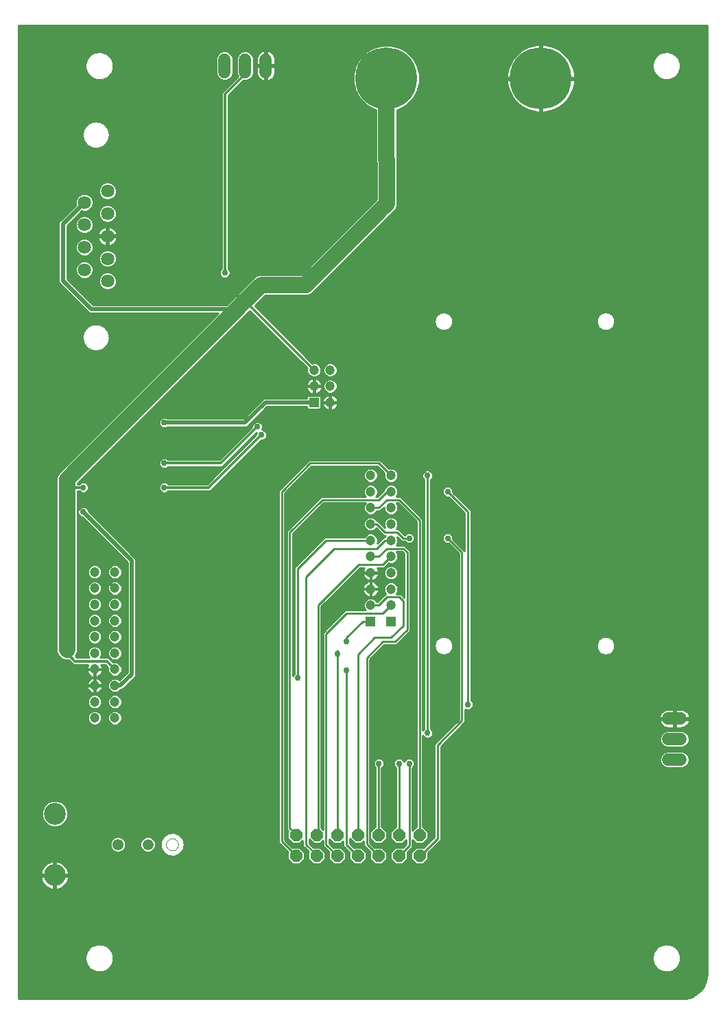
<source format=gbl>
G75*
G70*
%OFA0B0*%
%FSLAX24Y24*%
%IPPOS*%
%LPD*%
%AMOC8*
5,1,8,0,0,1.08239X$1,22.5*
%
%ADD10C,0.0000*%
%ADD11C,0.0472*%
%ADD12R,0.0472X0.0472*%
%ADD13C,0.3000*%
%ADD14C,0.1063*%
%ADD15C,0.0543*%
%ADD16OC8,0.0600*%
%ADD17C,0.0644*%
%ADD18C,0.0600*%
%ADD19C,0.0098*%
%ADD20C,0.0197*%
%ADD21C,0.0297*%
%ADD22C,0.0079*%
%ADD23C,0.0787*%
%ADD24C,0.0138*%
%ADD25C,0.0526*%
D10*
X005291Y001336D02*
X005291Y046218D01*
X005293Y046284D01*
X005298Y046350D01*
X005308Y046416D01*
X005321Y046481D01*
X005337Y046545D01*
X005357Y046608D01*
X005381Y046670D01*
X005408Y046730D01*
X005438Y046789D01*
X005472Y046846D01*
X005509Y046901D01*
X005549Y046954D01*
X005591Y047005D01*
X005637Y047053D01*
X005685Y047099D01*
X005736Y047141D01*
X005789Y047181D01*
X005844Y047218D01*
X005901Y047252D01*
X005960Y047282D01*
X006020Y047309D01*
X006082Y047333D01*
X006145Y047353D01*
X006209Y047369D01*
X006274Y047382D01*
X006340Y047392D01*
X006406Y047397D01*
X006472Y047399D01*
X037575Y047399D01*
X037641Y047397D01*
X037707Y047392D01*
X037773Y047382D01*
X037838Y047369D01*
X037902Y047353D01*
X037965Y047333D01*
X038027Y047309D01*
X038087Y047282D01*
X038146Y047252D01*
X038203Y047218D01*
X038258Y047181D01*
X038311Y047141D01*
X038362Y047099D01*
X038410Y047053D01*
X038456Y047005D01*
X038498Y046954D01*
X038538Y046901D01*
X038575Y046846D01*
X038609Y046789D01*
X038639Y046730D01*
X038666Y046670D01*
X038690Y046608D01*
X038710Y046545D01*
X038726Y046481D01*
X038739Y046416D01*
X038749Y046350D01*
X038754Y046284D01*
X038756Y046218D01*
X038756Y001336D01*
X038754Y001270D01*
X038749Y001204D01*
X038739Y001138D01*
X038726Y001073D01*
X038710Y001009D01*
X038690Y000946D01*
X038666Y000884D01*
X038639Y000824D01*
X038609Y000765D01*
X038575Y000708D01*
X038538Y000653D01*
X038498Y000600D01*
X038456Y000549D01*
X038410Y000501D01*
X038362Y000455D01*
X038311Y000413D01*
X038258Y000373D01*
X038203Y000336D01*
X038146Y000302D01*
X038087Y000272D01*
X038027Y000245D01*
X037965Y000221D01*
X037902Y000201D01*
X037838Y000185D01*
X037773Y000172D01*
X037707Y000162D01*
X037641Y000157D01*
X037575Y000155D01*
X006472Y000155D01*
X006406Y000157D01*
X006340Y000162D01*
X006274Y000172D01*
X006209Y000185D01*
X006145Y000201D01*
X006082Y000221D01*
X006020Y000245D01*
X005960Y000272D01*
X005901Y000302D01*
X005844Y000336D01*
X005789Y000373D01*
X005736Y000413D01*
X005685Y000455D01*
X005637Y000501D01*
X005591Y000549D01*
X005549Y000600D01*
X005509Y000653D01*
X005472Y000708D01*
X005438Y000765D01*
X005408Y000824D01*
X005381Y000884D01*
X005357Y000946D01*
X005337Y001009D01*
X005321Y001073D01*
X005308Y001138D01*
X005298Y001204D01*
X005293Y001270D01*
X005291Y001336D01*
X008578Y002123D02*
X008580Y002173D01*
X008586Y002223D01*
X008596Y002273D01*
X008609Y002321D01*
X008626Y002369D01*
X008647Y002415D01*
X008671Y002459D01*
X008699Y002501D01*
X008730Y002541D01*
X008764Y002578D01*
X008801Y002613D01*
X008840Y002644D01*
X008881Y002673D01*
X008925Y002698D01*
X008971Y002720D01*
X009018Y002738D01*
X009066Y002752D01*
X009115Y002763D01*
X009165Y002770D01*
X009215Y002773D01*
X009266Y002772D01*
X009316Y002767D01*
X009366Y002758D01*
X009414Y002746D01*
X009462Y002729D01*
X009508Y002709D01*
X009553Y002686D01*
X009596Y002659D01*
X009636Y002629D01*
X009674Y002596D01*
X009709Y002560D01*
X009742Y002521D01*
X009771Y002480D01*
X009797Y002437D01*
X009820Y002392D01*
X009839Y002345D01*
X009854Y002297D01*
X009866Y002248D01*
X009874Y002198D01*
X009878Y002148D01*
X009878Y002098D01*
X009874Y002048D01*
X009866Y001998D01*
X009854Y001949D01*
X009839Y001901D01*
X009820Y001854D01*
X009797Y001809D01*
X009771Y001766D01*
X009742Y001725D01*
X009709Y001686D01*
X009674Y001650D01*
X009636Y001617D01*
X009596Y001587D01*
X009553Y001560D01*
X009508Y001537D01*
X009462Y001517D01*
X009414Y001500D01*
X009366Y001488D01*
X009316Y001479D01*
X009266Y001474D01*
X009215Y001473D01*
X009165Y001476D01*
X009115Y001483D01*
X009066Y001494D01*
X009018Y001508D01*
X008971Y001526D01*
X008925Y001548D01*
X008881Y001573D01*
X008840Y001602D01*
X008801Y001633D01*
X008764Y001668D01*
X008730Y001705D01*
X008699Y001745D01*
X008671Y001787D01*
X008647Y001831D01*
X008626Y001877D01*
X008609Y001925D01*
X008596Y001973D01*
X008586Y002023D01*
X008580Y002073D01*
X008578Y002123D01*
X012477Y007635D02*
X012479Y007669D01*
X012485Y007703D01*
X012495Y007736D01*
X012508Y007767D01*
X012526Y007797D01*
X012546Y007825D01*
X012570Y007850D01*
X012596Y007872D01*
X012624Y007890D01*
X012655Y007906D01*
X012687Y007918D01*
X012721Y007926D01*
X012755Y007930D01*
X012789Y007930D01*
X012823Y007926D01*
X012857Y007918D01*
X012889Y007906D01*
X012919Y007890D01*
X012948Y007872D01*
X012974Y007850D01*
X012998Y007825D01*
X013018Y007797D01*
X013036Y007767D01*
X013049Y007736D01*
X013059Y007703D01*
X013065Y007669D01*
X013067Y007635D01*
X013065Y007601D01*
X013059Y007567D01*
X013049Y007534D01*
X013036Y007503D01*
X013018Y007473D01*
X012998Y007445D01*
X012974Y007420D01*
X012948Y007398D01*
X012920Y007380D01*
X012889Y007364D01*
X012857Y007352D01*
X012823Y007344D01*
X012789Y007340D01*
X012755Y007340D01*
X012721Y007344D01*
X012687Y007352D01*
X012655Y007364D01*
X012624Y007380D01*
X012596Y007398D01*
X012570Y007420D01*
X012546Y007445D01*
X012526Y007473D01*
X012508Y007503D01*
X012495Y007534D01*
X012485Y007567D01*
X012479Y007601D01*
X012477Y007635D01*
X025548Y017281D02*
X025550Y017321D01*
X025556Y017362D01*
X025566Y017401D01*
X025579Y017439D01*
X025597Y017476D01*
X025618Y017510D01*
X025642Y017543D01*
X025669Y017573D01*
X025699Y017600D01*
X025732Y017624D01*
X025766Y017645D01*
X025803Y017663D01*
X025841Y017676D01*
X025880Y017686D01*
X025921Y017692D01*
X025961Y017694D01*
X026001Y017692D01*
X026042Y017686D01*
X026081Y017676D01*
X026119Y017663D01*
X026156Y017645D01*
X026190Y017624D01*
X026223Y017600D01*
X026253Y017573D01*
X026280Y017543D01*
X026304Y017510D01*
X026325Y017476D01*
X026343Y017439D01*
X026356Y017401D01*
X026366Y017362D01*
X026372Y017321D01*
X026374Y017281D01*
X026372Y017241D01*
X026366Y017200D01*
X026356Y017161D01*
X026343Y017123D01*
X026325Y017086D01*
X026304Y017052D01*
X026280Y017019D01*
X026253Y016989D01*
X026223Y016962D01*
X026190Y016938D01*
X026156Y016917D01*
X026119Y016899D01*
X026081Y016886D01*
X026042Y016876D01*
X026001Y016870D01*
X025961Y016868D01*
X025921Y016870D01*
X025880Y016876D01*
X025841Y016886D01*
X025803Y016899D01*
X025766Y016917D01*
X025732Y016938D01*
X025699Y016962D01*
X025669Y016989D01*
X025642Y017019D01*
X025618Y017052D01*
X025597Y017086D01*
X025579Y017123D01*
X025566Y017161D01*
X025556Y017200D01*
X025550Y017241D01*
X025548Y017281D01*
X033422Y017281D02*
X033424Y017321D01*
X033430Y017362D01*
X033440Y017401D01*
X033453Y017439D01*
X033471Y017476D01*
X033492Y017510D01*
X033516Y017543D01*
X033543Y017573D01*
X033573Y017600D01*
X033606Y017624D01*
X033640Y017645D01*
X033677Y017663D01*
X033715Y017676D01*
X033754Y017686D01*
X033795Y017692D01*
X033835Y017694D01*
X033875Y017692D01*
X033916Y017686D01*
X033955Y017676D01*
X033993Y017663D01*
X034030Y017645D01*
X034064Y017624D01*
X034097Y017600D01*
X034127Y017573D01*
X034154Y017543D01*
X034178Y017510D01*
X034199Y017476D01*
X034217Y017439D01*
X034230Y017401D01*
X034240Y017362D01*
X034246Y017321D01*
X034248Y017281D01*
X034246Y017241D01*
X034240Y017200D01*
X034230Y017161D01*
X034217Y017123D01*
X034199Y017086D01*
X034178Y017052D01*
X034154Y017019D01*
X034127Y016989D01*
X034097Y016962D01*
X034064Y016938D01*
X034030Y016917D01*
X033993Y016899D01*
X033955Y016886D01*
X033916Y016876D01*
X033875Y016870D01*
X033835Y016868D01*
X033795Y016870D01*
X033754Y016876D01*
X033715Y016886D01*
X033677Y016899D01*
X033640Y016917D01*
X033606Y016938D01*
X033573Y016962D01*
X033543Y016989D01*
X033516Y017019D01*
X033492Y017052D01*
X033471Y017086D01*
X033453Y017123D01*
X033440Y017161D01*
X033430Y017200D01*
X033424Y017241D01*
X033422Y017281D01*
X036137Y002123D02*
X036139Y002173D01*
X036145Y002223D01*
X036155Y002273D01*
X036168Y002321D01*
X036185Y002369D01*
X036206Y002415D01*
X036230Y002459D01*
X036258Y002501D01*
X036289Y002541D01*
X036323Y002578D01*
X036360Y002613D01*
X036399Y002644D01*
X036440Y002673D01*
X036484Y002698D01*
X036530Y002720D01*
X036577Y002738D01*
X036625Y002752D01*
X036674Y002763D01*
X036724Y002770D01*
X036774Y002773D01*
X036825Y002772D01*
X036875Y002767D01*
X036925Y002758D01*
X036973Y002746D01*
X037021Y002729D01*
X037067Y002709D01*
X037112Y002686D01*
X037155Y002659D01*
X037195Y002629D01*
X037233Y002596D01*
X037268Y002560D01*
X037301Y002521D01*
X037330Y002480D01*
X037356Y002437D01*
X037379Y002392D01*
X037398Y002345D01*
X037413Y002297D01*
X037425Y002248D01*
X037433Y002198D01*
X037437Y002148D01*
X037437Y002098D01*
X037433Y002048D01*
X037425Y001998D01*
X037413Y001949D01*
X037398Y001901D01*
X037379Y001854D01*
X037356Y001809D01*
X037330Y001766D01*
X037301Y001725D01*
X037268Y001686D01*
X037233Y001650D01*
X037195Y001617D01*
X037155Y001587D01*
X037112Y001560D01*
X037067Y001537D01*
X037021Y001517D01*
X036973Y001500D01*
X036925Y001488D01*
X036875Y001479D01*
X036825Y001474D01*
X036774Y001473D01*
X036724Y001476D01*
X036674Y001483D01*
X036625Y001494D01*
X036577Y001508D01*
X036530Y001526D01*
X036484Y001548D01*
X036440Y001573D01*
X036399Y001602D01*
X036360Y001633D01*
X036323Y001668D01*
X036289Y001705D01*
X036258Y001745D01*
X036230Y001787D01*
X036206Y001831D01*
X036185Y001877D01*
X036168Y001925D01*
X036155Y001973D01*
X036145Y002023D01*
X036139Y002073D01*
X036137Y002123D01*
X033422Y033029D02*
X033424Y033069D01*
X033430Y033110D01*
X033440Y033149D01*
X033453Y033187D01*
X033471Y033224D01*
X033492Y033258D01*
X033516Y033291D01*
X033543Y033321D01*
X033573Y033348D01*
X033606Y033372D01*
X033640Y033393D01*
X033677Y033411D01*
X033715Y033424D01*
X033754Y033434D01*
X033795Y033440D01*
X033835Y033442D01*
X033875Y033440D01*
X033916Y033434D01*
X033955Y033424D01*
X033993Y033411D01*
X034030Y033393D01*
X034064Y033372D01*
X034097Y033348D01*
X034127Y033321D01*
X034154Y033291D01*
X034178Y033258D01*
X034199Y033224D01*
X034217Y033187D01*
X034230Y033149D01*
X034240Y033110D01*
X034246Y033069D01*
X034248Y033029D01*
X034246Y032989D01*
X034240Y032948D01*
X034230Y032909D01*
X034217Y032871D01*
X034199Y032834D01*
X034178Y032800D01*
X034154Y032767D01*
X034127Y032737D01*
X034097Y032710D01*
X034064Y032686D01*
X034030Y032665D01*
X033993Y032647D01*
X033955Y032634D01*
X033916Y032624D01*
X033875Y032618D01*
X033835Y032616D01*
X033795Y032618D01*
X033754Y032624D01*
X033715Y032634D01*
X033677Y032647D01*
X033640Y032665D01*
X033606Y032686D01*
X033573Y032710D01*
X033543Y032737D01*
X033516Y032767D01*
X033492Y032800D01*
X033471Y032834D01*
X033453Y032871D01*
X033440Y032909D01*
X033430Y032948D01*
X033424Y032989D01*
X033422Y033029D01*
X025548Y033029D02*
X025550Y033069D01*
X025556Y033110D01*
X025566Y033149D01*
X025579Y033187D01*
X025597Y033224D01*
X025618Y033258D01*
X025642Y033291D01*
X025669Y033321D01*
X025699Y033348D01*
X025732Y033372D01*
X025766Y033393D01*
X025803Y033411D01*
X025841Y033424D01*
X025880Y033434D01*
X025921Y033440D01*
X025961Y033442D01*
X026001Y033440D01*
X026042Y033434D01*
X026081Y033424D01*
X026119Y033411D01*
X026156Y033393D01*
X026190Y033372D01*
X026223Y033348D01*
X026253Y033321D01*
X026280Y033291D01*
X026304Y033258D01*
X026325Y033224D01*
X026343Y033187D01*
X026356Y033149D01*
X026366Y033110D01*
X026372Y033069D01*
X026374Y033029D01*
X026372Y032989D01*
X026366Y032948D01*
X026356Y032909D01*
X026343Y032871D01*
X026325Y032834D01*
X026304Y032800D01*
X026280Y032767D01*
X026253Y032737D01*
X026223Y032710D01*
X026190Y032686D01*
X026156Y032665D01*
X026119Y032647D01*
X026081Y032634D01*
X026042Y032624D01*
X026001Y032618D01*
X025961Y032616D01*
X025921Y032618D01*
X025880Y032624D01*
X025841Y032634D01*
X025803Y032647D01*
X025766Y032665D01*
X025732Y032686D01*
X025699Y032710D01*
X025669Y032737D01*
X025642Y032767D01*
X025618Y032800D01*
X025597Y032834D01*
X025579Y032871D01*
X025566Y032909D01*
X025556Y032948D01*
X025550Y032989D01*
X025548Y033029D01*
X036137Y045431D02*
X036139Y045481D01*
X036145Y045531D01*
X036155Y045581D01*
X036168Y045629D01*
X036185Y045677D01*
X036206Y045723D01*
X036230Y045767D01*
X036258Y045809D01*
X036289Y045849D01*
X036323Y045886D01*
X036360Y045921D01*
X036399Y045952D01*
X036440Y045981D01*
X036484Y046006D01*
X036530Y046028D01*
X036577Y046046D01*
X036625Y046060D01*
X036674Y046071D01*
X036724Y046078D01*
X036774Y046081D01*
X036825Y046080D01*
X036875Y046075D01*
X036925Y046066D01*
X036973Y046054D01*
X037021Y046037D01*
X037067Y046017D01*
X037112Y045994D01*
X037155Y045967D01*
X037195Y045937D01*
X037233Y045904D01*
X037268Y045868D01*
X037301Y045829D01*
X037330Y045788D01*
X037356Y045745D01*
X037379Y045700D01*
X037398Y045653D01*
X037413Y045605D01*
X037425Y045556D01*
X037433Y045506D01*
X037437Y045456D01*
X037437Y045406D01*
X037433Y045356D01*
X037425Y045306D01*
X037413Y045257D01*
X037398Y045209D01*
X037379Y045162D01*
X037356Y045117D01*
X037330Y045074D01*
X037301Y045033D01*
X037268Y044994D01*
X037233Y044958D01*
X037195Y044925D01*
X037155Y044895D01*
X037112Y044868D01*
X037067Y044845D01*
X037021Y044825D01*
X036973Y044808D01*
X036925Y044796D01*
X036875Y044787D01*
X036825Y044782D01*
X036774Y044781D01*
X036724Y044784D01*
X036674Y044791D01*
X036625Y044802D01*
X036577Y044816D01*
X036530Y044834D01*
X036484Y044856D01*
X036440Y044881D01*
X036399Y044910D01*
X036360Y044941D01*
X036323Y044976D01*
X036289Y045013D01*
X036258Y045053D01*
X036230Y045095D01*
X036206Y045139D01*
X036185Y045185D01*
X036168Y045233D01*
X036155Y045281D01*
X036145Y045331D01*
X036139Y045381D01*
X036137Y045431D01*
X008578Y045431D02*
X008580Y045481D01*
X008586Y045531D01*
X008596Y045581D01*
X008609Y045629D01*
X008626Y045677D01*
X008647Y045723D01*
X008671Y045767D01*
X008699Y045809D01*
X008730Y045849D01*
X008764Y045886D01*
X008801Y045921D01*
X008840Y045952D01*
X008881Y045981D01*
X008925Y046006D01*
X008971Y046028D01*
X009018Y046046D01*
X009066Y046060D01*
X009115Y046071D01*
X009165Y046078D01*
X009215Y046081D01*
X009266Y046080D01*
X009316Y046075D01*
X009366Y046066D01*
X009414Y046054D01*
X009462Y046037D01*
X009508Y046017D01*
X009553Y045994D01*
X009596Y045967D01*
X009636Y045937D01*
X009674Y045904D01*
X009709Y045868D01*
X009742Y045829D01*
X009771Y045788D01*
X009797Y045745D01*
X009820Y045700D01*
X009839Y045653D01*
X009854Y045605D01*
X009866Y045556D01*
X009874Y045506D01*
X009878Y045456D01*
X009878Y045406D01*
X009874Y045356D01*
X009866Y045306D01*
X009854Y045257D01*
X009839Y045209D01*
X009820Y045162D01*
X009797Y045117D01*
X009771Y045074D01*
X009742Y045033D01*
X009709Y044994D01*
X009674Y044958D01*
X009636Y044925D01*
X009596Y044895D01*
X009553Y044868D01*
X009508Y044845D01*
X009462Y044825D01*
X009414Y044808D01*
X009366Y044796D01*
X009316Y044787D01*
X009266Y044782D01*
X009215Y044781D01*
X009165Y044784D01*
X009115Y044791D01*
X009066Y044802D01*
X009018Y044816D01*
X008971Y044834D01*
X008925Y044856D01*
X008881Y044881D01*
X008840Y044910D01*
X008801Y044941D01*
X008764Y044976D01*
X008730Y045013D01*
X008699Y045053D01*
X008671Y045095D01*
X008647Y045139D01*
X008626Y045185D01*
X008609Y045233D01*
X008596Y045281D01*
X008586Y045331D01*
X008580Y045381D01*
X008578Y045431D01*
X008437Y042082D02*
X008439Y042132D01*
X008445Y042181D01*
X008455Y042230D01*
X008468Y042278D01*
X008486Y042324D01*
X008507Y042370D01*
X008532Y042413D01*
X008559Y042454D01*
X008591Y042493D01*
X008625Y042529D01*
X008662Y042562D01*
X008701Y042593D01*
X008743Y042620D01*
X008787Y042644D01*
X008832Y042664D01*
X008879Y042680D01*
X008927Y042693D01*
X008976Y042702D01*
X009026Y042707D01*
X009075Y042708D01*
X009125Y042705D01*
X009174Y042698D01*
X009223Y042687D01*
X009271Y042673D01*
X009317Y042654D01*
X009362Y042632D01*
X009404Y042607D01*
X009445Y042578D01*
X009483Y042546D01*
X009519Y042511D01*
X009551Y042474D01*
X009581Y042434D01*
X009607Y042391D01*
X009630Y042347D01*
X009649Y042301D01*
X009665Y042254D01*
X009677Y042206D01*
X009685Y042157D01*
X009689Y042107D01*
X009689Y042057D01*
X009685Y042007D01*
X009677Y041958D01*
X009665Y041910D01*
X009649Y041863D01*
X009630Y041817D01*
X009607Y041773D01*
X009581Y041730D01*
X009551Y041690D01*
X009519Y041653D01*
X009483Y041618D01*
X009445Y041586D01*
X009404Y041557D01*
X009362Y041532D01*
X009317Y041510D01*
X009271Y041491D01*
X009223Y041477D01*
X009174Y041466D01*
X009125Y041459D01*
X009075Y041456D01*
X009026Y041457D01*
X008976Y041462D01*
X008927Y041471D01*
X008879Y041484D01*
X008832Y041500D01*
X008787Y041520D01*
X008743Y041544D01*
X008701Y041571D01*
X008662Y041602D01*
X008625Y041635D01*
X008591Y041671D01*
X008559Y041710D01*
X008532Y041751D01*
X008507Y041794D01*
X008486Y041840D01*
X008468Y041886D01*
X008455Y041934D01*
X008445Y041983D01*
X008439Y042032D01*
X008437Y042082D01*
X008437Y032244D02*
X008439Y032294D01*
X008445Y032343D01*
X008455Y032392D01*
X008468Y032440D01*
X008486Y032486D01*
X008507Y032532D01*
X008532Y032575D01*
X008559Y032616D01*
X008591Y032655D01*
X008625Y032691D01*
X008662Y032724D01*
X008701Y032755D01*
X008743Y032782D01*
X008787Y032806D01*
X008832Y032826D01*
X008879Y032842D01*
X008927Y032855D01*
X008976Y032864D01*
X009026Y032869D01*
X009075Y032870D01*
X009125Y032867D01*
X009174Y032860D01*
X009223Y032849D01*
X009271Y032835D01*
X009317Y032816D01*
X009362Y032794D01*
X009404Y032769D01*
X009445Y032740D01*
X009483Y032708D01*
X009519Y032673D01*
X009551Y032636D01*
X009581Y032596D01*
X009607Y032553D01*
X009630Y032509D01*
X009649Y032463D01*
X009665Y032416D01*
X009677Y032368D01*
X009685Y032319D01*
X009689Y032269D01*
X009689Y032219D01*
X009685Y032169D01*
X009677Y032120D01*
X009665Y032072D01*
X009649Y032025D01*
X009630Y031979D01*
X009607Y031935D01*
X009581Y031892D01*
X009551Y031852D01*
X009519Y031815D01*
X009483Y031780D01*
X009445Y031748D01*
X009404Y031719D01*
X009362Y031694D01*
X009317Y031672D01*
X009271Y031653D01*
X009223Y031639D01*
X009174Y031628D01*
X009125Y031621D01*
X009075Y031618D01*
X009026Y031619D01*
X008976Y031624D01*
X008927Y031633D01*
X008879Y031646D01*
X008832Y031662D01*
X008787Y031682D01*
X008743Y031706D01*
X008701Y031733D01*
X008662Y031764D01*
X008625Y031797D01*
X008591Y031833D01*
X008559Y031872D01*
X008532Y031913D01*
X008507Y031956D01*
X008486Y032002D01*
X008468Y032048D01*
X008455Y032096D01*
X008445Y032145D01*
X008439Y032194D01*
X008437Y032244D01*
D11*
X009000Y020864D03*
X009000Y020076D03*
X009000Y019289D03*
X009000Y018501D03*
X009000Y017714D03*
X009000Y016927D03*
X009000Y016139D03*
X009000Y015352D03*
X009000Y014564D03*
X009000Y013777D03*
X009984Y013777D03*
X009984Y014564D03*
X009984Y015352D03*
X009984Y016139D03*
X009984Y016927D03*
X009984Y017714D03*
X009984Y018501D03*
X009984Y019289D03*
X009984Y020076D03*
X009984Y020864D03*
X019661Y029879D03*
X019661Y030667D03*
X020449Y030667D03*
X020449Y029879D03*
X020449Y029092D03*
X022417Y025549D03*
X022417Y024761D03*
X022417Y023974D03*
X022417Y023186D03*
X022417Y022399D03*
X022417Y021612D03*
X022417Y020824D03*
X022417Y020037D03*
X022417Y019249D03*
X023402Y019249D03*
X023402Y020037D03*
X023402Y020824D03*
X023402Y021612D03*
X023402Y022399D03*
X023402Y023186D03*
X023402Y023974D03*
X023402Y024761D03*
X023402Y025549D03*
D12*
X019661Y029092D03*
X022417Y018462D03*
X023402Y018462D03*
D13*
X023185Y044820D03*
X030685Y044820D03*
D14*
X007063Y009131D03*
X007063Y006139D03*
D15*
X010134Y007635D03*
D16*
X018791Y008092D03*
X019791Y008092D03*
X019791Y007092D03*
X018791Y007092D03*
X020791Y007092D03*
X021791Y007092D03*
X021791Y008092D03*
X020791Y008092D03*
X022791Y008092D03*
X022791Y007092D03*
X023791Y007092D03*
X024791Y007092D03*
X024791Y008092D03*
X023791Y008092D03*
D17*
X009622Y034982D03*
X009622Y036072D03*
X009622Y037163D03*
X009622Y038253D03*
X009622Y039344D03*
X008504Y038799D03*
X008504Y037708D03*
X008504Y036618D03*
X008504Y035527D03*
D18*
X015315Y045131D02*
X015315Y045731D01*
X016315Y045731D02*
X016315Y045131D01*
X017315Y045131D02*
X017315Y045731D01*
X036881Y013753D02*
X037481Y013753D01*
X037481Y012753D02*
X036881Y012753D01*
X036881Y011753D02*
X037481Y011753D01*
D19*
X037575Y000155D02*
X005291Y000155D01*
X005291Y047399D01*
X038756Y047399D01*
X038756Y001336D01*
X038744Y001168D01*
X038708Y001003D01*
X038649Y000845D01*
X038568Y000698D01*
X038467Y000563D01*
X038348Y000443D01*
X038213Y000342D01*
X038065Y000262D01*
X037908Y000203D01*
X037743Y000167D01*
X037575Y000155D01*
X037936Y000213D02*
X005291Y000213D01*
X005291Y000310D02*
X038154Y000310D01*
X038300Y000407D02*
X005291Y000407D01*
X005291Y000504D02*
X038409Y000504D01*
X038496Y000601D02*
X005291Y000601D01*
X005291Y000698D02*
X038569Y000698D01*
X038622Y000795D02*
X005291Y000795D01*
X005291Y000892D02*
X038667Y000892D01*
X038703Y000989D02*
X005291Y000989D01*
X005291Y001086D02*
X038726Y001086D01*
X038745Y001183D02*
X005291Y001183D01*
X005291Y001280D02*
X038752Y001280D01*
X038756Y001377D02*
X005291Y001377D01*
X005291Y001474D02*
X008971Y001474D01*
X009089Y001425D02*
X009367Y001425D01*
X009624Y001531D01*
X009821Y001728D01*
X009927Y001984D01*
X009927Y002262D01*
X009821Y002519D01*
X009624Y002716D01*
X009367Y002822D01*
X009089Y002822D01*
X008832Y002716D01*
X008636Y002519D01*
X008530Y002262D01*
X008530Y001984D01*
X008636Y001728D01*
X008832Y001531D01*
X009089Y001425D01*
X008793Y001571D02*
X005291Y001571D01*
X005291Y001668D02*
X008696Y001668D01*
X008621Y001765D02*
X005291Y001765D01*
X005291Y001862D02*
X008580Y001862D01*
X008540Y001959D02*
X005291Y001959D01*
X005291Y002056D02*
X008530Y002056D01*
X008530Y002153D02*
X005291Y002153D01*
X005291Y002250D02*
X008530Y002250D01*
X008564Y002347D02*
X005291Y002347D01*
X005291Y002444D02*
X008605Y002444D01*
X008657Y002540D02*
X005291Y002540D01*
X005291Y002637D02*
X008754Y002637D01*
X008877Y002734D02*
X005291Y002734D01*
X005291Y002831D02*
X038756Y002831D01*
X038756Y002734D02*
X037138Y002734D01*
X037183Y002716D02*
X036926Y002822D01*
X036648Y002822D01*
X036392Y002716D01*
X036195Y002519D01*
X036089Y002262D01*
X036089Y001984D01*
X036195Y001728D01*
X036392Y001531D01*
X036648Y001425D01*
X036926Y001425D01*
X037183Y001531D01*
X037380Y001728D01*
X037486Y001984D01*
X037486Y002262D01*
X037380Y002519D01*
X037183Y002716D01*
X037262Y002637D02*
X038756Y002637D01*
X038756Y002540D02*
X037359Y002540D01*
X037411Y002444D02*
X038756Y002444D01*
X038756Y002347D02*
X037451Y002347D01*
X037486Y002250D02*
X038756Y002250D01*
X038756Y002153D02*
X037486Y002153D01*
X037486Y002056D02*
X038756Y002056D01*
X038756Y001959D02*
X037475Y001959D01*
X037435Y001862D02*
X038756Y001862D01*
X038756Y001765D02*
X037395Y001765D01*
X037320Y001668D02*
X038756Y001668D01*
X038756Y001571D02*
X037223Y001571D01*
X037045Y001474D02*
X038756Y001474D01*
X038756Y002928D02*
X005291Y002928D01*
X005291Y003025D02*
X038756Y003025D01*
X038756Y003122D02*
X005291Y003122D01*
X005291Y003219D02*
X038756Y003219D01*
X038756Y003316D02*
X005291Y003316D01*
X005291Y003413D02*
X038756Y003413D01*
X038756Y003510D02*
X005291Y003510D01*
X005291Y003607D02*
X038756Y003607D01*
X038756Y003704D02*
X005291Y003704D01*
X005291Y003801D02*
X038756Y003801D01*
X038756Y003898D02*
X005291Y003898D01*
X005291Y003995D02*
X038756Y003995D01*
X038756Y004092D02*
X005291Y004092D01*
X005291Y004189D02*
X038756Y004189D01*
X038756Y004286D02*
X005291Y004286D01*
X005291Y004383D02*
X038756Y004383D01*
X038756Y004480D02*
X005291Y004480D01*
X005291Y004577D02*
X038756Y004577D01*
X038756Y004674D02*
X005291Y004674D01*
X005291Y004771D02*
X038756Y004771D01*
X038756Y004868D02*
X005291Y004868D01*
X005291Y004965D02*
X038756Y004965D01*
X038756Y005062D02*
X005291Y005062D01*
X005291Y005159D02*
X038756Y005159D01*
X038756Y005256D02*
X005291Y005256D01*
X005291Y005353D02*
X038756Y005353D01*
X038756Y005450D02*
X005291Y005450D01*
X005291Y005546D02*
X006728Y005546D01*
X006761Y005527D02*
X006844Y005493D01*
X006930Y005470D01*
X007014Y005459D01*
X007014Y006090D01*
X007112Y006090D01*
X007112Y005459D01*
X007196Y005470D01*
X007282Y005493D01*
X007365Y005527D01*
X007442Y005572D01*
X007513Y005626D01*
X007576Y005689D01*
X007630Y005760D01*
X007675Y005837D01*
X038756Y005837D01*
X038756Y005740D02*
X007615Y005740D01*
X007675Y005837D02*
X007709Y005920D01*
X007732Y006006D01*
X007743Y006090D01*
X007112Y006090D01*
X007112Y006188D01*
X007743Y006188D01*
X007732Y006272D01*
X007709Y006358D01*
X007675Y006441D01*
X007630Y006518D01*
X007576Y006589D01*
X007513Y006652D01*
X007442Y006706D01*
X007365Y006751D01*
X007282Y006785D01*
X007196Y006808D01*
X007112Y006819D01*
X007112Y006189D01*
X007014Y006189D01*
X007014Y006819D01*
X006930Y006808D01*
X006844Y006785D01*
X006761Y006751D01*
X006684Y006706D01*
X006613Y006652D01*
X006550Y006589D01*
X006496Y006518D01*
X006451Y006441D01*
X006417Y006358D01*
X006394Y006272D01*
X006383Y006188D01*
X007014Y006188D01*
X007014Y006090D01*
X006383Y006090D01*
X006394Y006006D01*
X006417Y005920D01*
X006451Y005837D01*
X005291Y005837D01*
X005291Y005740D02*
X006511Y005740D01*
X006496Y005760D02*
X006550Y005689D01*
X006613Y005626D01*
X006684Y005572D01*
X006761Y005527D01*
X006596Y005643D02*
X005291Y005643D01*
X005291Y005934D02*
X006413Y005934D01*
X006391Y006031D02*
X005291Y006031D01*
X005291Y006128D02*
X007014Y006128D01*
X007014Y006031D02*
X007112Y006031D01*
X007112Y005934D02*
X007014Y005934D01*
X007014Y005837D02*
X007112Y005837D01*
X007112Y005740D02*
X007014Y005740D01*
X007014Y005643D02*
X007112Y005643D01*
X007112Y005546D02*
X007014Y005546D01*
X007398Y005546D02*
X038756Y005546D01*
X038756Y005643D02*
X007530Y005643D01*
X007713Y005934D02*
X038756Y005934D01*
X038756Y006031D02*
X007735Y006031D01*
X007738Y006225D02*
X038756Y006225D01*
X038756Y006128D02*
X007112Y006128D01*
X007112Y006225D02*
X007014Y006225D01*
X007014Y006322D02*
X007112Y006322D01*
X007112Y006419D02*
X007014Y006419D01*
X007014Y006516D02*
X007112Y006516D01*
X007112Y006613D02*
X007014Y006613D01*
X007014Y006710D02*
X007112Y006710D01*
X007112Y006807D02*
X007014Y006807D01*
X006926Y006807D02*
X005291Y006807D01*
X005291Y006710D02*
X006690Y006710D01*
X006574Y006613D02*
X005291Y006613D01*
X005291Y006516D02*
X006495Y006516D01*
X006442Y006419D02*
X005291Y006419D01*
X005291Y006322D02*
X006407Y006322D01*
X006388Y006225D02*
X005291Y006225D01*
X005291Y006904D02*
X018401Y006904D01*
X018382Y006922D02*
X018622Y006683D01*
X018961Y006683D01*
X019201Y006922D01*
X019201Y007261D01*
X018961Y007501D01*
X018622Y007501D01*
X018614Y007493D01*
X018245Y007862D01*
X018245Y024696D01*
X019530Y025981D01*
X022745Y025981D01*
X023072Y025655D01*
X023056Y025617D01*
X023056Y025480D01*
X023109Y025353D01*
X023206Y025256D01*
X023333Y025203D01*
X023470Y025203D01*
X023597Y025256D01*
X023694Y025353D01*
X023747Y025480D01*
X023747Y025617D01*
X023694Y025744D01*
X023597Y025841D01*
X023470Y025894D01*
X023333Y025894D01*
X023296Y025879D01*
X022877Y026298D01*
X022745Y026298D01*
X019399Y026298D01*
X019306Y026205D01*
X017928Y024827D01*
X017928Y024696D01*
X017928Y007731D01*
X018021Y007638D01*
X018390Y007269D01*
X018382Y007261D01*
X018382Y006922D01*
X018382Y007001D02*
X005291Y007001D01*
X005291Y007098D02*
X012545Y007098D01*
X012563Y007086D02*
X012842Y007052D01*
X012842Y007052D01*
X013106Y007152D01*
X013292Y007362D01*
X013292Y007362D01*
X013359Y007635D01*
X013292Y007908D01*
X013292Y007908D01*
X013106Y008119D01*
X013106Y008119D01*
X012842Y008219D01*
X012563Y008185D01*
X012332Y008025D01*
X012332Y008025D01*
X012201Y007776D01*
X012201Y007776D01*
X012201Y007495D01*
X012201Y007495D01*
X012332Y007246D01*
X012332Y007245D02*
X012563Y007086D01*
X012563Y007086D01*
X012405Y007195D02*
X005291Y007195D01*
X005291Y007292D02*
X009967Y007292D01*
X009918Y007312D02*
X010058Y007254D01*
X010210Y007254D01*
X010350Y007312D01*
X010457Y007420D01*
X010515Y007559D01*
X010515Y007711D01*
X010457Y007851D01*
X010350Y007958D01*
X010210Y008016D01*
X010058Y008016D01*
X009918Y007958D01*
X009811Y007851D01*
X009753Y007711D01*
X009753Y007559D01*
X009811Y007420D01*
X009918Y007312D01*
X009842Y007389D02*
X005291Y007389D01*
X005291Y007486D02*
X009783Y007486D01*
X009753Y007583D02*
X005291Y007583D01*
X005291Y007680D02*
X009753Y007680D01*
X009780Y007777D02*
X005291Y007777D01*
X005291Y007874D02*
X009834Y007874D01*
X009949Y007971D02*
X005291Y007971D01*
X005291Y008068D02*
X012393Y008068D01*
X012332Y008025D02*
X012332Y008025D01*
X012303Y007971D02*
X011753Y007971D01*
X011801Y007951D02*
X011665Y008007D01*
X011517Y008007D01*
X011380Y007951D01*
X011275Y007846D01*
X011219Y007709D01*
X011219Y007561D01*
X011275Y007425D01*
X011380Y007320D01*
X011517Y007263D01*
X011665Y007263D01*
X011801Y007320D01*
X011906Y007425D01*
X011963Y007561D01*
X011963Y007709D01*
X011906Y007846D01*
X011801Y007951D01*
X011878Y007874D02*
X012252Y007874D01*
X012201Y007777D02*
X011935Y007777D01*
X011963Y007680D02*
X012201Y007680D01*
X012201Y007583D02*
X011963Y007583D01*
X011931Y007486D02*
X012205Y007486D01*
X012256Y007389D02*
X011870Y007389D01*
X011734Y007292D02*
X012307Y007292D01*
X012332Y007246D02*
X012332Y007245D01*
X012332Y007245D01*
X012964Y007098D02*
X018382Y007098D01*
X018382Y007195D02*
X013144Y007195D01*
X013106Y007152D02*
X013106Y007152D01*
X013106Y007152D01*
X013230Y007292D02*
X018367Y007292D01*
X018270Y007389D02*
X013299Y007389D01*
X013323Y007486D02*
X018173Y007486D01*
X018076Y007583D02*
X013346Y007583D01*
X013348Y007680D02*
X017979Y007680D01*
X017928Y007777D02*
X013325Y007777D01*
X013301Y007874D02*
X017928Y007874D01*
X017928Y007971D02*
X013237Y007971D01*
X013151Y008068D02*
X017928Y008068D01*
X017928Y008165D02*
X012985Y008165D01*
X012842Y008219D02*
X012842Y008219D01*
X012563Y008185D02*
X012563Y008185D01*
X012534Y008165D02*
X005291Y008165D01*
X005291Y008262D02*
X017928Y008262D01*
X017928Y008359D02*
X005291Y008359D01*
X005291Y008456D02*
X017928Y008456D01*
X017928Y008553D02*
X007340Y008553D01*
X007426Y008588D02*
X007190Y008491D01*
X006936Y008491D01*
X006700Y008588D01*
X006520Y008768D01*
X006422Y009004D01*
X006422Y009259D01*
X006520Y009494D01*
X006700Y009674D01*
X006936Y009772D01*
X007190Y009772D01*
X007426Y009674D01*
X007606Y009494D01*
X007704Y009259D01*
X007704Y009004D01*
X007606Y008768D01*
X007426Y008588D01*
X007487Y008649D02*
X017928Y008649D01*
X017928Y008746D02*
X007584Y008746D01*
X007637Y008843D02*
X017928Y008843D01*
X017928Y008940D02*
X007677Y008940D01*
X007704Y009037D02*
X017928Y009037D01*
X017928Y009134D02*
X007704Y009134D01*
X007704Y009231D02*
X017928Y009231D01*
X017928Y009328D02*
X007675Y009328D01*
X007635Y009425D02*
X017928Y009425D01*
X017928Y009522D02*
X007578Y009522D01*
X007481Y009619D02*
X017928Y009619D01*
X017928Y009716D02*
X007325Y009716D01*
X006801Y009716D02*
X005291Y009716D01*
X005291Y009619D02*
X006645Y009619D01*
X006548Y009522D02*
X005291Y009522D01*
X005291Y009425D02*
X006491Y009425D01*
X006451Y009328D02*
X005291Y009328D01*
X005291Y009231D02*
X006422Y009231D01*
X006422Y009134D02*
X005291Y009134D01*
X005291Y009037D02*
X006422Y009037D01*
X006449Y008940D02*
X005291Y008940D01*
X005291Y008843D02*
X006489Y008843D01*
X006542Y008746D02*
X005291Y008746D01*
X005291Y008649D02*
X006639Y008649D01*
X006786Y008553D02*
X005291Y008553D01*
X005291Y009813D02*
X017928Y009813D01*
X017928Y009910D02*
X005291Y009910D01*
X005291Y010007D02*
X017928Y010007D01*
X017928Y010104D02*
X005291Y010104D01*
X005291Y010201D02*
X017928Y010201D01*
X017928Y010298D02*
X005291Y010298D01*
X005291Y010395D02*
X017928Y010395D01*
X017928Y010492D02*
X005291Y010492D01*
X005291Y010589D02*
X017928Y010589D01*
X017928Y010686D02*
X005291Y010686D01*
X005291Y010783D02*
X017928Y010783D01*
X017928Y010880D02*
X005291Y010880D01*
X005291Y010977D02*
X017928Y010977D01*
X017928Y011074D02*
X005291Y011074D01*
X005291Y011171D02*
X017928Y011171D01*
X017928Y011268D02*
X005291Y011268D01*
X005291Y011365D02*
X017928Y011365D01*
X017928Y011462D02*
X005291Y011462D01*
X005291Y011559D02*
X017928Y011559D01*
X017928Y011656D02*
X005291Y011656D01*
X005291Y011752D02*
X017928Y011752D01*
X017928Y011849D02*
X005291Y011849D01*
X005291Y011946D02*
X017928Y011946D01*
X017928Y012043D02*
X005291Y012043D01*
X005291Y012140D02*
X017928Y012140D01*
X017928Y012237D02*
X005291Y012237D01*
X005291Y012334D02*
X017928Y012334D01*
X017928Y012431D02*
X005291Y012431D01*
X005291Y012528D02*
X017928Y012528D01*
X017928Y012625D02*
X005291Y012625D01*
X005291Y012722D02*
X017928Y012722D01*
X017928Y012819D02*
X005291Y012819D01*
X005291Y012916D02*
X017928Y012916D01*
X017928Y013013D02*
X005291Y013013D01*
X005291Y013110D02*
X017928Y013110D01*
X017928Y013207D02*
X005291Y013207D01*
X005291Y013304D02*
X017928Y013304D01*
X017928Y013401D02*
X005291Y013401D01*
X005291Y013498D02*
X008791Y013498D01*
X008804Y013484D02*
X008931Y013432D01*
X009069Y013432D01*
X009196Y013484D01*
X009293Y013581D01*
X009345Y013708D01*
X009345Y013846D01*
X009293Y013973D01*
X009196Y014070D01*
X009069Y014122D01*
X008931Y014122D01*
X008804Y014070D01*
X008707Y013973D01*
X008655Y013846D01*
X008655Y013708D01*
X008707Y013581D01*
X008804Y013484D01*
X008702Y013595D02*
X005291Y013595D01*
X005291Y013692D02*
X008661Y013692D01*
X008655Y013789D02*
X005291Y013789D01*
X005291Y013886D02*
X008671Y013886D01*
X008717Y013983D02*
X005291Y013983D01*
X005291Y014080D02*
X008828Y014080D01*
X008931Y014219D02*
X009069Y014219D01*
X009196Y014272D01*
X009293Y014369D01*
X009345Y014496D01*
X009345Y014633D01*
X009293Y014760D01*
X009196Y014857D01*
X009069Y014910D01*
X008931Y014910D01*
X008804Y014857D01*
X008707Y014760D01*
X008655Y014633D01*
X008655Y014496D01*
X008707Y014369D01*
X008804Y014272D01*
X008931Y014219D01*
X008802Y014274D02*
X005291Y014274D01*
X005291Y014371D02*
X008706Y014371D01*
X008666Y014468D02*
X005291Y014468D01*
X005291Y014565D02*
X008655Y014565D01*
X008666Y014662D02*
X005291Y014662D01*
X005291Y014759D02*
X008707Y014759D01*
X008803Y014855D02*
X005291Y014855D01*
X005291Y014952D02*
X017928Y014952D01*
X017928Y014855D02*
X010182Y014855D01*
X010180Y014857D02*
X010053Y014910D01*
X009916Y014910D01*
X009789Y014857D01*
X009691Y014760D01*
X009639Y014633D01*
X009639Y014496D01*
X009691Y014369D01*
X009789Y014272D01*
X009916Y014219D01*
X010053Y014219D01*
X010180Y014272D01*
X010277Y014369D01*
X010330Y014496D01*
X010330Y014633D01*
X010277Y014760D01*
X010180Y014857D01*
X010278Y014759D02*
X017928Y014759D01*
X017928Y014662D02*
X010318Y014662D01*
X010330Y014565D02*
X017928Y014565D01*
X017928Y014468D02*
X010318Y014468D01*
X010278Y014371D02*
X017928Y014371D01*
X017928Y014274D02*
X010182Y014274D01*
X010156Y014080D02*
X017928Y014080D01*
X017928Y014177D02*
X005291Y014177D01*
X005291Y015049D02*
X008759Y015049D01*
X008754Y015052D02*
X008817Y015010D01*
X008888Y014981D01*
X008962Y014966D01*
X008970Y014966D01*
X008970Y015322D01*
X008615Y015322D01*
X008615Y015314D01*
X008629Y015239D01*
X008658Y015169D01*
X008701Y015106D01*
X008754Y015052D01*
X008674Y015146D02*
X005291Y015146D01*
X005291Y015243D02*
X008629Y015243D01*
X008615Y015381D02*
X008970Y015381D01*
X008970Y015322D01*
X009030Y015322D01*
X009030Y015381D01*
X009385Y015381D01*
X009385Y015390D01*
X009371Y015464D01*
X009342Y015534D01*
X009686Y015534D01*
X009691Y015547D02*
X009639Y015421D01*
X009639Y015283D01*
X009691Y015156D01*
X009789Y015059D01*
X009916Y015006D01*
X010053Y015006D01*
X010180Y015059D01*
X010265Y015144D01*
X010338Y015144D01*
X010889Y015695D01*
X011011Y015817D01*
X011011Y021329D01*
X011011Y021501D01*
X008699Y023813D01*
X008699Y023828D01*
X008660Y023923D01*
X008587Y023996D01*
X008492Y024035D01*
X008390Y024035D01*
X008295Y023996D01*
X008222Y023923D01*
X008183Y023828D01*
X008183Y023726D01*
X008222Y023631D01*
X008295Y023558D01*
X008390Y023519D01*
X008405Y023519D01*
X010596Y021329D01*
X010596Y015989D01*
X010216Y015609D01*
X010180Y015645D01*
X010053Y015697D01*
X009916Y015697D01*
X009789Y015645D01*
X009691Y015547D01*
X009646Y015437D02*
X009376Y015437D01*
X009342Y015534D02*
X009299Y015597D01*
X009246Y015651D01*
X009183Y015693D01*
X009112Y015722D01*
X009038Y015737D01*
X009030Y015737D01*
X009030Y015382D01*
X008970Y015382D01*
X008970Y015737D01*
X008962Y015737D01*
X008888Y015722D01*
X008817Y015693D01*
X008754Y015651D01*
X008701Y015597D01*
X008658Y015534D01*
X005291Y015534D01*
X005291Y015437D02*
X008624Y015437D01*
X008629Y015464D02*
X008615Y015390D01*
X008615Y015381D01*
X008629Y015464D02*
X008658Y015534D01*
X008734Y015631D02*
X005291Y015631D01*
X005291Y015728D02*
X008917Y015728D01*
X008888Y015769D02*
X008962Y015754D01*
X008970Y015754D01*
X008970Y016109D01*
X009030Y016109D01*
X009030Y015754D01*
X009038Y015754D01*
X009112Y015769D01*
X009183Y015798D01*
X009246Y015840D01*
X009299Y015894D01*
X009342Y015957D01*
X009371Y016027D01*
X009385Y016101D01*
X009385Y016110D01*
X009030Y016110D01*
X009030Y016169D01*
X009385Y016169D01*
X009385Y016177D01*
X009371Y016252D01*
X009342Y016322D01*
X009319Y016355D01*
X009517Y016355D01*
X009646Y016225D01*
X009639Y016208D01*
X009639Y016070D01*
X009691Y015944D01*
X009789Y015846D01*
X009916Y015794D01*
X010053Y015794D01*
X010180Y015846D01*
X010277Y015944D01*
X010330Y016070D01*
X010330Y016208D01*
X010277Y016335D01*
X010180Y016432D01*
X010053Y016485D01*
X009916Y016485D01*
X009898Y016477D01*
X009769Y016607D01*
X009664Y016711D01*
X009273Y016711D01*
X009293Y016731D01*
X009345Y016858D01*
X009345Y016995D01*
X009293Y017122D01*
X009196Y017219D01*
X009069Y017272D01*
X008931Y017272D01*
X008804Y017219D01*
X008707Y017122D01*
X008655Y016995D01*
X008655Y016858D01*
X008707Y016731D01*
X008727Y016711D01*
X008121Y016711D01*
X008056Y016776D01*
X008080Y016799D01*
X008156Y016984D01*
X008156Y024780D01*
X008254Y024780D01*
X008295Y024739D01*
X008390Y024700D01*
X008492Y024700D01*
X008587Y024739D01*
X008660Y024812D01*
X008699Y024907D01*
X008699Y025009D01*
X008660Y025104D01*
X008587Y025177D01*
X008492Y025216D01*
X008390Y025216D01*
X008295Y025177D01*
X008254Y025136D01*
X008156Y025136D01*
X008156Y025144D01*
X016545Y033532D01*
X019323Y030753D01*
X019316Y030735D01*
X019316Y030598D01*
X019369Y030471D01*
X019466Y030374D01*
X019593Y030321D01*
X019730Y030321D01*
X019857Y030374D01*
X019954Y030471D01*
X020007Y030598D01*
X020007Y030735D01*
X019954Y030862D01*
X019857Y030960D01*
X019730Y031012D01*
X019593Y031012D01*
X019575Y031005D01*
X016796Y033784D01*
X017311Y034298D01*
X019168Y034298D01*
X019368Y034298D01*
X019553Y034374D01*
X023293Y038114D01*
X023490Y038311D01*
X023631Y038453D01*
X023708Y038638D01*
X023708Y040803D01*
X023708Y041003D01*
X023688Y041051D01*
X023688Y043289D01*
X023806Y043321D01*
X024173Y043533D01*
X024473Y043832D01*
X024685Y044199D01*
X024794Y044608D01*
X024794Y045032D01*
X024685Y045441D01*
X024473Y045808D01*
X024173Y046108D01*
X023806Y046320D01*
X023397Y046429D01*
X022973Y046429D01*
X022564Y046320D01*
X022197Y046108D01*
X021897Y045808D01*
X021685Y045441D01*
X021576Y045032D01*
X021576Y044608D01*
X021685Y044199D01*
X021897Y043832D01*
X022197Y043533D01*
X022564Y043321D01*
X022682Y043289D01*
X022682Y040983D01*
X022682Y040783D01*
X022702Y040736D01*
X022702Y038946D01*
X022582Y038826D01*
X019059Y035304D01*
X017002Y035304D01*
X016817Y035227D01*
X016676Y035085D01*
X015889Y034298D01*
X015418Y033827D01*
X008921Y033827D01*
X007664Y035083D01*
X007664Y037667D01*
X008380Y038383D01*
X008418Y038368D01*
X008590Y038368D01*
X008748Y038433D01*
X008869Y038554D01*
X008935Y038713D01*
X008935Y038884D01*
X008869Y039043D01*
X008748Y039164D01*
X008590Y039230D01*
X008418Y039230D01*
X008260Y039164D01*
X008139Y039043D01*
X008073Y038884D01*
X008073Y038713D01*
X008087Y038678D01*
X007371Y037961D01*
X007249Y037839D01*
X007249Y035083D01*
X007249Y034911D01*
X008627Y033534D01*
X008749Y033412D01*
X015002Y033412D01*
X007369Y025778D01*
X007369Y025778D01*
X007227Y025637D01*
X007151Y025452D01*
X007151Y024858D01*
X007151Y016984D01*
X007227Y016799D01*
X007369Y016658D01*
X007553Y016581D01*
X007747Y016581D01*
X007973Y016355D01*
X008121Y016355D01*
X008681Y016355D01*
X008658Y016322D01*
X008629Y016252D01*
X008615Y016177D01*
X008615Y016169D01*
X008970Y016169D01*
X008970Y016110D01*
X008615Y016110D01*
X008615Y016101D01*
X008629Y016027D01*
X008658Y015957D01*
X008701Y015894D01*
X008754Y015840D01*
X008817Y015798D01*
X008888Y015769D01*
X008970Y015728D02*
X009030Y015728D01*
X009083Y015728D02*
X010335Y015728D01*
X010432Y015825D02*
X010129Y015825D01*
X010256Y015922D02*
X010529Y015922D01*
X010596Y016019D02*
X010308Y016019D01*
X010330Y016116D02*
X010596Y016116D01*
X010596Y016213D02*
X010328Y016213D01*
X010287Y016310D02*
X010596Y016310D01*
X010596Y016407D02*
X010205Y016407D01*
X010101Y016601D02*
X010596Y016601D01*
X010596Y016698D02*
X010244Y016698D01*
X010277Y016731D02*
X010330Y016858D01*
X010330Y016995D01*
X010277Y017122D01*
X010180Y017219D01*
X010053Y017272D01*
X009916Y017272D01*
X009789Y017219D01*
X009691Y017122D01*
X009639Y016995D01*
X009639Y016858D01*
X009691Y016731D01*
X009789Y016634D01*
X009916Y016581D01*
X010053Y016581D01*
X010180Y016634D01*
X010277Y016731D01*
X010304Y016795D02*
X010596Y016795D01*
X010596Y016892D02*
X010330Y016892D01*
X010330Y016989D02*
X010596Y016989D01*
X010596Y017086D02*
X010292Y017086D01*
X010217Y017183D02*
X010596Y017183D01*
X010596Y017280D02*
X008156Y017280D01*
X008156Y017377D02*
X008912Y017377D01*
X008931Y017369D02*
X009069Y017369D01*
X009196Y017421D01*
X009293Y017518D01*
X009345Y017645D01*
X009345Y017783D01*
X009293Y017910D01*
X009196Y018007D01*
X009069Y018059D01*
X008931Y018059D01*
X008804Y018007D01*
X008707Y017910D01*
X008655Y017783D01*
X008655Y017645D01*
X008707Y017518D01*
X008804Y017421D01*
X008931Y017369D01*
X009088Y017377D02*
X009896Y017377D01*
X009916Y017369D02*
X010053Y017369D01*
X010180Y017421D01*
X010277Y017518D01*
X010330Y017645D01*
X010330Y017783D01*
X010277Y017910D01*
X010180Y018007D01*
X010053Y018059D01*
X009916Y018059D01*
X009789Y018007D01*
X009691Y017910D01*
X009639Y017783D01*
X009639Y017645D01*
X009691Y017518D01*
X009789Y017421D01*
X009916Y017369D01*
X010072Y017377D02*
X010596Y017377D01*
X010596Y017474D02*
X010232Y017474D01*
X010299Y017571D02*
X010596Y017571D01*
X010596Y017668D02*
X010330Y017668D01*
X010330Y017765D02*
X010596Y017765D01*
X010596Y017861D02*
X010297Y017861D01*
X010228Y017958D02*
X010596Y017958D01*
X010596Y018055D02*
X010063Y018055D01*
X010053Y018156D02*
X010180Y018209D01*
X010277Y018306D01*
X010330Y018433D01*
X010330Y018570D01*
X010277Y018697D01*
X010180Y018794D01*
X010053Y018847D01*
X009916Y018847D01*
X009789Y018794D01*
X009691Y018697D01*
X009639Y018570D01*
X009639Y018433D01*
X009691Y018306D01*
X009789Y018209D01*
X009916Y018156D01*
X010053Y018156D01*
X009906Y018055D02*
X009078Y018055D01*
X009069Y018156D02*
X008931Y018156D01*
X008804Y018209D01*
X008707Y018306D01*
X008655Y018433D01*
X008655Y018570D01*
X008707Y018697D01*
X008804Y018794D01*
X008931Y018847D01*
X009069Y018847D01*
X009196Y018794D01*
X009293Y018697D01*
X009345Y018570D01*
X009345Y018433D01*
X009293Y018306D01*
X009196Y018209D01*
X009069Y018156D01*
X008922Y018055D02*
X008156Y018055D01*
X008156Y017958D02*
X008756Y017958D01*
X008687Y017861D02*
X008156Y017861D01*
X008156Y017765D02*
X008655Y017765D01*
X008655Y017668D02*
X008156Y017668D01*
X008156Y017571D02*
X008685Y017571D01*
X008752Y017474D02*
X008156Y017474D01*
X008156Y017183D02*
X008768Y017183D01*
X008692Y017086D02*
X008156Y017086D01*
X008156Y016989D02*
X008655Y016989D01*
X008655Y016892D02*
X008118Y016892D01*
X008075Y016795D02*
X008681Y016795D01*
X008654Y016310D02*
X005291Y016310D01*
X005291Y016407D02*
X007921Y016407D01*
X007824Y016504D02*
X005291Y016504D01*
X005291Y016601D02*
X007506Y016601D01*
X007329Y016698D02*
X005291Y016698D01*
X005291Y016795D02*
X007232Y016795D01*
X007189Y016892D02*
X005291Y016892D01*
X005291Y016989D02*
X007151Y016989D01*
X007151Y017086D02*
X005291Y017086D01*
X005291Y017183D02*
X007151Y017183D01*
X007151Y017280D02*
X005291Y017280D01*
X005291Y017377D02*
X007151Y017377D01*
X007151Y017474D02*
X005291Y017474D01*
X005291Y017571D02*
X007151Y017571D01*
X007151Y017668D02*
X005291Y017668D01*
X005291Y017765D02*
X007151Y017765D01*
X007151Y017861D02*
X005291Y017861D01*
X005291Y017958D02*
X007151Y017958D01*
X007151Y018055D02*
X005291Y018055D01*
X005291Y018152D02*
X007151Y018152D01*
X007151Y018249D02*
X005291Y018249D01*
X005291Y018346D02*
X007151Y018346D01*
X007151Y018443D02*
X005291Y018443D01*
X005291Y018540D02*
X007151Y018540D01*
X007151Y018637D02*
X005291Y018637D01*
X005291Y018734D02*
X007151Y018734D01*
X007151Y018831D02*
X005291Y018831D01*
X005291Y018928D02*
X007151Y018928D01*
X007151Y019025D02*
X005291Y019025D01*
X005291Y019122D02*
X007151Y019122D01*
X007151Y019219D02*
X005291Y019219D01*
X005291Y019316D02*
X007151Y019316D01*
X007151Y019413D02*
X005291Y019413D01*
X005291Y019510D02*
X007151Y019510D01*
X007151Y019607D02*
X005291Y019607D01*
X005291Y019704D02*
X007151Y019704D01*
X007151Y019801D02*
X005291Y019801D01*
X005291Y019898D02*
X007151Y019898D01*
X007151Y019995D02*
X005291Y019995D01*
X005291Y020092D02*
X007151Y020092D01*
X007151Y020189D02*
X005291Y020189D01*
X005291Y020286D02*
X007151Y020286D01*
X007151Y020383D02*
X005291Y020383D01*
X005291Y020480D02*
X007151Y020480D01*
X007151Y020577D02*
X005291Y020577D01*
X005291Y020674D02*
X007151Y020674D01*
X007151Y020771D02*
X005291Y020771D01*
X005291Y020868D02*
X007151Y020868D01*
X007151Y020964D02*
X005291Y020964D01*
X005291Y021061D02*
X007151Y021061D01*
X007151Y021158D02*
X005291Y021158D01*
X005291Y021255D02*
X007151Y021255D01*
X007151Y021352D02*
X005291Y021352D01*
X005291Y021449D02*
X007151Y021449D01*
X007151Y021546D02*
X005291Y021546D01*
X005291Y021643D02*
X007151Y021643D01*
X007151Y021740D02*
X005291Y021740D01*
X005291Y021837D02*
X007151Y021837D01*
X007151Y021934D02*
X005291Y021934D01*
X005291Y022031D02*
X007151Y022031D01*
X007151Y022128D02*
X005291Y022128D01*
X005291Y022225D02*
X007151Y022225D01*
X007151Y022322D02*
X005291Y022322D01*
X005291Y022419D02*
X007151Y022419D01*
X007151Y022516D02*
X005291Y022516D01*
X005291Y022613D02*
X007151Y022613D01*
X007151Y022710D02*
X005291Y022710D01*
X005291Y022807D02*
X007151Y022807D01*
X007151Y022904D02*
X005291Y022904D01*
X005291Y023001D02*
X007151Y023001D01*
X007151Y023098D02*
X005291Y023098D01*
X005291Y023195D02*
X007151Y023195D01*
X007151Y023292D02*
X005291Y023292D01*
X005291Y023389D02*
X007151Y023389D01*
X007151Y023486D02*
X005291Y023486D01*
X005291Y023583D02*
X007151Y023583D01*
X007151Y023680D02*
X005291Y023680D01*
X005291Y023777D02*
X007151Y023777D01*
X007151Y023874D02*
X005291Y023874D01*
X005291Y023971D02*
X007151Y023971D01*
X007151Y024067D02*
X005291Y024067D01*
X005291Y024164D02*
X007151Y024164D01*
X007151Y024261D02*
X005291Y024261D01*
X005291Y024358D02*
X007151Y024358D01*
X007151Y024455D02*
X005291Y024455D01*
X005291Y024552D02*
X007151Y024552D01*
X007151Y024649D02*
X005291Y024649D01*
X005291Y024746D02*
X007151Y024746D01*
X007151Y024843D02*
X005291Y024843D01*
X005291Y024940D02*
X007151Y024940D01*
X007151Y025037D02*
X005291Y025037D01*
X005291Y025134D02*
X007151Y025134D01*
X007151Y025231D02*
X005291Y025231D01*
X005291Y025328D02*
X007151Y025328D01*
X007151Y025425D02*
X005291Y025425D01*
X005291Y025522D02*
X007180Y025522D01*
X007220Y025619D02*
X005291Y025619D01*
X005291Y025716D02*
X007306Y025716D01*
X007404Y025813D02*
X005291Y025813D01*
X005291Y025910D02*
X007500Y025910D01*
X007597Y026007D02*
X005291Y026007D01*
X005291Y026104D02*
X007694Y026104D01*
X007791Y026201D02*
X005291Y026201D01*
X005291Y026298D02*
X007888Y026298D01*
X007985Y026395D02*
X005291Y026395D01*
X005291Y026492D02*
X008082Y026492D01*
X008179Y026589D02*
X005291Y026589D01*
X005291Y026686D02*
X008276Y026686D01*
X008373Y026783D02*
X005291Y026783D01*
X005291Y026880D02*
X008470Y026880D01*
X008567Y026977D02*
X005291Y026977D01*
X005291Y027074D02*
X008664Y027074D01*
X008761Y027170D02*
X005291Y027170D01*
X005291Y027267D02*
X008858Y027267D01*
X008955Y027364D02*
X005291Y027364D01*
X005291Y027461D02*
X009052Y027461D01*
X009149Y027558D02*
X005291Y027558D01*
X005291Y027655D02*
X009246Y027655D01*
X009343Y027752D02*
X005291Y027752D01*
X005291Y027849D02*
X009440Y027849D01*
X009537Y027946D02*
X005291Y027946D01*
X005291Y028043D02*
X009634Y028043D01*
X009731Y028140D02*
X005291Y028140D01*
X005291Y028237D02*
X009828Y028237D01*
X009925Y028334D02*
X005291Y028334D01*
X005291Y028431D02*
X010022Y028431D01*
X010119Y028528D02*
X005291Y028528D01*
X005291Y028625D02*
X010216Y028625D01*
X010313Y028722D02*
X005291Y028722D01*
X005291Y028819D02*
X010410Y028819D01*
X010506Y028916D02*
X005291Y028916D01*
X005291Y029013D02*
X010603Y029013D01*
X010700Y029110D02*
X005291Y029110D01*
X005291Y029207D02*
X010797Y029207D01*
X010894Y029304D02*
X005291Y029304D01*
X005291Y029401D02*
X010991Y029401D01*
X011088Y029498D02*
X005291Y029498D01*
X005291Y029595D02*
X011185Y029595D01*
X011282Y029692D02*
X005291Y029692D01*
X005291Y029789D02*
X011379Y029789D01*
X011476Y029886D02*
X005291Y029886D01*
X005291Y029983D02*
X011573Y029983D01*
X011670Y030080D02*
X005291Y030080D01*
X005291Y030176D02*
X011767Y030176D01*
X011864Y030273D02*
X005291Y030273D01*
X005291Y030370D02*
X011961Y030370D01*
X012058Y030467D02*
X005291Y030467D01*
X005291Y030564D02*
X012155Y030564D01*
X012252Y030661D02*
X005291Y030661D01*
X005291Y030758D02*
X012349Y030758D01*
X012446Y030855D02*
X005291Y030855D01*
X005291Y030952D02*
X012543Y030952D01*
X012640Y031049D02*
X005291Y031049D01*
X005291Y031146D02*
X012737Y031146D01*
X012834Y031243D02*
X005291Y031243D01*
X005291Y031340D02*
X012931Y031340D01*
X013028Y031437D02*
X005291Y031437D01*
X005291Y031534D02*
X013125Y031534D01*
X013222Y031631D02*
X009349Y031631D01*
X009445Y031671D02*
X009635Y031861D01*
X009738Y032109D01*
X009738Y032378D01*
X009635Y032626D01*
X009445Y032816D01*
X009197Y032919D01*
X008929Y032919D01*
X008681Y032816D01*
X008491Y032626D01*
X008388Y032378D01*
X008388Y032109D01*
X008491Y031861D01*
X008681Y031671D01*
X008929Y031568D01*
X009197Y031568D01*
X009445Y031671D01*
X009502Y031728D02*
X013319Y031728D01*
X013416Y031825D02*
X009599Y031825D01*
X009661Y031922D02*
X013513Y031922D01*
X013609Y032019D02*
X009701Y032019D01*
X009738Y032116D02*
X013706Y032116D01*
X013803Y032213D02*
X009738Y032213D01*
X009738Y032310D02*
X013900Y032310D01*
X013997Y032407D02*
X009726Y032407D01*
X009686Y032504D02*
X014094Y032504D01*
X014191Y032601D02*
X009646Y032601D01*
X009564Y032698D02*
X014288Y032698D01*
X014385Y032795D02*
X009467Y032795D01*
X009263Y032892D02*
X014482Y032892D01*
X014579Y032989D02*
X005291Y032989D01*
X005291Y033086D02*
X014676Y033086D01*
X014773Y033183D02*
X005291Y033183D01*
X005291Y033279D02*
X014870Y033279D01*
X014967Y033376D02*
X005291Y033376D01*
X005291Y033473D02*
X008687Y033473D01*
X008590Y033570D02*
X005291Y033570D01*
X005291Y033667D02*
X008493Y033667D01*
X008396Y033764D02*
X005291Y033764D01*
X005291Y033861D02*
X008299Y033861D01*
X008202Y033958D02*
X005291Y033958D01*
X005291Y034055D02*
X008105Y034055D01*
X008008Y034152D02*
X005291Y034152D01*
X005291Y034249D02*
X007911Y034249D01*
X007814Y034346D02*
X005291Y034346D01*
X005291Y034443D02*
X007717Y034443D01*
X007620Y034540D02*
X005291Y034540D01*
X005291Y034637D02*
X007523Y034637D01*
X007426Y034734D02*
X005291Y034734D01*
X005291Y034831D02*
X007330Y034831D01*
X007249Y034928D02*
X005291Y034928D01*
X005291Y035025D02*
X007249Y035025D01*
X007249Y035122D02*
X005291Y035122D01*
X005291Y035219D02*
X007249Y035219D01*
X007249Y035316D02*
X005291Y035316D01*
X005291Y035413D02*
X007249Y035413D01*
X007249Y035510D02*
X005291Y035510D01*
X005291Y035607D02*
X007249Y035607D01*
X007249Y035704D02*
X005291Y035704D01*
X005291Y035801D02*
X007249Y035801D01*
X007249Y035898D02*
X005291Y035898D01*
X005291Y035995D02*
X007249Y035995D01*
X007249Y036092D02*
X005291Y036092D01*
X005291Y036189D02*
X007249Y036189D01*
X007249Y036286D02*
X005291Y036286D01*
X005291Y036382D02*
X007249Y036382D01*
X007249Y036479D02*
X005291Y036479D01*
X005291Y036576D02*
X007249Y036576D01*
X007249Y036673D02*
X005291Y036673D01*
X005291Y036770D02*
X007249Y036770D01*
X007249Y036867D02*
X005291Y036867D01*
X005291Y036964D02*
X007249Y036964D01*
X007249Y037061D02*
X005291Y037061D01*
X005291Y037158D02*
X007249Y037158D01*
X007249Y037255D02*
X005291Y037255D01*
X005291Y037352D02*
X007249Y037352D01*
X007249Y037449D02*
X005291Y037449D01*
X005291Y037546D02*
X007249Y037546D01*
X007249Y037643D02*
X005291Y037643D01*
X005291Y037740D02*
X007249Y037740D01*
X007249Y037837D02*
X005291Y037837D01*
X005291Y037934D02*
X007344Y037934D01*
X007441Y038031D02*
X005291Y038031D01*
X005291Y038128D02*
X007538Y038128D01*
X007635Y038225D02*
X005291Y038225D01*
X005291Y038322D02*
X007732Y038322D01*
X007829Y038419D02*
X005291Y038419D01*
X005291Y038516D02*
X007926Y038516D01*
X008022Y038613D02*
X005291Y038613D01*
X005291Y038710D02*
X008074Y038710D01*
X008073Y038807D02*
X005291Y038807D01*
X005291Y038904D02*
X008081Y038904D01*
X008121Y039001D02*
X005291Y039001D01*
X005291Y039098D02*
X008193Y039098D01*
X008333Y039195D02*
X005291Y039195D01*
X005291Y039292D02*
X009191Y039292D01*
X009191Y039258D02*
X009257Y039100D01*
X009378Y038979D01*
X009536Y038913D01*
X009708Y038913D01*
X009866Y038979D01*
X009987Y039100D01*
X010053Y039258D01*
X010053Y039430D01*
X009987Y039588D01*
X009866Y039709D01*
X009708Y039775D01*
X009536Y039775D01*
X009378Y039709D01*
X009257Y039588D01*
X009191Y039430D01*
X009191Y039258D01*
X009217Y039195D02*
X008674Y039195D01*
X008815Y039098D02*
X009259Y039098D01*
X009356Y039001D02*
X008887Y039001D01*
X008927Y038904D02*
X015153Y038904D01*
X015153Y039001D02*
X009888Y039001D01*
X009985Y039098D02*
X015153Y039098D01*
X015153Y039195D02*
X010027Y039195D01*
X010053Y039292D02*
X015153Y039292D01*
X015153Y039389D02*
X010053Y039389D01*
X010030Y039485D02*
X015153Y039485D01*
X015153Y039582D02*
X009990Y039582D01*
X009896Y039679D02*
X015153Y039679D01*
X015153Y039776D02*
X005291Y039776D01*
X005291Y039679D02*
X009348Y039679D01*
X009254Y039582D02*
X005291Y039582D01*
X005291Y039485D02*
X009214Y039485D01*
X009191Y039389D02*
X005291Y039389D01*
X005291Y039873D02*
X015153Y039873D01*
X015153Y039970D02*
X005291Y039970D01*
X005291Y040067D02*
X015153Y040067D01*
X015153Y040164D02*
X005291Y040164D01*
X005291Y040261D02*
X015153Y040261D01*
X015153Y040358D02*
X005291Y040358D01*
X005291Y040455D02*
X015153Y040455D01*
X015153Y040552D02*
X005291Y040552D01*
X005291Y040649D02*
X015153Y040649D01*
X015153Y040746D02*
X005291Y040746D01*
X005291Y040843D02*
X015153Y040843D01*
X015153Y040940D02*
X005291Y040940D01*
X005291Y041037D02*
X015153Y041037D01*
X015153Y041134D02*
X005291Y041134D01*
X005291Y041231D02*
X015153Y041231D01*
X015153Y041328D02*
X005291Y041328D01*
X005291Y041425D02*
X008885Y041425D01*
X008929Y041407D02*
X009197Y041407D01*
X009445Y041510D01*
X009635Y041700D01*
X009738Y041948D01*
X009738Y042216D01*
X009635Y042465D01*
X009445Y042654D01*
X009197Y042757D01*
X008929Y042757D01*
X008681Y042654D01*
X008491Y042465D01*
X008388Y042216D01*
X008388Y041948D01*
X008491Y041700D01*
X008681Y041510D01*
X008929Y041407D01*
X008668Y041522D02*
X005291Y041522D01*
X005291Y041619D02*
X008571Y041619D01*
X008484Y041716D02*
X005291Y041716D01*
X005291Y041813D02*
X008444Y041813D01*
X008404Y041910D02*
X005291Y041910D01*
X005291Y042007D02*
X008388Y042007D01*
X008388Y042104D02*
X005291Y042104D01*
X005291Y042201D02*
X008388Y042201D01*
X008421Y042298D02*
X005291Y042298D01*
X005291Y042395D02*
X008462Y042395D01*
X008518Y042491D02*
X005291Y042491D01*
X005291Y042588D02*
X008614Y042588D01*
X008755Y042685D02*
X005291Y042685D01*
X005291Y042782D02*
X015153Y042782D01*
X015153Y042685D02*
X009371Y042685D01*
X009511Y042588D02*
X015153Y042588D01*
X015153Y042491D02*
X009608Y042491D01*
X009664Y042395D02*
X015153Y042395D01*
X015153Y042298D02*
X009705Y042298D01*
X009738Y042201D02*
X015153Y042201D01*
X015153Y042104D02*
X009738Y042104D01*
X009738Y042007D02*
X015153Y042007D01*
X015153Y041910D02*
X009722Y041910D01*
X009682Y041813D02*
X015153Y041813D01*
X015153Y041716D02*
X009642Y041716D01*
X009554Y041619D02*
X015153Y041619D01*
X015153Y041522D02*
X009458Y041522D01*
X009241Y041425D02*
X015153Y041425D01*
X015509Y041425D02*
X022682Y041425D01*
X022682Y041522D02*
X015509Y041522D01*
X015509Y041619D02*
X022682Y041619D01*
X022682Y041716D02*
X015509Y041716D01*
X015509Y041813D02*
X022682Y041813D01*
X022682Y041910D02*
X015509Y041910D01*
X015509Y042007D02*
X022682Y042007D01*
X022682Y042104D02*
X015509Y042104D01*
X015509Y042201D02*
X022682Y042201D01*
X022682Y042298D02*
X015509Y042298D01*
X015509Y042395D02*
X022682Y042395D01*
X022682Y042491D02*
X015509Y042491D01*
X015509Y042588D02*
X022682Y042588D01*
X022682Y042685D02*
X015509Y042685D01*
X015509Y042782D02*
X022682Y042782D01*
X022682Y042879D02*
X015509Y042879D01*
X015509Y042976D02*
X022682Y042976D01*
X022682Y043073D02*
X015509Y043073D01*
X015509Y043170D02*
X022682Y043170D01*
X022682Y043267D02*
X015509Y043267D01*
X015509Y043364D02*
X022489Y043364D01*
X022321Y043461D02*
X015509Y043461D01*
X015509Y043558D02*
X022171Y043558D01*
X022074Y043655D02*
X015509Y043655D01*
X015509Y043752D02*
X021977Y043752D01*
X021888Y043849D02*
X015509Y043849D01*
X015509Y043946D02*
X021832Y043946D01*
X021776Y044043D02*
X015573Y044043D01*
X015509Y043979D02*
X016251Y044721D01*
X016396Y044721D01*
X016547Y044784D01*
X016662Y044899D01*
X016724Y045049D01*
X016724Y045812D01*
X016662Y045962D01*
X016547Y046077D01*
X016396Y046140D01*
X016234Y046140D01*
X016083Y046077D01*
X015968Y045962D01*
X015906Y045812D01*
X015906Y045049D01*
X015955Y044929D01*
X015257Y044231D01*
X015153Y044126D01*
X015153Y035578D01*
X015112Y035537D01*
X015073Y035442D01*
X015073Y035340D01*
X015112Y035245D01*
X015185Y035172D01*
X015279Y035133D01*
X015382Y035133D01*
X015477Y035172D01*
X015549Y035245D01*
X015589Y035340D01*
X015589Y035442D01*
X015549Y035537D01*
X015509Y035578D01*
X015509Y043979D01*
X015670Y044140D02*
X021720Y044140D01*
X021675Y044237D02*
X015767Y044237D01*
X015864Y044334D02*
X021649Y044334D01*
X021623Y044431D02*
X015961Y044431D01*
X016058Y044528D02*
X021597Y044528D01*
X021576Y044625D02*
X016155Y044625D01*
X016397Y044722D02*
X017128Y044722D01*
X017142Y044714D02*
X017210Y044692D01*
X017266Y044684D01*
X017266Y045381D01*
X017364Y045381D01*
X017364Y044684D01*
X017420Y044692D01*
X017487Y044714D01*
X017550Y044746D01*
X017608Y044788D01*
X017658Y044838D01*
X017699Y044895D01*
X017731Y044958D01*
X017753Y045025D01*
X017764Y045095D01*
X017764Y045381D01*
X017364Y045381D01*
X017364Y045480D01*
X017266Y045480D01*
X017266Y046178D01*
X017210Y046169D01*
X017142Y046147D01*
X017079Y046115D01*
X017022Y046073D01*
X016972Y046023D01*
X016931Y045966D01*
X016899Y045903D01*
X016877Y045836D01*
X016866Y045766D01*
X016866Y045480D01*
X017266Y045480D01*
X017266Y045381D01*
X016866Y045381D01*
X016866Y045095D01*
X016877Y045025D01*
X016899Y044958D01*
X016931Y044895D01*
X016972Y044838D01*
X017022Y044788D01*
X017079Y044746D01*
X017142Y044714D01*
X017266Y044722D02*
X017364Y044722D01*
X017364Y044819D02*
X017266Y044819D01*
X017266Y044916D02*
X017364Y044916D01*
X017364Y045013D02*
X017266Y045013D01*
X017266Y045110D02*
X017364Y045110D01*
X017364Y045207D02*
X017266Y045207D01*
X017266Y045304D02*
X017364Y045304D01*
X017364Y045401D02*
X021675Y045401D01*
X021649Y045304D02*
X017764Y045304D01*
X017764Y045207D02*
X021623Y045207D01*
X021597Y045110D02*
X017764Y045110D01*
X017749Y045013D02*
X021576Y045013D01*
X021576Y044916D02*
X017710Y044916D01*
X017638Y044819D02*
X021576Y044819D01*
X021576Y044722D02*
X017502Y044722D01*
X016991Y044819D02*
X016582Y044819D01*
X016669Y044916D02*
X016920Y044916D01*
X016881Y045013D02*
X016709Y045013D01*
X016724Y045110D02*
X016866Y045110D01*
X016866Y045207D02*
X016724Y045207D01*
X016724Y045304D02*
X016866Y045304D01*
X016724Y045401D02*
X017266Y045401D01*
X017266Y045498D02*
X017364Y045498D01*
X017364Y045480D02*
X017364Y046178D01*
X017420Y046169D01*
X017487Y046147D01*
X017550Y046115D01*
X017608Y046073D01*
X017658Y046023D01*
X017699Y045966D01*
X017731Y045903D01*
X017753Y045836D01*
X017764Y045766D01*
X017764Y045480D01*
X017364Y045480D01*
X017364Y045594D02*
X017266Y045594D01*
X017266Y045691D02*
X017364Y045691D01*
X017364Y045788D02*
X017266Y045788D01*
X017266Y045885D02*
X017364Y045885D01*
X017364Y045982D02*
X017266Y045982D01*
X017266Y046079D02*
X017364Y046079D01*
X017364Y046176D02*
X017266Y046176D01*
X017258Y046176D02*
X005291Y046176D01*
X005291Y046079D02*
X008969Y046079D01*
X009089Y046129D02*
X008832Y046023D01*
X008636Y045826D01*
X008530Y045570D01*
X008530Y045292D01*
X008636Y045035D01*
X008832Y044838D01*
X009089Y044732D01*
X009367Y044732D01*
X009624Y044838D01*
X009821Y045035D01*
X009927Y045292D01*
X009927Y045570D01*
X009821Y045826D01*
X009624Y046023D01*
X009367Y046129D01*
X009089Y046129D01*
X008792Y045982D02*
X005291Y045982D01*
X005291Y045885D02*
X008695Y045885D01*
X008620Y045788D02*
X005291Y045788D01*
X005291Y045691D02*
X008580Y045691D01*
X008540Y045594D02*
X005291Y045594D01*
X005291Y045498D02*
X008530Y045498D01*
X008530Y045401D02*
X005291Y045401D01*
X005291Y045304D02*
X008530Y045304D01*
X008565Y045207D02*
X005291Y045207D01*
X005291Y045110D02*
X008605Y045110D01*
X008658Y045013D02*
X005291Y045013D01*
X005291Y044916D02*
X008755Y044916D01*
X008879Y044819D02*
X005291Y044819D01*
X005291Y044722D02*
X015232Y044722D01*
X015234Y044721D02*
X015396Y044721D01*
X015547Y044784D01*
X015662Y044899D01*
X015724Y045049D01*
X015724Y045812D01*
X015662Y045962D01*
X015547Y046077D01*
X015396Y046140D01*
X015234Y046140D01*
X015083Y046077D01*
X014968Y045962D01*
X014906Y045812D01*
X014906Y045049D01*
X014968Y044899D01*
X015083Y044784D01*
X015234Y044721D01*
X015397Y044722D02*
X015748Y044722D01*
X015845Y044819D02*
X015582Y044819D01*
X015669Y044916D02*
X015942Y044916D01*
X015921Y045013D02*
X015709Y045013D01*
X015724Y045110D02*
X015906Y045110D01*
X015906Y045207D02*
X015724Y045207D01*
X015724Y045304D02*
X015906Y045304D01*
X015906Y045401D02*
X015724Y045401D01*
X015724Y045498D02*
X015906Y045498D01*
X015906Y045594D02*
X015724Y045594D01*
X015724Y045691D02*
X015906Y045691D01*
X015906Y045788D02*
X015724Y045788D01*
X015694Y045885D02*
X015936Y045885D01*
X015988Y045982D02*
X015642Y045982D01*
X015542Y046079D02*
X016088Y046079D01*
X016542Y046079D02*
X017031Y046079D01*
X016943Y045982D02*
X016642Y045982D01*
X016694Y045885D02*
X016893Y045885D01*
X016869Y045788D02*
X016724Y045788D01*
X016724Y045691D02*
X016866Y045691D01*
X016866Y045594D02*
X016724Y045594D01*
X016724Y045498D02*
X016866Y045498D01*
X017372Y046176D02*
X022315Y046176D01*
X022168Y046079D02*
X017599Y046079D01*
X017687Y045982D02*
X022071Y045982D01*
X021974Y045885D02*
X017737Y045885D01*
X017761Y045788D02*
X021886Y045788D01*
X021830Y045691D02*
X017764Y045691D01*
X017764Y045594D02*
X021774Y045594D01*
X021718Y045498D02*
X017764Y045498D01*
X015651Y044625D02*
X005291Y044625D01*
X005291Y044528D02*
X015554Y044528D01*
X015457Y044431D02*
X005291Y044431D01*
X005291Y044334D02*
X015360Y044334D01*
X015263Y044237D02*
X005291Y044237D01*
X005291Y044140D02*
X015166Y044140D01*
X015153Y044043D02*
X005291Y044043D01*
X005291Y043946D02*
X015153Y043946D01*
X015153Y043849D02*
X005291Y043849D01*
X005291Y043752D02*
X015153Y043752D01*
X015153Y043655D02*
X005291Y043655D01*
X005291Y043558D02*
X015153Y043558D01*
X015153Y043461D02*
X005291Y043461D01*
X005291Y043364D02*
X015153Y043364D01*
X015153Y043267D02*
X005291Y043267D01*
X005291Y043170D02*
X015153Y043170D01*
X015153Y043073D02*
X005291Y043073D01*
X005291Y042976D02*
X015153Y042976D01*
X015153Y042879D02*
X005291Y042879D01*
X005291Y046273D02*
X022483Y046273D01*
X022752Y046370D02*
X005291Y046370D01*
X005291Y046467D02*
X030587Y046467D01*
X030613Y046469D02*
X030470Y046457D01*
X030328Y046432D01*
X030189Y046395D01*
X030053Y046345D01*
X029923Y046285D01*
X029798Y046213D01*
X029680Y046130D01*
X029570Y046037D01*
X029468Y045936D01*
X029375Y045825D01*
X029293Y045707D01*
X029221Y045583D01*
X029160Y045452D01*
X029111Y045317D01*
X029073Y045178D01*
X029048Y045036D01*
X029036Y044892D01*
X029036Y044869D01*
X030636Y044869D01*
X030636Y044771D01*
X030734Y044771D01*
X030734Y043171D01*
X030757Y043171D01*
X030901Y043184D01*
X031042Y043209D01*
X031181Y043246D01*
X031317Y043295D01*
X031447Y043356D01*
X031572Y043428D01*
X031690Y043511D01*
X031800Y043603D01*
X031902Y043705D01*
X031995Y043815D01*
X032077Y043933D01*
X032149Y044058D01*
X032210Y044189D01*
X032259Y044324D01*
X032297Y044463D01*
X032322Y044605D01*
X032334Y044748D01*
X032334Y044771D01*
X030734Y044771D01*
X030734Y044869D01*
X032334Y044869D01*
X032334Y044892D01*
X032322Y045036D01*
X032297Y045178D01*
X032259Y045317D01*
X032210Y045452D01*
X032149Y045583D01*
X032077Y045707D01*
X031995Y045825D01*
X031902Y045936D01*
X031800Y046037D01*
X031690Y046130D01*
X031572Y046213D01*
X031447Y046285D01*
X031317Y046345D01*
X031181Y046395D01*
X031042Y046432D01*
X030901Y046457D01*
X030757Y046469D01*
X030734Y046469D01*
X030734Y044870D01*
X030636Y044870D01*
X030636Y046469D01*
X030613Y046469D01*
X030636Y046467D02*
X030734Y046467D01*
X030783Y046467D02*
X038756Y046467D01*
X038756Y046370D02*
X031249Y046370D01*
X031467Y046273D02*
X038756Y046273D01*
X038756Y046176D02*
X031624Y046176D01*
X031750Y046079D02*
X036528Y046079D01*
X036648Y046129D02*
X036392Y046023D01*
X036195Y045826D01*
X036089Y045570D01*
X036089Y045292D01*
X036195Y045035D01*
X036392Y044838D01*
X036648Y044732D01*
X036926Y044732D01*
X037183Y044838D01*
X037380Y045035D01*
X037486Y045292D01*
X037486Y045570D01*
X037380Y045826D01*
X037183Y046023D01*
X036926Y046129D01*
X036648Y046129D01*
X036351Y045982D02*
X031855Y045982D01*
X031944Y045885D02*
X036254Y045885D01*
X036179Y045788D02*
X032020Y045788D01*
X032086Y045691D02*
X036139Y045691D01*
X036099Y045594D02*
X032142Y045594D01*
X032189Y045498D02*
X036089Y045498D01*
X036089Y045401D02*
X032229Y045401D01*
X032263Y045304D02*
X036089Y045304D01*
X036124Y045207D02*
X032289Y045207D01*
X032309Y045110D02*
X036164Y045110D01*
X036217Y045013D02*
X032324Y045013D01*
X032332Y044916D02*
X036314Y044916D01*
X036438Y044819D02*
X030734Y044819D01*
X030734Y044916D02*
X030636Y044916D01*
X030636Y045013D02*
X030734Y045013D01*
X030734Y045110D02*
X030636Y045110D01*
X030636Y045207D02*
X030734Y045207D01*
X030734Y045304D02*
X030636Y045304D01*
X030636Y045401D02*
X030734Y045401D01*
X030734Y045498D02*
X030636Y045498D01*
X030636Y045594D02*
X030734Y045594D01*
X030734Y045691D02*
X030636Y045691D01*
X030636Y045788D02*
X030734Y045788D01*
X030734Y045885D02*
X030636Y045885D01*
X030636Y045982D02*
X030734Y045982D01*
X030734Y046079D02*
X030636Y046079D01*
X030636Y046176D02*
X030734Y046176D01*
X030734Y046273D02*
X030636Y046273D01*
X030636Y046370D02*
X030734Y046370D01*
X030122Y046370D02*
X023618Y046370D01*
X023887Y046273D02*
X029903Y046273D01*
X029746Y046176D02*
X024055Y046176D01*
X024202Y046079D02*
X029620Y046079D01*
X029515Y045982D02*
X024299Y045982D01*
X024396Y045885D02*
X029426Y045885D01*
X029350Y045788D02*
X024484Y045788D01*
X024540Y045691D02*
X029284Y045691D01*
X029228Y045594D02*
X024596Y045594D01*
X024652Y045498D02*
X029181Y045498D01*
X029141Y045401D02*
X024696Y045401D01*
X024721Y045304D02*
X029107Y045304D01*
X029081Y045207D02*
X024747Y045207D01*
X024773Y045110D02*
X029061Y045110D01*
X029046Y045013D02*
X024794Y045013D01*
X024794Y044916D02*
X029038Y044916D01*
X029036Y044771D02*
X029036Y044748D01*
X029048Y044605D01*
X029073Y044463D01*
X029111Y044324D01*
X029160Y044189D01*
X029221Y044058D01*
X029293Y043933D01*
X029375Y043815D01*
X029468Y043705D01*
X029570Y043603D01*
X029680Y043511D01*
X029798Y043428D01*
X029923Y043356D01*
X030053Y043295D01*
X030189Y043246D01*
X030328Y043209D01*
X030470Y043184D01*
X030613Y043171D01*
X030636Y043171D01*
X030636Y044771D01*
X029036Y044771D01*
X029038Y044722D02*
X024794Y044722D01*
X024794Y044819D02*
X030636Y044819D01*
X030636Y044722D02*
X030734Y044722D01*
X030734Y044625D02*
X030636Y044625D01*
X030636Y044528D02*
X030734Y044528D01*
X030734Y044431D02*
X030636Y044431D01*
X030636Y044334D02*
X030734Y044334D01*
X030734Y044237D02*
X030636Y044237D01*
X030636Y044140D02*
X030734Y044140D01*
X030734Y044043D02*
X030636Y044043D01*
X030636Y043946D02*
X030734Y043946D01*
X030734Y043849D02*
X030636Y043849D01*
X030636Y043752D02*
X030734Y043752D01*
X030734Y043655D02*
X030636Y043655D01*
X030636Y043558D02*
X030734Y043558D01*
X030734Y043461D02*
X030636Y043461D01*
X030636Y043364D02*
X030734Y043364D01*
X030734Y043267D02*
X030636Y043267D01*
X030130Y043267D02*
X023688Y043267D01*
X023688Y043170D02*
X038756Y043170D01*
X038756Y043073D02*
X023688Y043073D01*
X023688Y042976D02*
X038756Y042976D01*
X038756Y042879D02*
X023688Y042879D01*
X023688Y042782D02*
X038756Y042782D01*
X038756Y042685D02*
X023688Y042685D01*
X023688Y042588D02*
X038756Y042588D01*
X038756Y042491D02*
X023688Y042491D01*
X023688Y042395D02*
X038756Y042395D01*
X038756Y042298D02*
X023688Y042298D01*
X023688Y042201D02*
X038756Y042201D01*
X038756Y042104D02*
X023688Y042104D01*
X023688Y042007D02*
X038756Y042007D01*
X038756Y041910D02*
X023688Y041910D01*
X023688Y041813D02*
X038756Y041813D01*
X038756Y041716D02*
X023688Y041716D01*
X023688Y041619D02*
X038756Y041619D01*
X038756Y041522D02*
X023688Y041522D01*
X023688Y041425D02*
X038756Y041425D01*
X038756Y041328D02*
X023688Y041328D01*
X023688Y041231D02*
X038756Y041231D01*
X038756Y041134D02*
X023688Y041134D01*
X023694Y041037D02*
X038756Y041037D01*
X038756Y040940D02*
X023708Y040940D01*
X023708Y040843D02*
X038756Y040843D01*
X038756Y040746D02*
X023708Y040746D01*
X023708Y040649D02*
X038756Y040649D01*
X038756Y040552D02*
X023708Y040552D01*
X023708Y040455D02*
X038756Y040455D01*
X038756Y040358D02*
X023708Y040358D01*
X023708Y040261D02*
X038756Y040261D01*
X038756Y040164D02*
X023708Y040164D01*
X023708Y040067D02*
X038756Y040067D01*
X038756Y039970D02*
X023708Y039970D01*
X023708Y039873D02*
X038756Y039873D01*
X038756Y039776D02*
X023708Y039776D01*
X023708Y039679D02*
X038756Y039679D01*
X038756Y039582D02*
X023708Y039582D01*
X023708Y039485D02*
X038756Y039485D01*
X038756Y039389D02*
X023708Y039389D01*
X023708Y039292D02*
X038756Y039292D01*
X038756Y039195D02*
X023708Y039195D01*
X023708Y039098D02*
X038756Y039098D01*
X038756Y039001D02*
X023708Y039001D01*
X023708Y038904D02*
X038756Y038904D01*
X038756Y038807D02*
X023708Y038807D01*
X023708Y038710D02*
X038756Y038710D01*
X038756Y038613D02*
X023697Y038613D01*
X023657Y038516D02*
X038756Y038516D01*
X038756Y038419D02*
X023597Y038419D01*
X023500Y038322D02*
X038756Y038322D01*
X038756Y038225D02*
X023403Y038225D01*
X023306Y038128D02*
X038756Y038128D01*
X038756Y038031D02*
X023209Y038031D01*
X023112Y037934D02*
X038756Y037934D01*
X038756Y037837D02*
X023015Y037837D01*
X022918Y037740D02*
X038756Y037740D01*
X038756Y037643D02*
X022821Y037643D01*
X022724Y037546D02*
X038756Y037546D01*
X038756Y037449D02*
X022627Y037449D01*
X022530Y037352D02*
X038756Y037352D01*
X038756Y037255D02*
X022433Y037255D01*
X022336Y037158D02*
X038756Y037158D01*
X038756Y037061D02*
X022240Y037061D01*
X022143Y036964D02*
X038756Y036964D01*
X038756Y036867D02*
X022046Y036867D01*
X021949Y036770D02*
X038756Y036770D01*
X038756Y036673D02*
X021852Y036673D01*
X021755Y036576D02*
X038756Y036576D01*
X038756Y036479D02*
X021658Y036479D01*
X021561Y036382D02*
X038756Y036382D01*
X038756Y036286D02*
X021464Y036286D01*
X021367Y036189D02*
X038756Y036189D01*
X038756Y036092D02*
X021270Y036092D01*
X021173Y035995D02*
X038756Y035995D01*
X038756Y035898D02*
X021076Y035898D01*
X020979Y035801D02*
X038756Y035801D01*
X038756Y035704D02*
X020882Y035704D01*
X020785Y035607D02*
X038756Y035607D01*
X038756Y035510D02*
X020688Y035510D01*
X020591Y035413D02*
X038756Y035413D01*
X038756Y035316D02*
X020494Y035316D01*
X020397Y035219D02*
X038756Y035219D01*
X038756Y035122D02*
X020300Y035122D01*
X020203Y035025D02*
X038756Y035025D01*
X038756Y034928D02*
X020106Y034928D01*
X020009Y034831D02*
X038756Y034831D01*
X038756Y034734D02*
X019912Y034734D01*
X019815Y034637D02*
X038756Y034637D01*
X038756Y034540D02*
X019718Y034540D01*
X019621Y034443D02*
X038756Y034443D01*
X038756Y034346D02*
X019485Y034346D01*
X019072Y035316D02*
X015579Y035316D01*
X015589Y035413D02*
X019169Y035413D01*
X019266Y035510D02*
X015561Y035510D01*
X015509Y035607D02*
X019363Y035607D01*
X019460Y035704D02*
X015509Y035704D01*
X015509Y035801D02*
X019557Y035801D01*
X019654Y035898D02*
X015509Y035898D01*
X015509Y035995D02*
X019751Y035995D01*
X019847Y036092D02*
X015509Y036092D01*
X015509Y036189D02*
X019944Y036189D01*
X020041Y036286D02*
X015509Y036286D01*
X015509Y036382D02*
X020138Y036382D01*
X020235Y036479D02*
X015509Y036479D01*
X015509Y036576D02*
X020332Y036576D01*
X020429Y036673D02*
X015509Y036673D01*
X015509Y036770D02*
X020526Y036770D01*
X020623Y036867D02*
X015509Y036867D01*
X015509Y036964D02*
X020720Y036964D01*
X020817Y037061D02*
X015509Y037061D01*
X015509Y037158D02*
X020914Y037158D01*
X021011Y037255D02*
X015509Y037255D01*
X015509Y037352D02*
X021108Y037352D01*
X021205Y037449D02*
X015509Y037449D01*
X015509Y037546D02*
X021302Y037546D01*
X021399Y037643D02*
X015509Y037643D01*
X015509Y037740D02*
X021496Y037740D01*
X021593Y037837D02*
X015509Y037837D01*
X015509Y037934D02*
X021690Y037934D01*
X021787Y038031D02*
X015509Y038031D01*
X015509Y038128D02*
X021884Y038128D01*
X021981Y038225D02*
X015509Y038225D01*
X015509Y038322D02*
X022078Y038322D01*
X022175Y038419D02*
X015509Y038419D01*
X015509Y038516D02*
X022272Y038516D01*
X022369Y038613D02*
X015509Y038613D01*
X015509Y038710D02*
X022466Y038710D01*
X022563Y038807D02*
X015509Y038807D01*
X015509Y038904D02*
X022660Y038904D01*
X022702Y039001D02*
X015509Y039001D01*
X015509Y039098D02*
X022702Y039098D01*
X022702Y039195D02*
X015509Y039195D01*
X015509Y039292D02*
X022702Y039292D01*
X022702Y039389D02*
X015509Y039389D01*
X015509Y039485D02*
X022702Y039485D01*
X022702Y039582D02*
X015509Y039582D01*
X015509Y039679D02*
X022702Y039679D01*
X022702Y039776D02*
X015509Y039776D01*
X015509Y039873D02*
X022702Y039873D01*
X022702Y039970D02*
X015509Y039970D01*
X015509Y040067D02*
X022702Y040067D01*
X022702Y040164D02*
X015509Y040164D01*
X015509Y040261D02*
X022702Y040261D01*
X022702Y040358D02*
X015509Y040358D01*
X015509Y040455D02*
X022702Y040455D01*
X022702Y040552D02*
X015509Y040552D01*
X015509Y040649D02*
X022702Y040649D01*
X022698Y040746D02*
X015509Y040746D01*
X015509Y040843D02*
X022682Y040843D01*
X022682Y040940D02*
X015509Y040940D01*
X015509Y041037D02*
X022682Y041037D01*
X022682Y041134D02*
X015509Y041134D01*
X015509Y041231D02*
X022682Y041231D01*
X022682Y041328D02*
X015509Y041328D01*
X015153Y038807D02*
X008935Y038807D01*
X008934Y038710D02*
X015153Y038710D01*
X015153Y038613D02*
X009872Y038613D01*
X009866Y038619D02*
X009708Y038684D01*
X009536Y038684D01*
X009378Y038619D01*
X009257Y038498D01*
X009191Y038339D01*
X009191Y038168D01*
X009257Y038009D01*
X009378Y037888D01*
X009536Y037822D01*
X009708Y037822D01*
X009866Y037888D01*
X009987Y038009D01*
X010053Y038168D01*
X010053Y038339D01*
X009987Y038498D01*
X009866Y038619D01*
X009969Y038516D02*
X015153Y038516D01*
X015153Y038419D02*
X010020Y038419D01*
X010053Y038322D02*
X015153Y038322D01*
X015153Y038225D02*
X010053Y038225D01*
X010037Y038128D02*
X015153Y038128D01*
X015153Y038031D02*
X009996Y038031D01*
X009912Y037934D02*
X015153Y037934D01*
X015153Y037837D02*
X009743Y037837D01*
X009732Y037622D02*
X009671Y037632D01*
X009671Y037212D01*
X009573Y037212D01*
X009573Y037632D01*
X009512Y037622D01*
X009441Y037599D01*
X009375Y037566D01*
X009315Y037522D01*
X009263Y037470D01*
X009219Y037410D01*
X009186Y037344D01*
X009163Y037273D01*
X009153Y037212D01*
X009573Y037212D01*
X009573Y037114D01*
X009153Y037114D01*
X009163Y037052D01*
X009186Y036982D01*
X009219Y036916D01*
X009263Y036856D01*
X009315Y036804D01*
X009375Y036760D01*
X009441Y036726D01*
X009512Y036703D01*
X009573Y036694D01*
X009573Y037113D01*
X009671Y037113D01*
X009671Y036694D01*
X009732Y036703D01*
X009803Y036726D01*
X009869Y036760D01*
X009929Y036804D01*
X009981Y036856D01*
X010025Y036916D01*
X010059Y036982D01*
X010081Y037052D01*
X010091Y037114D01*
X009671Y037114D01*
X009671Y037212D01*
X010091Y037212D01*
X010081Y037273D01*
X010059Y037344D01*
X010025Y037410D01*
X009981Y037470D01*
X009929Y037522D01*
X009869Y037566D01*
X009803Y037599D01*
X009732Y037622D01*
X009671Y037546D02*
X009573Y037546D01*
X009573Y037449D02*
X009671Y037449D01*
X009671Y037352D02*
X009573Y037352D01*
X009573Y037255D02*
X009671Y037255D01*
X009671Y037158D02*
X015153Y037158D01*
X015153Y037061D02*
X010083Y037061D01*
X010050Y036964D02*
X015153Y036964D01*
X015153Y036867D02*
X009990Y036867D01*
X009883Y036770D02*
X015153Y036770D01*
X015153Y036673D02*
X008935Y036673D01*
X008935Y036703D02*
X008869Y036862D01*
X008748Y036983D01*
X008590Y037049D01*
X008418Y037049D01*
X008260Y036983D01*
X008139Y036862D01*
X008073Y036703D01*
X008073Y036532D01*
X008139Y036373D01*
X008260Y036252D01*
X008418Y036186D01*
X008590Y036186D01*
X008748Y036252D01*
X008869Y036373D01*
X008935Y036532D01*
X008935Y036703D01*
X008907Y036770D02*
X009361Y036770D01*
X009254Y036867D02*
X008864Y036867D01*
X008767Y036964D02*
X009194Y036964D01*
X009161Y037061D02*
X007664Y037061D01*
X007664Y036964D02*
X008241Y036964D01*
X008144Y036867D02*
X007664Y036867D01*
X007664Y036770D02*
X008101Y036770D01*
X008073Y036673D02*
X007664Y036673D01*
X007664Y036576D02*
X008073Y036576D01*
X008095Y036479D02*
X007664Y036479D01*
X007664Y036382D02*
X008135Y036382D01*
X008226Y036286D02*
X007664Y036286D01*
X007664Y036189D02*
X008413Y036189D01*
X008595Y036189D02*
X009204Y036189D01*
X009191Y036158D02*
X009191Y035986D01*
X009257Y035828D01*
X009378Y035707D01*
X009536Y035641D01*
X009708Y035641D01*
X009866Y035707D01*
X009987Y035828D01*
X010053Y035986D01*
X010053Y036158D01*
X009987Y036316D01*
X009866Y036438D01*
X009708Y036503D01*
X009536Y036503D01*
X009378Y036438D01*
X009257Y036316D01*
X009191Y036158D01*
X009191Y036092D02*
X007664Y036092D01*
X007664Y035995D02*
X009191Y035995D01*
X009228Y035898D02*
X008735Y035898D01*
X008748Y035892D02*
X008590Y035958D01*
X008418Y035958D01*
X008260Y035892D01*
X008139Y035771D01*
X008073Y035613D01*
X008073Y035441D01*
X008139Y035283D01*
X008260Y035162D01*
X008418Y035096D01*
X008590Y035096D01*
X008748Y035162D01*
X008869Y035283D01*
X008935Y035441D01*
X008935Y035613D01*
X008869Y035771D01*
X008748Y035892D01*
X008840Y035801D02*
X009284Y035801D01*
X009385Y035704D02*
X008897Y035704D01*
X008935Y035607D02*
X015153Y035607D01*
X015153Y035704D02*
X009859Y035704D01*
X009960Y035801D02*
X015153Y035801D01*
X015153Y035898D02*
X010016Y035898D01*
X010053Y035995D02*
X015153Y035995D01*
X015153Y036092D02*
X010053Y036092D01*
X010040Y036189D02*
X015153Y036189D01*
X015153Y036286D02*
X010000Y036286D01*
X009921Y036382D02*
X015153Y036382D01*
X015153Y036479D02*
X009765Y036479D01*
X009479Y036479D02*
X008913Y036479D01*
X008935Y036576D02*
X015153Y036576D01*
X015153Y037255D02*
X010084Y037255D01*
X010054Y037352D02*
X015153Y037352D01*
X015153Y037449D02*
X009996Y037449D01*
X009896Y037546D02*
X015153Y037546D01*
X015153Y037643D02*
X008935Y037643D01*
X008935Y037622D02*
X008869Y037464D01*
X008748Y037343D01*
X008590Y037277D01*
X008418Y037277D01*
X008260Y037343D01*
X008139Y037464D01*
X008073Y037622D01*
X008073Y037794D01*
X008139Y037952D01*
X008260Y038074D01*
X008418Y038139D01*
X008590Y038139D01*
X008748Y038074D01*
X008869Y037952D01*
X008935Y037794D01*
X008935Y037622D01*
X008903Y037546D02*
X009348Y037546D01*
X009248Y037449D02*
X008855Y037449D01*
X008758Y037352D02*
X009190Y037352D01*
X009160Y037255D02*
X007664Y037255D01*
X007664Y037158D02*
X009573Y037158D01*
X009573Y037061D02*
X009671Y037061D01*
X009671Y036964D02*
X009573Y036964D01*
X009573Y036867D02*
X009671Y036867D01*
X009671Y036770D02*
X009573Y036770D01*
X009323Y036382D02*
X008873Y036382D01*
X008781Y036286D02*
X009244Y036286D01*
X008935Y035510D02*
X015101Y035510D01*
X015073Y035413D02*
X008923Y035413D01*
X008883Y035316D02*
X009347Y035316D01*
X009378Y035347D02*
X009257Y035226D01*
X009191Y035067D01*
X009191Y034896D01*
X009257Y034738D01*
X009378Y034616D01*
X009536Y034551D01*
X009708Y034551D01*
X009866Y034616D01*
X009987Y034738D01*
X010053Y034896D01*
X010053Y035067D01*
X009987Y035226D01*
X009866Y035347D01*
X009708Y035413D01*
X009536Y035413D01*
X009378Y035347D01*
X009254Y035219D02*
X008805Y035219D01*
X008652Y035122D02*
X009214Y035122D01*
X009191Y035025D02*
X007723Y035025D01*
X007664Y035122D02*
X008356Y035122D01*
X008202Y035219D02*
X007664Y035219D01*
X007664Y035316D02*
X008125Y035316D01*
X008085Y035413D02*
X007664Y035413D01*
X007664Y035510D02*
X008073Y035510D01*
X008073Y035607D02*
X007664Y035607D01*
X007664Y035704D02*
X008111Y035704D01*
X008168Y035801D02*
X007664Y035801D01*
X007664Y035898D02*
X008272Y035898D01*
X007820Y034928D02*
X009191Y034928D01*
X009218Y034831D02*
X007917Y034831D01*
X008014Y034734D02*
X009260Y034734D01*
X009357Y034637D02*
X008111Y034637D01*
X008208Y034540D02*
X016131Y034540D01*
X016228Y034637D02*
X009887Y034637D01*
X009984Y034734D02*
X016325Y034734D01*
X016422Y034831D02*
X010026Y034831D01*
X010053Y034928D02*
X016519Y034928D01*
X016615Y035025D02*
X010053Y035025D01*
X010031Y035122D02*
X016712Y035122D01*
X016809Y035219D02*
X015523Y035219D01*
X015138Y035219D02*
X009990Y035219D01*
X009898Y035316D02*
X015083Y035316D01*
X015937Y034346D02*
X008402Y034346D01*
X008499Y034249D02*
X015840Y034249D01*
X015743Y034152D02*
X008596Y034152D01*
X008693Y034055D02*
X015646Y034055D01*
X015549Y033958D02*
X008789Y033958D01*
X008886Y033861D02*
X015452Y033861D01*
X016034Y034443D02*
X008305Y034443D01*
X008863Y032892D02*
X005291Y032892D01*
X005291Y032795D02*
X008659Y032795D01*
X008562Y032698D02*
X005291Y032698D01*
X005291Y032601D02*
X008480Y032601D01*
X008440Y032504D02*
X005291Y032504D01*
X005291Y032407D02*
X008400Y032407D01*
X008388Y032310D02*
X005291Y032310D01*
X005291Y032213D02*
X008388Y032213D01*
X008388Y032116D02*
X005291Y032116D01*
X005291Y032019D02*
X008425Y032019D01*
X008465Y031922D02*
X005291Y031922D01*
X005291Y031825D02*
X008527Y031825D01*
X008624Y031728D02*
X005291Y031728D01*
X005291Y031631D02*
X008777Y031631D01*
X011638Y028625D02*
X016539Y028625D01*
X016636Y028722D02*
X011735Y028722D01*
X011832Y028819D02*
X016733Y028819D01*
X016830Y028916D02*
X011929Y028916D01*
X012026Y029013D02*
X016926Y029013D01*
X017023Y029110D02*
X012123Y029110D01*
X012220Y029207D02*
X017120Y029207D01*
X017213Y029300D02*
X016229Y028315D01*
X012535Y028315D01*
X012524Y028326D01*
X012429Y028366D01*
X012327Y028366D01*
X012232Y028326D01*
X012159Y028254D01*
X012120Y028159D01*
X012120Y028056D01*
X012159Y027962D01*
X012232Y027889D01*
X012327Y027850D01*
X012429Y027850D01*
X012524Y027889D01*
X012535Y027900D01*
X016229Y027900D01*
X016401Y027900D01*
X017385Y028884D01*
X019316Y028884D01*
X019316Y028810D01*
X019380Y028747D01*
X019943Y028747D01*
X020007Y028810D01*
X020007Y029373D01*
X019943Y029437D01*
X019380Y029437D01*
X019316Y029373D01*
X019316Y029300D01*
X017385Y029300D01*
X017213Y029300D01*
X017320Y028819D02*
X019316Y028819D01*
X019316Y029304D02*
X012317Y029304D01*
X012414Y029401D02*
X019343Y029401D01*
X019416Y029580D02*
X019479Y029538D01*
X019549Y029509D01*
X019623Y029494D01*
X019632Y029494D01*
X019632Y029850D01*
X019276Y029850D01*
X019276Y029841D01*
X019291Y029767D01*
X019320Y029697D01*
X019362Y029634D01*
X019416Y029580D01*
X019401Y029595D02*
X012608Y029595D01*
X012705Y029692D02*
X019323Y029692D01*
X019286Y029789D02*
X012801Y029789D01*
X012898Y029886D02*
X019632Y029886D01*
X019632Y029909D02*
X019632Y029850D01*
X019691Y029850D01*
X019691Y029909D01*
X019632Y029909D01*
X019632Y030265D01*
X019623Y030265D01*
X019549Y030250D01*
X019479Y030221D01*
X019416Y030179D01*
X019362Y030125D01*
X019320Y030062D01*
X019291Y029992D01*
X019276Y029917D01*
X019276Y029909D01*
X019632Y029909D01*
X019691Y029909D02*
X019691Y030265D01*
X019699Y030265D01*
X019774Y030250D01*
X019844Y030221D01*
X019907Y030179D01*
X019961Y030125D01*
X020003Y030062D01*
X020032Y029992D01*
X020047Y029917D01*
X020047Y029909D01*
X019691Y029909D01*
X019691Y029886D02*
X020103Y029886D01*
X020103Y029948D02*
X020103Y029811D01*
X020156Y029684D01*
X020253Y029587D01*
X020380Y029534D01*
X020518Y029534D01*
X020644Y029587D01*
X020742Y029684D01*
X020794Y029811D01*
X020794Y029948D01*
X020742Y030075D01*
X020644Y030172D01*
X020518Y030225D01*
X020380Y030225D01*
X020253Y030172D01*
X020156Y030075D01*
X020103Y029948D01*
X020118Y029983D02*
X020034Y029983D01*
X019991Y030080D02*
X020160Y030080D01*
X020264Y030176D02*
X019909Y030176D01*
X019849Y030370D02*
X020262Y030370D01*
X020253Y030374D02*
X020380Y030321D01*
X020518Y030321D01*
X020644Y030374D01*
X020742Y030471D01*
X020794Y030598D01*
X020794Y030735D01*
X020742Y030862D01*
X020644Y030960D01*
X020518Y031012D01*
X020380Y031012D01*
X020253Y030960D01*
X020156Y030862D01*
X020103Y030735D01*
X020103Y030598D01*
X020156Y030471D01*
X020253Y030374D01*
X020160Y030467D02*
X019951Y030467D01*
X019993Y030564D02*
X020117Y030564D01*
X020103Y030661D02*
X020007Y030661D01*
X019997Y030758D02*
X020113Y030758D01*
X020153Y030855D02*
X019957Y030855D01*
X019864Y030952D02*
X020246Y030952D01*
X020652Y030952D02*
X038756Y030952D01*
X038756Y030855D02*
X020745Y030855D01*
X020785Y030758D02*
X038756Y030758D01*
X038756Y030661D02*
X020794Y030661D01*
X020780Y030564D02*
X038756Y030564D01*
X038756Y030467D02*
X020738Y030467D01*
X020636Y030370D02*
X038756Y030370D01*
X038756Y030273D02*
X013286Y030273D01*
X013189Y030176D02*
X019413Y030176D01*
X019332Y030080D02*
X013092Y030080D01*
X012995Y029983D02*
X019289Y029983D01*
X019632Y029983D02*
X019691Y029983D01*
X019691Y030080D02*
X019632Y030080D01*
X019632Y030176D02*
X019691Y030176D01*
X019474Y030370D02*
X013383Y030370D01*
X013480Y030467D02*
X019372Y030467D01*
X019330Y030564D02*
X013577Y030564D01*
X013674Y030661D02*
X019316Y030661D01*
X019318Y030758D02*
X013771Y030758D01*
X013868Y030855D02*
X019221Y030855D01*
X019124Y030952D02*
X013965Y030952D01*
X014062Y031049D02*
X019027Y031049D01*
X018930Y031146D02*
X014159Y031146D01*
X014256Y031243D02*
X018833Y031243D01*
X018736Y031340D02*
X014353Y031340D01*
X014450Y031437D02*
X018639Y031437D01*
X018542Y031534D02*
X014547Y031534D01*
X014644Y031631D02*
X018445Y031631D01*
X018348Y031728D02*
X014741Y031728D01*
X014838Y031825D02*
X018251Y031825D01*
X018154Y031922D02*
X014935Y031922D01*
X015032Y032019D02*
X018057Y032019D01*
X017960Y032116D02*
X015129Y032116D01*
X015226Y032213D02*
X017863Y032213D01*
X017766Y032310D02*
X015323Y032310D01*
X015420Y032407D02*
X017670Y032407D01*
X017573Y032504D02*
X015517Y032504D01*
X015614Y032601D02*
X017476Y032601D01*
X017379Y032698D02*
X015711Y032698D01*
X015808Y032795D02*
X017282Y032795D01*
X017185Y032892D02*
X015904Y032892D01*
X016001Y032989D02*
X017088Y032989D01*
X016991Y033086D02*
X016098Y033086D01*
X016195Y033183D02*
X016894Y033183D01*
X016797Y033279D02*
X016292Y033279D01*
X016389Y033376D02*
X016700Y033376D01*
X016603Y033473D02*
X016486Y033473D01*
X016816Y033764D02*
X038756Y033764D01*
X038756Y033667D02*
X016913Y033667D01*
X017010Y033570D02*
X038756Y033570D01*
X038756Y033473D02*
X033970Y033473D01*
X033927Y033492D02*
X033743Y033492D01*
X033573Y033421D01*
X033442Y033291D01*
X033372Y033121D01*
X033372Y032937D01*
X033442Y032767D01*
X033573Y032637D01*
X033743Y032566D01*
X033927Y032566D01*
X034097Y032637D01*
X034227Y032767D01*
X034297Y032937D01*
X034297Y033121D01*
X034227Y033291D01*
X034097Y033421D01*
X033927Y033492D01*
X033699Y033473D02*
X026096Y033473D01*
X026053Y033492D02*
X026223Y033421D01*
X026353Y033291D01*
X026423Y033121D01*
X026423Y032937D01*
X026353Y032767D01*
X026223Y032637D01*
X026053Y032566D01*
X025869Y032566D01*
X025699Y032637D01*
X025568Y032767D01*
X025498Y032937D01*
X025498Y033121D01*
X025568Y033291D01*
X025699Y033421D01*
X025869Y033492D01*
X026053Y033492D01*
X025825Y033473D02*
X017107Y033473D01*
X017204Y033376D02*
X025654Y033376D01*
X025564Y033279D02*
X017301Y033279D01*
X017397Y033183D02*
X025524Y033183D01*
X025498Y033086D02*
X017494Y033086D01*
X017591Y032989D02*
X025498Y032989D01*
X025517Y032892D02*
X017688Y032892D01*
X017785Y032795D02*
X025557Y032795D01*
X025638Y032698D02*
X017882Y032698D01*
X017979Y032601D02*
X025786Y032601D01*
X026135Y032601D02*
X033660Y032601D01*
X033512Y032698D02*
X026284Y032698D01*
X026364Y032795D02*
X033431Y032795D01*
X033391Y032892D02*
X026404Y032892D01*
X026423Y032989D02*
X033372Y032989D01*
X033372Y033086D02*
X026423Y033086D01*
X026398Y033183D02*
X033398Y033183D01*
X033438Y033279D02*
X026358Y033279D01*
X026267Y033376D02*
X033528Y033376D01*
X034141Y033376D02*
X038756Y033376D01*
X038756Y033279D02*
X034232Y033279D01*
X034272Y033183D02*
X038756Y033183D01*
X038756Y033086D02*
X034297Y033086D01*
X034297Y032989D02*
X038756Y032989D01*
X038756Y032892D02*
X034278Y032892D01*
X034238Y032795D02*
X038756Y032795D01*
X038756Y032698D02*
X034158Y032698D01*
X034009Y032601D02*
X038756Y032601D01*
X038756Y032504D02*
X018076Y032504D01*
X018173Y032407D02*
X038756Y032407D01*
X038756Y032310D02*
X018270Y032310D01*
X018367Y032213D02*
X038756Y032213D01*
X038756Y032116D02*
X018464Y032116D01*
X018561Y032019D02*
X038756Y032019D01*
X038756Y031922D02*
X018658Y031922D01*
X018755Y031825D02*
X038756Y031825D01*
X038756Y031728D02*
X018852Y031728D01*
X018949Y031631D02*
X038756Y031631D01*
X038756Y031534D02*
X019046Y031534D01*
X019143Y031437D02*
X038756Y031437D01*
X038756Y031340D02*
X019240Y031340D01*
X019337Y031243D02*
X038756Y031243D01*
X038756Y031146D02*
X019434Y031146D01*
X019531Y031049D02*
X038756Y031049D01*
X038756Y030176D02*
X020634Y030176D01*
X020737Y030080D02*
X038756Y030080D01*
X038756Y029983D02*
X020780Y029983D01*
X020794Y029886D02*
X038756Y029886D01*
X038756Y029789D02*
X020785Y029789D01*
X020745Y029692D02*
X038756Y029692D01*
X038756Y029595D02*
X020653Y029595D01*
X020561Y029463D02*
X020487Y029477D01*
X020478Y029477D01*
X020478Y029122D01*
X020419Y029122D01*
X020419Y029477D01*
X020411Y029477D01*
X020336Y029463D01*
X020266Y029434D01*
X020203Y029391D01*
X020149Y029338D01*
X020107Y029275D01*
X020078Y029204D01*
X020063Y029130D01*
X020063Y029121D01*
X020419Y029121D01*
X020419Y029062D01*
X020478Y029062D01*
X020478Y028707D01*
X020487Y028707D01*
X020561Y028721D01*
X020631Y028750D01*
X020694Y028793D01*
X020748Y028846D01*
X020790Y028909D01*
X020819Y028980D01*
X020834Y029054D01*
X020834Y029062D01*
X020479Y029062D01*
X020479Y029121D01*
X020834Y029121D01*
X020834Y029130D01*
X020819Y029204D01*
X020790Y029275D01*
X020748Y029338D01*
X020694Y029391D01*
X020631Y029434D01*
X020561Y029463D01*
X020478Y029401D02*
X020419Y029401D01*
X020419Y029304D02*
X020478Y029304D01*
X020478Y029207D02*
X020419Y029207D01*
X020419Y029110D02*
X020007Y029110D01*
X020063Y029062D02*
X020063Y029054D01*
X020078Y028980D01*
X020107Y028909D01*
X020149Y028846D01*
X020203Y028793D01*
X020266Y028750D01*
X020336Y028721D01*
X020411Y028707D01*
X020419Y028707D01*
X020419Y029062D01*
X020063Y029062D01*
X020072Y029013D02*
X020007Y029013D01*
X020007Y028916D02*
X020105Y028916D01*
X020177Y028819D02*
X020007Y028819D01*
X020335Y028722D02*
X017223Y028722D01*
X017126Y028625D02*
X038756Y028625D01*
X038756Y028722D02*
X020563Y028722D01*
X020478Y028722D02*
X020419Y028722D01*
X020419Y028819D02*
X020478Y028819D01*
X020478Y028916D02*
X020419Y028916D01*
X020419Y029013D02*
X020478Y029013D01*
X020479Y029110D02*
X038756Y029110D01*
X038756Y029207D02*
X020818Y029207D01*
X020771Y029304D02*
X038756Y029304D01*
X038756Y029401D02*
X020680Y029401D01*
X020826Y029013D02*
X038756Y029013D01*
X038756Y028916D02*
X020793Y028916D01*
X020721Y028819D02*
X038756Y028819D01*
X038756Y028528D02*
X017029Y028528D01*
X016932Y028431D02*
X038756Y028431D01*
X038756Y028334D02*
X016835Y028334D01*
X016738Y028237D02*
X038756Y028237D01*
X038756Y028140D02*
X017026Y028140D01*
X017052Y028130D02*
X016957Y028169D01*
X016854Y028169D01*
X016759Y028130D01*
X016687Y028057D01*
X016648Y027962D01*
X016648Y027905D01*
X015060Y026317D01*
X012565Y026317D01*
X012524Y026358D01*
X012429Y026397D01*
X012327Y026397D01*
X012232Y026358D01*
X012159Y026285D01*
X012120Y026191D01*
X012120Y026088D01*
X012159Y025993D01*
X012232Y025921D01*
X012327Y025881D01*
X012429Y025881D01*
X012524Y025921D01*
X012565Y025961D01*
X015208Y025961D01*
X015312Y026065D01*
X016865Y027619D01*
X016844Y027568D01*
X016844Y027511D01*
X014470Y025136D01*
X012565Y025136D01*
X012524Y025177D01*
X012429Y025216D01*
X012327Y025216D01*
X012232Y025177D01*
X012159Y025104D01*
X012120Y025009D01*
X012120Y024907D01*
X012159Y024812D01*
X012232Y024739D01*
X012327Y024700D01*
X012429Y024700D01*
X012524Y024739D01*
X012565Y024780D01*
X014617Y024780D01*
X014721Y024884D01*
X014721Y024884D01*
X017096Y027259D01*
X017154Y027259D01*
X017248Y027298D01*
X017321Y027371D01*
X017360Y027466D01*
X017360Y027568D01*
X017321Y027663D01*
X017248Y027736D01*
X017154Y027775D01*
X017128Y027775D01*
X017163Y027860D01*
X017163Y027962D01*
X017124Y028057D01*
X017052Y028130D01*
X017130Y028043D02*
X038756Y028043D01*
X038756Y027946D02*
X017163Y027946D01*
X017159Y027849D02*
X038756Y027849D01*
X038756Y027752D02*
X017209Y027752D01*
X017324Y027655D02*
X038756Y027655D01*
X038756Y027558D02*
X017360Y027558D01*
X017358Y027461D02*
X038756Y027461D01*
X038756Y027364D02*
X017314Y027364D01*
X017174Y027267D02*
X038756Y027267D01*
X038756Y027170D02*
X017007Y027170D01*
X016911Y027074D02*
X038756Y027074D01*
X038756Y026977D02*
X016814Y026977D01*
X016717Y026880D02*
X038756Y026880D01*
X038756Y026783D02*
X016620Y026783D01*
X016523Y026686D02*
X038756Y026686D01*
X038756Y026589D02*
X016426Y026589D01*
X016329Y026492D02*
X038756Y026492D01*
X038756Y026395D02*
X016232Y026395D01*
X016135Y026298D02*
X038756Y026298D01*
X038756Y026201D02*
X022973Y026201D01*
X023070Y026104D02*
X038756Y026104D01*
X038756Y026007D02*
X023167Y026007D01*
X023264Y025910D02*
X038756Y025910D01*
X038756Y025813D02*
X023626Y025813D01*
X023706Y025716D02*
X024976Y025716D01*
X024955Y025695D02*
X024915Y025600D01*
X024915Y025497D01*
X024955Y025403D01*
X025015Y025342D01*
X025015Y013255D01*
X024955Y013195D01*
X024950Y013183D01*
X024950Y023306D01*
X024950Y023437D01*
X023954Y024433D01*
X023861Y024526D01*
X023655Y024526D01*
X023694Y024566D01*
X023747Y024693D01*
X023747Y024830D01*
X023694Y024957D01*
X023597Y025054D01*
X023470Y025107D01*
X023333Y025107D01*
X023206Y025054D01*
X023109Y024957D01*
X023061Y024841D01*
X023046Y024827D01*
X022745Y024526D01*
X022670Y024526D01*
X022710Y024566D01*
X022763Y024693D01*
X022763Y024830D01*
X022710Y024957D01*
X022613Y025054D01*
X022486Y025107D01*
X022349Y025107D01*
X022222Y025054D01*
X022124Y024957D01*
X022072Y024830D01*
X022072Y024693D01*
X022124Y024566D01*
X022164Y024526D01*
X019989Y024526D01*
X019897Y024433D01*
X018322Y022858D01*
X018322Y022727D01*
X018322Y008357D01*
X018400Y008279D01*
X018382Y008261D01*
X018382Y007922D01*
X018622Y007683D01*
X018961Y007683D01*
X019109Y007831D01*
X019109Y007570D01*
X019202Y007477D01*
X019400Y007279D01*
X019382Y007261D01*
X019382Y006922D01*
X019622Y006683D01*
X019961Y006683D01*
X020201Y006922D01*
X020201Y007261D01*
X019961Y007501D01*
X019626Y007501D01*
X019426Y007701D01*
X019426Y007879D01*
X019622Y007683D01*
X019961Y007683D01*
X020094Y007816D01*
X020094Y007570D01*
X020186Y007477D01*
X020392Y007271D01*
X020382Y007261D01*
X020382Y006922D01*
X020622Y006683D01*
X020961Y006683D01*
X021201Y006922D01*
X021201Y007261D01*
X020961Y007501D01*
X020622Y007501D01*
X020616Y007495D01*
X020410Y007701D01*
X020410Y007894D01*
X020622Y007683D01*
X020961Y007683D01*
X021078Y007800D01*
X021078Y007570D01*
X021171Y007477D01*
X021384Y007263D01*
X021382Y007261D01*
X021382Y006922D01*
X021622Y006683D01*
X021961Y006683D01*
X022201Y006922D01*
X022201Y007261D01*
X021961Y007501D01*
X021622Y007501D01*
X021608Y007487D01*
X021395Y007701D01*
X021395Y007910D01*
X021622Y007683D01*
X021961Y007683D01*
X022062Y007784D01*
X022062Y007597D01*
X022155Y007504D01*
X022390Y007269D01*
X022382Y007261D01*
X022382Y006922D01*
X022622Y006683D01*
X022961Y006683D01*
X023201Y006922D01*
X023201Y007261D01*
X022961Y007501D01*
X022622Y007501D01*
X022614Y007493D01*
X022379Y007728D01*
X022379Y016625D01*
X023073Y017319D01*
X023533Y017319D01*
X023664Y017319D01*
X024255Y017910D01*
X024347Y018003D01*
X024347Y021743D01*
X024347Y021874D01*
X024151Y022071D01*
X024058Y022164D01*
X023655Y022164D01*
X023694Y022203D01*
X023747Y022330D01*
X023747Y022468D01*
X023711Y022555D01*
X023926Y022339D01*
X024058Y022339D01*
X024081Y022339D01*
X024141Y022279D01*
X024236Y022240D01*
X024339Y022240D01*
X024434Y022279D01*
X024506Y022351D01*
X024545Y022446D01*
X024545Y022549D01*
X024506Y022644D01*
X024434Y022716D01*
X024339Y022755D01*
X024236Y022755D01*
X024141Y022716D01*
X024081Y022656D01*
X024058Y022656D01*
X023855Y022858D01*
X023762Y022951D01*
X023655Y022951D01*
X023694Y022991D01*
X023747Y023118D01*
X023747Y023255D01*
X023694Y023382D01*
X023597Y023479D01*
X023470Y023532D01*
X023333Y023532D01*
X023206Y023479D01*
X023109Y023382D01*
X023056Y023255D01*
X023056Y023118D01*
X023092Y023031D01*
X022871Y023252D01*
X022778Y023345D01*
X022726Y023345D01*
X022710Y023382D01*
X022613Y023479D01*
X022486Y023532D01*
X022349Y023532D01*
X022222Y023479D01*
X022124Y023382D01*
X022072Y023255D01*
X022072Y023118D01*
X022124Y022991D01*
X022222Y022894D01*
X022349Y022841D01*
X022486Y022841D01*
X022613Y022894D01*
X022697Y022978D01*
X023041Y022634D01*
X023148Y022634D01*
X023109Y022595D01*
X023093Y022557D01*
X023041Y022557D01*
X022948Y022465D01*
X022727Y022243D01*
X022763Y022330D01*
X022763Y022468D01*
X022710Y022595D01*
X022613Y022692D01*
X022486Y022744D01*
X022349Y022744D01*
X022222Y022692D01*
X022124Y022595D01*
X022109Y022557D01*
X020318Y022557D01*
X020186Y022557D01*
X018808Y021179D01*
X018716Y021087D01*
X018716Y015913D01*
X018655Y015852D01*
X018639Y015812D01*
X018639Y022727D01*
X020121Y024209D01*
X022164Y024209D01*
X022124Y024170D01*
X022072Y024043D01*
X022072Y023905D01*
X022124Y023778D01*
X022222Y023681D01*
X022349Y023628D01*
X022486Y023628D01*
X022613Y023681D01*
X022710Y023778D01*
X022726Y023815D01*
X022877Y023815D01*
X022969Y023908D01*
X023056Y023995D01*
X023056Y023905D01*
X023109Y023778D01*
X023206Y023681D01*
X023333Y023628D01*
X023470Y023628D01*
X023597Y023681D01*
X023694Y023778D01*
X023747Y023905D01*
X023747Y024043D01*
X023694Y024170D01*
X023655Y024209D01*
X023730Y024209D01*
X024633Y023306D01*
X024633Y008501D01*
X024622Y008501D01*
X024446Y008325D01*
X024446Y011366D01*
X024506Y011426D01*
X024545Y011521D01*
X024545Y011624D01*
X024506Y011718D01*
X024434Y011791D01*
X024339Y011830D01*
X024236Y011830D01*
X024141Y011791D01*
X024069Y011718D01*
X024041Y011652D01*
X024014Y011718D01*
X023941Y011791D01*
X023847Y011830D01*
X023744Y011830D01*
X023649Y011791D01*
X023577Y011718D01*
X023537Y011624D01*
X023537Y011521D01*
X023577Y011426D01*
X023633Y011370D01*
X023633Y008501D01*
X023622Y008501D01*
X023382Y008261D01*
X023382Y007922D01*
X023622Y007683D01*
X023961Y007683D01*
X024129Y007851D01*
X024129Y007654D01*
X023969Y007493D01*
X023961Y007501D01*
X023622Y007501D01*
X023382Y007261D01*
X023382Y006922D01*
X023622Y006683D01*
X023961Y006683D01*
X024201Y006922D01*
X024201Y007261D01*
X024193Y007269D01*
X024353Y007430D01*
X024446Y007522D01*
X024446Y007859D01*
X024622Y007683D01*
X024961Y007683D01*
X025201Y007922D01*
X025201Y008261D01*
X024961Y008501D01*
X024950Y008501D01*
X024950Y012914D01*
X024955Y012903D01*
X025027Y012830D01*
X025122Y012791D01*
X025225Y012791D01*
X025319Y012830D01*
X025392Y012903D01*
X025431Y012997D01*
X025431Y013100D01*
X025392Y013195D01*
X025332Y013255D01*
X025332Y025342D01*
X025392Y025403D01*
X025431Y025497D01*
X025431Y025600D01*
X025392Y025695D01*
X025319Y025767D01*
X025225Y025807D01*
X025122Y025807D01*
X025027Y025767D01*
X024955Y025695D01*
X024923Y025619D02*
X023746Y025619D01*
X023747Y025522D02*
X024915Y025522D01*
X024945Y025425D02*
X023724Y025425D01*
X023669Y025328D02*
X025015Y025328D01*
X025015Y025231D02*
X023538Y025231D01*
X023614Y025037D02*
X025015Y025037D01*
X025015Y024940D02*
X023701Y024940D01*
X023741Y024843D02*
X025015Y024843D01*
X025015Y024746D02*
X023747Y024746D01*
X023729Y024649D02*
X025015Y024649D01*
X025015Y024552D02*
X023681Y024552D01*
X023795Y024368D02*
X023205Y024368D01*
X022811Y023974D01*
X022417Y023974D01*
X022072Y023971D02*
X019882Y023971D01*
X019979Y024067D02*
X022082Y024067D01*
X022122Y024164D02*
X020076Y024164D01*
X020055Y024368D02*
X022811Y024368D01*
X023205Y024761D01*
X023402Y024761D01*
X023189Y025037D02*
X022630Y025037D01*
X022717Y024940D02*
X023102Y024940D01*
X023062Y024843D02*
X022757Y024843D01*
X022763Y024746D02*
X022966Y024746D01*
X022869Y024649D02*
X022745Y024649D01*
X022772Y024552D02*
X022697Y024552D01*
X023032Y023971D02*
X023056Y023971D01*
X023069Y023874D02*
X022935Y023874D01*
X023110Y023777D02*
X022709Y023777D01*
X022610Y023680D02*
X023209Y023680D01*
X023221Y023486D02*
X022598Y023486D01*
X022704Y023389D02*
X023115Y023389D01*
X023071Y023292D02*
X022831Y023292D01*
X022928Y023195D02*
X023056Y023195D01*
X023064Y023098D02*
X023025Y023098D01*
X023106Y022793D02*
X022713Y023186D01*
X022417Y023186D01*
X022072Y023195D02*
X019106Y023195D01*
X019009Y023098D02*
X022080Y023098D01*
X022120Y023001D02*
X018912Y023001D01*
X018815Y022904D02*
X022211Y022904D01*
X022265Y022710D02*
X018639Y022710D01*
X018639Y022613D02*
X022143Y022613D01*
X022417Y022399D02*
X020252Y022399D01*
X018874Y021021D01*
X018874Y015706D01*
X018644Y015825D02*
X018639Y015825D01*
X018639Y015922D02*
X018716Y015922D01*
X018716Y016019D02*
X018639Y016019D01*
X018639Y016116D02*
X018716Y016116D01*
X018716Y016213D02*
X018639Y016213D01*
X018639Y016310D02*
X018716Y016310D01*
X018716Y016407D02*
X018639Y016407D01*
X018639Y016504D02*
X018716Y016504D01*
X018716Y016601D02*
X018639Y016601D01*
X018639Y016698D02*
X018716Y016698D01*
X018716Y016795D02*
X018639Y016795D01*
X018639Y016892D02*
X018716Y016892D01*
X018716Y016989D02*
X018639Y016989D01*
X018639Y017086D02*
X018716Y017086D01*
X018716Y017183D02*
X018639Y017183D01*
X018639Y017280D02*
X018716Y017280D01*
X018716Y017377D02*
X018639Y017377D01*
X018639Y017474D02*
X018716Y017474D01*
X018716Y017571D02*
X018639Y017571D01*
X018639Y017668D02*
X018716Y017668D01*
X018716Y017765D02*
X018639Y017765D01*
X018639Y017861D02*
X018716Y017861D01*
X018716Y017958D02*
X018639Y017958D01*
X018639Y018055D02*
X018716Y018055D01*
X018716Y018152D02*
X018639Y018152D01*
X018639Y018249D02*
X018716Y018249D01*
X018716Y018346D02*
X018639Y018346D01*
X018639Y018443D02*
X018716Y018443D01*
X018716Y018540D02*
X018639Y018540D01*
X018639Y018637D02*
X018716Y018637D01*
X018716Y018734D02*
X018639Y018734D01*
X018639Y018831D02*
X018716Y018831D01*
X018716Y018928D02*
X018639Y018928D01*
X018639Y019025D02*
X018716Y019025D01*
X018716Y019122D02*
X018639Y019122D01*
X018639Y019219D02*
X018716Y019219D01*
X018716Y019316D02*
X018639Y019316D01*
X018639Y019413D02*
X018716Y019413D01*
X018716Y019510D02*
X018639Y019510D01*
X018639Y019607D02*
X018716Y019607D01*
X018716Y019704D02*
X018639Y019704D01*
X018639Y019801D02*
X018716Y019801D01*
X018716Y019898D02*
X018639Y019898D01*
X018639Y019995D02*
X018716Y019995D01*
X018716Y020092D02*
X018639Y020092D01*
X018639Y020189D02*
X018716Y020189D01*
X018716Y020286D02*
X018639Y020286D01*
X018639Y020383D02*
X018716Y020383D01*
X018716Y020480D02*
X018639Y020480D01*
X018639Y020577D02*
X018716Y020577D01*
X018716Y020674D02*
X018639Y020674D01*
X018639Y020771D02*
X018716Y020771D01*
X018716Y020868D02*
X018639Y020868D01*
X018639Y020964D02*
X018716Y020964D01*
X018716Y021061D02*
X018639Y021061D01*
X018639Y021158D02*
X018787Y021158D01*
X018884Y021255D02*
X018639Y021255D01*
X018639Y021352D02*
X018981Y021352D01*
X019078Y021449D02*
X018639Y021449D01*
X018639Y021546D02*
X019175Y021546D01*
X019272Y021643D02*
X018639Y021643D01*
X018639Y021740D02*
X019369Y021740D01*
X019466Y021837D02*
X018639Y021837D01*
X018639Y021934D02*
X019563Y021934D01*
X019660Y022031D02*
X018639Y022031D01*
X018639Y022128D02*
X019757Y022128D01*
X019854Y022225D02*
X018639Y022225D01*
X018639Y022322D02*
X019951Y022322D01*
X020048Y022419D02*
X018639Y022419D01*
X018639Y022516D02*
X020145Y022516D01*
X020646Y022005D02*
X022713Y022005D01*
X023106Y022399D01*
X023402Y022399D01*
X023727Y022516D02*
X023750Y022516D01*
X023747Y022419D02*
X023847Y022419D01*
X023744Y022322D02*
X024098Y022322D01*
X024093Y022128D02*
X024633Y022128D01*
X024633Y022031D02*
X024190Y022031D01*
X024287Y021934D02*
X024633Y021934D01*
X024633Y021837D02*
X024347Y021837D01*
X024347Y021740D02*
X024633Y021740D01*
X024633Y021643D02*
X024347Y021643D01*
X024347Y021546D02*
X024633Y021546D01*
X024633Y021449D02*
X024347Y021449D01*
X024347Y021352D02*
X024633Y021352D01*
X024633Y021255D02*
X024347Y021255D01*
X024347Y021158D02*
X024633Y021158D01*
X024633Y021061D02*
X024347Y021061D01*
X024347Y020964D02*
X024633Y020964D01*
X024633Y020868D02*
X024347Y020868D01*
X024347Y020771D02*
X024633Y020771D01*
X024633Y020674D02*
X024347Y020674D01*
X024347Y020577D02*
X024633Y020577D01*
X024633Y020480D02*
X024347Y020480D01*
X024347Y020383D02*
X024633Y020383D01*
X024633Y020286D02*
X024347Y020286D01*
X024347Y020189D02*
X024633Y020189D01*
X024633Y020092D02*
X024347Y020092D01*
X024347Y019995D02*
X024633Y019995D01*
X024633Y019898D02*
X024347Y019898D01*
X024347Y019801D02*
X024633Y019801D01*
X024633Y019704D02*
X024347Y019704D01*
X024347Y019607D02*
X024633Y019607D01*
X024633Y019510D02*
X024347Y019510D01*
X024347Y019413D02*
X024633Y019413D01*
X024633Y019316D02*
X024347Y019316D01*
X024347Y019219D02*
X024633Y019219D01*
X024633Y019122D02*
X024347Y019122D01*
X024347Y019025D02*
X024633Y019025D01*
X024633Y018928D02*
X024347Y018928D01*
X024347Y018831D02*
X024633Y018831D01*
X024633Y018734D02*
X024347Y018734D01*
X024347Y018637D02*
X024633Y018637D01*
X024633Y018540D02*
X024347Y018540D01*
X024347Y018443D02*
X024633Y018443D01*
X024633Y018346D02*
X024347Y018346D01*
X024347Y018249D02*
X024633Y018249D01*
X024633Y018152D02*
X024347Y018152D01*
X024347Y018055D02*
X024633Y018055D01*
X024633Y017958D02*
X024303Y017958D01*
X024206Y017861D02*
X024633Y017861D01*
X024633Y017765D02*
X024109Y017765D01*
X024012Y017668D02*
X024633Y017668D01*
X024633Y017571D02*
X023915Y017571D01*
X023818Y017474D02*
X024633Y017474D01*
X024633Y017377D02*
X023721Y017377D01*
X023598Y017478D02*
X024189Y018068D01*
X024189Y021809D01*
X023992Y022005D01*
X023205Y022005D01*
X022811Y021612D01*
X022417Y021612D01*
X022111Y021060D02*
X022076Y021007D01*
X022047Y020937D01*
X022032Y020862D01*
X022032Y020854D01*
X022388Y020854D01*
X022388Y020795D01*
X022388Y020794D02*
X022447Y020794D01*
X022447Y020439D01*
X022455Y020439D01*
X022530Y020454D01*
X022600Y020483D01*
X022663Y020525D01*
X022717Y020579D01*
X022759Y020642D01*
X022788Y020712D01*
X022803Y020786D01*
X022803Y020795D01*
X022447Y020795D01*
X022447Y020854D01*
X022803Y020854D01*
X022803Y020862D01*
X022788Y020937D01*
X022759Y021007D01*
X022724Y021060D01*
X022942Y021060D01*
X023073Y021060D01*
X023296Y021282D01*
X023333Y021266D01*
X023470Y021266D01*
X023597Y021319D01*
X023694Y021416D01*
X023747Y021543D01*
X023747Y021680D01*
X023694Y021807D01*
X023655Y021847D01*
X023926Y021847D01*
X024031Y021743D01*
X024031Y019632D01*
X023954Y019709D01*
X023861Y019802D01*
X023655Y019802D01*
X023694Y019841D01*
X023747Y019968D01*
X023747Y020106D01*
X023694Y020233D01*
X023597Y020330D01*
X023470Y020382D01*
X023333Y020382D01*
X023206Y020330D01*
X023109Y020233D01*
X023056Y020106D01*
X023056Y019968D01*
X023109Y019841D01*
X023148Y019802D01*
X023139Y019802D01*
X022745Y019408D01*
X022726Y019408D01*
X022710Y019445D01*
X022613Y019542D01*
X022486Y019595D01*
X022349Y019595D01*
X022222Y019542D01*
X022124Y019445D01*
X022072Y019318D01*
X022072Y019181D01*
X022124Y019054D01*
X022164Y019014D01*
X021171Y019014D01*
X021078Y018921D01*
X020094Y017937D01*
X020094Y017806D01*
X020094Y008368D01*
X020017Y008445D01*
X020017Y019184D01*
X021892Y021060D01*
X022111Y021060D01*
X022058Y020964D02*
X021797Y020964D01*
X021700Y020868D02*
X022033Y020868D01*
X022032Y020795D02*
X022032Y020786D01*
X022047Y020712D01*
X022076Y020642D01*
X022118Y020579D01*
X022172Y020525D01*
X022235Y020483D01*
X022305Y020454D01*
X022379Y020439D01*
X022388Y020439D01*
X022388Y020794D01*
X022388Y020795D02*
X022032Y020795D01*
X022035Y020771D02*
X021603Y020771D01*
X021506Y020674D02*
X022063Y020674D01*
X022120Y020577D02*
X021409Y020577D01*
X021312Y020480D02*
X022242Y020480D01*
X022305Y020407D02*
X022235Y020378D01*
X022172Y020336D01*
X022118Y020283D01*
X022076Y020219D01*
X022047Y020149D01*
X022032Y020075D01*
X022032Y020066D01*
X022388Y020066D01*
X022388Y020007D01*
X022447Y020007D01*
X022447Y019651D01*
X022455Y019651D01*
X022530Y019666D01*
X022600Y019695D01*
X022663Y019737D01*
X022717Y019791D01*
X022759Y019854D01*
X022788Y019924D01*
X022803Y019999D01*
X022803Y020007D01*
X022447Y020007D01*
X022447Y020066D01*
X022803Y020066D01*
X022803Y020075D01*
X022788Y020149D01*
X022759Y020219D01*
X022717Y020283D01*
X022663Y020336D01*
X022600Y020378D01*
X022530Y020407D01*
X022455Y020422D01*
X022447Y020422D01*
X022447Y020067D01*
X022388Y020067D01*
X022388Y020422D01*
X022379Y020422D01*
X022305Y020407D01*
X022245Y020383D02*
X021216Y020383D01*
X021119Y020286D02*
X022121Y020286D01*
X022063Y020189D02*
X021022Y020189D01*
X020925Y020092D02*
X022035Y020092D01*
X022032Y020007D02*
X022032Y019999D01*
X022047Y019924D01*
X022076Y019854D01*
X022118Y019791D01*
X022172Y019737D01*
X022235Y019695D01*
X022305Y019666D01*
X022379Y019651D01*
X022388Y019651D01*
X022388Y020007D01*
X022032Y020007D01*
X022033Y019995D02*
X020828Y019995D01*
X020731Y019898D02*
X022058Y019898D01*
X022111Y019801D02*
X020634Y019801D01*
X020537Y019704D02*
X022222Y019704D01*
X022388Y019704D02*
X022447Y019704D01*
X022447Y019801D02*
X022388Y019801D01*
X022388Y019898D02*
X022447Y019898D01*
X022447Y019995D02*
X022388Y019995D01*
X022388Y020092D02*
X022447Y020092D01*
X022447Y020189D02*
X022388Y020189D01*
X022388Y020286D02*
X022447Y020286D01*
X022447Y020383D02*
X022388Y020383D01*
X022388Y020480D02*
X022447Y020480D01*
X022447Y020577D02*
X022388Y020577D01*
X022388Y020674D02*
X022447Y020674D01*
X022447Y020771D02*
X022388Y020771D01*
X022593Y020480D02*
X023331Y020480D01*
X023333Y020479D02*
X023470Y020479D01*
X023597Y020531D01*
X023694Y020629D01*
X023747Y020756D01*
X023747Y020893D01*
X023694Y021020D01*
X023597Y021117D01*
X023470Y021170D01*
X023333Y021170D01*
X023206Y021117D01*
X023109Y021020D01*
X023056Y020893D01*
X023056Y020756D01*
X023109Y020629D01*
X023206Y020531D01*
X023333Y020479D01*
X023472Y020480D02*
X024031Y020480D01*
X024031Y020577D02*
X023642Y020577D01*
X023713Y020674D02*
X024031Y020674D01*
X024031Y020771D02*
X023747Y020771D01*
X023747Y020868D02*
X024031Y020868D01*
X024031Y020964D02*
X023717Y020964D01*
X023653Y021061D02*
X024031Y021061D01*
X024031Y021158D02*
X023497Y021158D01*
X023306Y021158D02*
X023172Y021158D01*
X023150Y021061D02*
X023075Y021061D01*
X023086Y020964D02*
X022776Y020964D01*
X022802Y020868D02*
X023056Y020868D01*
X023056Y020771D02*
X022800Y020771D01*
X022772Y020674D02*
X023090Y020674D01*
X023161Y020577D02*
X022715Y020577D01*
X022590Y020383D02*
X024031Y020383D01*
X024031Y020286D02*
X023641Y020286D01*
X023713Y020189D02*
X024031Y020189D01*
X024031Y020092D02*
X023747Y020092D01*
X023747Y019995D02*
X024031Y019995D01*
X024031Y019898D02*
X023718Y019898D01*
X023862Y019801D02*
X024031Y019801D01*
X024031Y019704D02*
X023959Y019704D01*
X023795Y019643D02*
X023205Y019643D01*
X022811Y019249D01*
X022417Y019249D01*
X022096Y019122D02*
X020017Y019122D01*
X020017Y019025D02*
X022153Y019025D01*
X022072Y019219D02*
X020052Y019219D01*
X020149Y019316D02*
X022072Y019316D01*
X022111Y019413D02*
X020246Y019413D01*
X020343Y019510D02*
X022189Y019510D01*
X022645Y019510D02*
X022848Y019510D01*
X022944Y019607D02*
X020440Y019607D01*
X019858Y019249D02*
X021827Y021218D01*
X023008Y021218D01*
X023402Y021612D01*
X023722Y021740D02*
X024031Y021740D01*
X024031Y021643D02*
X023747Y021643D01*
X023747Y021546D02*
X024031Y021546D01*
X024031Y021449D02*
X023708Y021449D01*
X023631Y021352D02*
X024031Y021352D01*
X024031Y021255D02*
X023269Y021255D01*
X023664Y021837D02*
X023936Y021837D01*
X023703Y022225D02*
X024633Y022225D01*
X024633Y022322D02*
X024477Y022322D01*
X024534Y022419D02*
X024633Y022419D01*
X024633Y022516D02*
X024545Y022516D01*
X024519Y022613D02*
X024633Y022613D01*
X024633Y022710D02*
X024440Y022710D01*
X024633Y022807D02*
X023907Y022807D01*
X023855Y022858D02*
X023855Y022858D01*
X023810Y022904D02*
X024633Y022904D01*
X024633Y023001D02*
X023699Y023001D01*
X023739Y023098D02*
X024633Y023098D01*
X024633Y023195D02*
X023747Y023195D01*
X023732Y023292D02*
X024633Y023292D01*
X024550Y023389D02*
X023688Y023389D01*
X023582Y023486D02*
X024453Y023486D01*
X024356Y023583D02*
X019494Y023583D01*
X019591Y023680D02*
X022225Y023680D01*
X022126Y023777D02*
X019688Y023777D01*
X019785Y023874D02*
X022085Y023874D01*
X022237Y023486D02*
X019397Y023486D01*
X019300Y023389D02*
X022131Y023389D01*
X022087Y023292D02*
X019203Y023292D01*
X018949Y023486D02*
X018245Y023486D01*
X018245Y023583D02*
X019046Y023583D01*
X019143Y023680D02*
X018245Y023680D01*
X018245Y023777D02*
X019240Y023777D01*
X019337Y023874D02*
X018245Y023874D01*
X018245Y023971D02*
X019434Y023971D01*
X019531Y024067D02*
X018245Y024067D01*
X018245Y024164D02*
X019628Y024164D01*
X019725Y024261D02*
X018245Y024261D01*
X018245Y024358D02*
X019822Y024358D01*
X019919Y024455D02*
X018245Y024455D01*
X018245Y024552D02*
X022138Y024552D01*
X022090Y024649D02*
X018245Y024649D01*
X018296Y024746D02*
X022072Y024746D01*
X022077Y024843D02*
X018393Y024843D01*
X018490Y024940D02*
X022118Y024940D01*
X022205Y025037D02*
X018587Y025037D01*
X018684Y025134D02*
X025015Y025134D01*
X025332Y025134D02*
X038756Y025134D01*
X038756Y025037D02*
X025332Y025037D01*
X025332Y024940D02*
X025972Y024940D01*
X025939Y024907D02*
X025900Y024813D01*
X025900Y024710D01*
X025939Y024615D01*
X026011Y024543D01*
X026106Y024503D01*
X026191Y024503D01*
X026983Y023711D01*
X026983Y021896D01*
X026415Y022464D01*
X026415Y022549D01*
X026376Y022644D01*
X026304Y022716D01*
X026209Y022755D01*
X026106Y022755D01*
X026011Y022716D01*
X025939Y022644D01*
X025900Y022549D01*
X025900Y022446D01*
X025939Y022351D01*
X026011Y022279D01*
X026106Y022240D01*
X026191Y022240D01*
X026688Y021743D01*
X026688Y013705D01*
X025507Y012524D01*
X025507Y012392D01*
X025507Y007996D01*
X024986Y007476D01*
X024961Y007501D01*
X024622Y007501D01*
X024382Y007261D01*
X024382Y006922D01*
X024622Y006683D01*
X024961Y006683D01*
X025201Y006922D01*
X025201Y007242D01*
X025731Y007772D01*
X025824Y007865D01*
X025824Y012392D01*
X026912Y013481D01*
X027005Y013574D01*
X027005Y014204D01*
X027090Y014169D01*
X027193Y014169D01*
X027288Y014208D01*
X027360Y014280D01*
X027400Y014375D01*
X027400Y014478D01*
X027360Y014573D01*
X027300Y014633D01*
X027300Y023711D01*
X027300Y023843D01*
X026415Y024727D01*
X026415Y024813D01*
X026376Y024907D01*
X026304Y024980D01*
X026209Y025019D01*
X026106Y025019D01*
X026011Y024980D01*
X025939Y024907D01*
X025912Y024843D02*
X025332Y024843D01*
X025332Y024746D02*
X025900Y024746D01*
X025925Y024649D02*
X025332Y024649D01*
X025332Y024552D02*
X026002Y024552D01*
X026239Y024455D02*
X025332Y024455D01*
X025332Y024358D02*
X026336Y024358D01*
X026433Y024261D02*
X025332Y024261D01*
X025332Y024164D02*
X026530Y024164D01*
X026627Y024067D02*
X025332Y024067D01*
X025332Y023971D02*
X026724Y023971D01*
X026821Y023874D02*
X025332Y023874D01*
X025332Y023777D02*
X026918Y023777D01*
X026983Y023680D02*
X025332Y023680D01*
X025332Y023583D02*
X026983Y023583D01*
X026983Y023486D02*
X025332Y023486D01*
X025332Y023389D02*
X026983Y023389D01*
X026983Y023292D02*
X025332Y023292D01*
X025332Y023195D02*
X026983Y023195D01*
X026983Y023098D02*
X025332Y023098D01*
X025332Y023001D02*
X026983Y023001D01*
X026983Y022904D02*
X025332Y022904D01*
X025332Y022807D02*
X026983Y022807D01*
X026983Y022710D02*
X026310Y022710D01*
X026389Y022613D02*
X026983Y022613D01*
X026983Y022516D02*
X026415Y022516D01*
X026460Y022419D02*
X026983Y022419D01*
X026983Y022322D02*
X026557Y022322D01*
X026654Y022225D02*
X026983Y022225D01*
X026983Y022128D02*
X026751Y022128D01*
X026848Y022031D02*
X026983Y022031D01*
X026983Y021934D02*
X026945Y021934D01*
X026846Y021809D02*
X026157Y022497D01*
X025968Y022322D02*
X025332Y022322D01*
X025332Y022225D02*
X026206Y022225D01*
X026303Y022128D02*
X025332Y022128D01*
X025332Y022031D02*
X026400Y022031D01*
X026497Y021934D02*
X025332Y021934D01*
X025332Y021837D02*
X026594Y021837D01*
X026688Y021740D02*
X025332Y021740D01*
X025332Y021643D02*
X026688Y021643D01*
X026688Y021546D02*
X025332Y021546D01*
X025332Y021449D02*
X026688Y021449D01*
X026688Y021352D02*
X025332Y021352D01*
X025332Y021255D02*
X026688Y021255D01*
X026688Y021158D02*
X025332Y021158D01*
X025332Y021061D02*
X026688Y021061D01*
X026688Y020964D02*
X025332Y020964D01*
X025332Y020868D02*
X026688Y020868D01*
X026688Y020771D02*
X025332Y020771D01*
X025332Y020674D02*
X026688Y020674D01*
X026688Y020577D02*
X025332Y020577D01*
X025332Y020480D02*
X026688Y020480D01*
X026688Y020383D02*
X025332Y020383D01*
X025332Y020286D02*
X026688Y020286D01*
X026688Y020189D02*
X025332Y020189D01*
X025332Y020092D02*
X026688Y020092D01*
X026688Y019995D02*
X025332Y019995D01*
X025332Y019898D02*
X026688Y019898D01*
X026688Y019801D02*
X025332Y019801D01*
X025332Y019704D02*
X026688Y019704D01*
X026688Y019607D02*
X025332Y019607D01*
X025332Y019510D02*
X026688Y019510D01*
X026688Y019413D02*
X025332Y019413D01*
X025332Y019316D02*
X026688Y019316D01*
X026688Y019219D02*
X025332Y019219D01*
X025332Y019122D02*
X026688Y019122D01*
X026688Y019025D02*
X025332Y019025D01*
X025332Y018928D02*
X026688Y018928D01*
X026688Y018831D02*
X025332Y018831D01*
X025332Y018734D02*
X026688Y018734D01*
X026688Y018637D02*
X025332Y018637D01*
X025332Y018540D02*
X026688Y018540D01*
X026688Y018443D02*
X025332Y018443D01*
X025332Y018346D02*
X026688Y018346D01*
X026688Y018249D02*
X025332Y018249D01*
X025332Y018152D02*
X026688Y018152D01*
X026688Y018055D02*
X025332Y018055D01*
X025332Y017958D02*
X026688Y017958D01*
X026688Y017861D02*
X025332Y017861D01*
X025332Y017765D02*
X026688Y017765D01*
X026688Y017668D02*
X026228Y017668D01*
X026223Y017673D02*
X026053Y017744D01*
X025869Y017744D01*
X025699Y017673D01*
X025568Y017543D01*
X025498Y017373D01*
X025498Y017189D01*
X025568Y017019D01*
X025699Y016889D01*
X025869Y016818D01*
X026053Y016818D01*
X026223Y016889D01*
X026353Y017019D01*
X026423Y017189D01*
X026423Y017373D01*
X026353Y017543D01*
X026223Y017673D01*
X026325Y017571D02*
X026688Y017571D01*
X026688Y017474D02*
X026381Y017474D01*
X026422Y017377D02*
X026688Y017377D01*
X026688Y017280D02*
X026423Y017280D01*
X026421Y017183D02*
X026688Y017183D01*
X026688Y017086D02*
X026380Y017086D01*
X026323Y016989D02*
X026688Y016989D01*
X026688Y016892D02*
X026226Y016892D01*
X026688Y016795D02*
X025332Y016795D01*
X025332Y016892D02*
X025696Y016892D01*
X025599Y016989D02*
X025332Y016989D01*
X025332Y017086D02*
X025541Y017086D01*
X025501Y017183D02*
X025332Y017183D01*
X025332Y017280D02*
X025498Y017280D01*
X025500Y017377D02*
X025332Y017377D01*
X025332Y017474D02*
X025540Y017474D01*
X025596Y017571D02*
X025332Y017571D01*
X025332Y017668D02*
X025693Y017668D01*
X025015Y017668D02*
X024950Y017668D01*
X024950Y017765D02*
X025015Y017765D01*
X025015Y017861D02*
X024950Y017861D01*
X024950Y017958D02*
X025015Y017958D01*
X025015Y018055D02*
X024950Y018055D01*
X024950Y018152D02*
X025015Y018152D01*
X025015Y018249D02*
X024950Y018249D01*
X024950Y018346D02*
X025015Y018346D01*
X025015Y018443D02*
X024950Y018443D01*
X024950Y018540D02*
X025015Y018540D01*
X025015Y018637D02*
X024950Y018637D01*
X024950Y018734D02*
X025015Y018734D01*
X025015Y018831D02*
X024950Y018831D01*
X024950Y018928D02*
X025015Y018928D01*
X025015Y019025D02*
X024950Y019025D01*
X024950Y019122D02*
X025015Y019122D01*
X025015Y019219D02*
X024950Y019219D01*
X024950Y019316D02*
X025015Y019316D01*
X025015Y019413D02*
X024950Y019413D01*
X024950Y019510D02*
X025015Y019510D01*
X025015Y019607D02*
X024950Y019607D01*
X024950Y019704D02*
X025015Y019704D01*
X025015Y019801D02*
X024950Y019801D01*
X024950Y019898D02*
X025015Y019898D01*
X025015Y019995D02*
X024950Y019995D01*
X024950Y020092D02*
X025015Y020092D01*
X025015Y020189D02*
X024950Y020189D01*
X024950Y020286D02*
X025015Y020286D01*
X025015Y020383D02*
X024950Y020383D01*
X024950Y020480D02*
X025015Y020480D01*
X025015Y020577D02*
X024950Y020577D01*
X024950Y020674D02*
X025015Y020674D01*
X025015Y020771D02*
X024950Y020771D01*
X024950Y020868D02*
X025015Y020868D01*
X025015Y020964D02*
X024950Y020964D01*
X024950Y021061D02*
X025015Y021061D01*
X025015Y021158D02*
X024950Y021158D01*
X024950Y021255D02*
X025015Y021255D01*
X025015Y021352D02*
X024950Y021352D01*
X024950Y021449D02*
X025015Y021449D01*
X025015Y021546D02*
X024950Y021546D01*
X024950Y021643D02*
X025015Y021643D01*
X025015Y021740D02*
X024950Y021740D01*
X024950Y021837D02*
X025015Y021837D01*
X025015Y021934D02*
X024950Y021934D01*
X024950Y022031D02*
X025015Y022031D01*
X025015Y022128D02*
X024950Y022128D01*
X024950Y022225D02*
X025015Y022225D01*
X025015Y022322D02*
X024950Y022322D01*
X024950Y022419D02*
X025015Y022419D01*
X025015Y022516D02*
X024950Y022516D01*
X024950Y022613D02*
X025015Y022613D01*
X025015Y022710D02*
X024950Y022710D01*
X024950Y022807D02*
X025015Y022807D01*
X025015Y022904D02*
X024950Y022904D01*
X024950Y023001D02*
X025015Y023001D01*
X025015Y023098D02*
X024950Y023098D01*
X024950Y023195D02*
X025015Y023195D01*
X025015Y023292D02*
X024950Y023292D01*
X024950Y023389D02*
X025015Y023389D01*
X025015Y023486D02*
X024901Y023486D01*
X024804Y023583D02*
X025015Y023583D01*
X025015Y023680D02*
X024707Y023680D01*
X024610Y023777D02*
X025015Y023777D01*
X025015Y023874D02*
X024513Y023874D01*
X024416Y023971D02*
X025015Y023971D01*
X025015Y024067D02*
X024319Y024067D01*
X024222Y024164D02*
X025015Y024164D01*
X025015Y024261D02*
X024125Y024261D01*
X024028Y024358D02*
X025015Y024358D01*
X025015Y024455D02*
X023931Y024455D01*
X023795Y024368D02*
X024791Y023371D01*
X024791Y008092D01*
X024479Y008359D02*
X024446Y008359D01*
X024446Y008456D02*
X024576Y008456D01*
X024633Y008553D02*
X024446Y008553D01*
X024446Y008649D02*
X024633Y008649D01*
X024633Y008746D02*
X024446Y008746D01*
X024446Y008843D02*
X024633Y008843D01*
X024633Y008940D02*
X024446Y008940D01*
X024446Y009037D02*
X024633Y009037D01*
X024633Y009134D02*
X024446Y009134D01*
X024446Y009231D02*
X024633Y009231D01*
X024633Y009328D02*
X024446Y009328D01*
X024446Y009425D02*
X024633Y009425D01*
X024633Y009522D02*
X024446Y009522D01*
X024446Y009619D02*
X024633Y009619D01*
X024633Y009716D02*
X024446Y009716D01*
X024446Y009813D02*
X024633Y009813D01*
X024633Y009910D02*
X024446Y009910D01*
X024446Y010007D02*
X024633Y010007D01*
X024633Y010104D02*
X024446Y010104D01*
X024446Y010201D02*
X024633Y010201D01*
X024633Y010298D02*
X024446Y010298D01*
X024446Y010395D02*
X024633Y010395D01*
X024633Y010492D02*
X024446Y010492D01*
X024446Y010589D02*
X024633Y010589D01*
X024633Y010686D02*
X024446Y010686D01*
X024446Y010783D02*
X024633Y010783D01*
X024633Y010880D02*
X024446Y010880D01*
X024446Y010977D02*
X024633Y010977D01*
X024633Y011074D02*
X024446Y011074D01*
X024446Y011171D02*
X024633Y011171D01*
X024633Y011268D02*
X024446Y011268D01*
X024446Y011365D02*
X024633Y011365D01*
X024633Y011462D02*
X024521Y011462D01*
X024545Y011559D02*
X024633Y011559D01*
X024633Y011656D02*
X024532Y011656D01*
X024472Y011752D02*
X024633Y011752D01*
X024633Y011849D02*
X022379Y011849D01*
X022379Y011752D02*
X022626Y011752D01*
X022592Y011718D02*
X022553Y011624D01*
X022553Y011521D01*
X022592Y011426D01*
X022633Y011386D01*
X022633Y008501D01*
X022622Y008501D01*
X022382Y008261D01*
X022382Y007922D01*
X022622Y007683D01*
X022961Y007683D01*
X023201Y007922D01*
X023201Y008261D01*
X022961Y008501D01*
X022950Y008501D01*
X022950Y011351D01*
X022957Y011354D01*
X023030Y011426D01*
X023069Y011521D01*
X023069Y011624D01*
X023030Y011718D01*
X022957Y011791D01*
X022862Y011830D01*
X022760Y011830D01*
X022665Y011791D01*
X022592Y011718D01*
X022566Y011656D02*
X022379Y011656D01*
X022379Y011559D02*
X022553Y011559D01*
X022578Y011462D02*
X022379Y011462D01*
X022379Y011365D02*
X022633Y011365D01*
X022633Y011268D02*
X022379Y011268D01*
X022379Y011171D02*
X022633Y011171D01*
X022633Y011074D02*
X022379Y011074D01*
X022379Y010977D02*
X022633Y010977D01*
X022633Y010880D02*
X022379Y010880D01*
X022379Y010783D02*
X022633Y010783D01*
X022633Y010686D02*
X022379Y010686D01*
X022379Y010589D02*
X022633Y010589D01*
X022633Y010492D02*
X022379Y010492D01*
X022379Y010395D02*
X022633Y010395D01*
X022633Y010298D02*
X022379Y010298D01*
X022379Y010201D02*
X022633Y010201D01*
X022633Y010104D02*
X022379Y010104D01*
X022379Y010007D02*
X022633Y010007D01*
X022633Y009910D02*
X022379Y009910D01*
X022379Y009813D02*
X022633Y009813D01*
X022633Y009716D02*
X022379Y009716D01*
X022379Y009619D02*
X022633Y009619D01*
X022633Y009522D02*
X022379Y009522D01*
X022379Y009425D02*
X022633Y009425D01*
X022633Y009328D02*
X022379Y009328D01*
X022379Y009231D02*
X022633Y009231D01*
X022633Y009134D02*
X022379Y009134D01*
X022379Y009037D02*
X022633Y009037D01*
X022633Y008940D02*
X022379Y008940D01*
X022379Y008843D02*
X022633Y008843D01*
X022633Y008746D02*
X022379Y008746D01*
X022379Y008649D02*
X022633Y008649D01*
X022633Y008553D02*
X022379Y008553D01*
X022379Y008456D02*
X022576Y008456D01*
X022479Y008359D02*
X022379Y008359D01*
X022379Y008262D02*
X022382Y008262D01*
X022379Y008165D02*
X022382Y008165D01*
X022379Y008068D02*
X022382Y008068D01*
X022379Y007971D02*
X022382Y007971D01*
X022379Y007874D02*
X022431Y007874D01*
X022379Y007777D02*
X022528Y007777D01*
X022427Y007680D02*
X024129Y007680D01*
X024129Y007777D02*
X024055Y007777D01*
X024058Y007583D02*
X022524Y007583D01*
X022220Y007663D02*
X022220Y016690D01*
X023008Y017478D01*
X023598Y017478D01*
X023402Y017675D02*
X023992Y018265D01*
X023992Y019446D01*
X023795Y019643D01*
X023402Y019249D02*
X023008Y018856D01*
X021236Y018856D01*
X020252Y017871D01*
X020252Y007635D01*
X020791Y007096D01*
X020791Y007092D01*
X020382Y007098D02*
X020201Y007098D01*
X020201Y007001D02*
X020382Y007001D01*
X020401Y006904D02*
X020182Y006904D01*
X020085Y006807D02*
X020498Y006807D01*
X020594Y006710D02*
X019988Y006710D01*
X019594Y006710D02*
X018988Y006710D01*
X019085Y006807D02*
X019498Y006807D01*
X019401Y006904D02*
X019182Y006904D01*
X019201Y007001D02*
X019382Y007001D01*
X019382Y007098D02*
X019201Y007098D01*
X019201Y007195D02*
X019382Y007195D01*
X019387Y007292D02*
X019170Y007292D01*
X019073Y007389D02*
X019290Y007389D01*
X019193Y007486D02*
X018976Y007486D01*
X019109Y007583D02*
X018524Y007583D01*
X018427Y007680D02*
X019109Y007680D01*
X019109Y007777D02*
X019055Y007777D01*
X019268Y007635D02*
X019268Y020627D01*
X020646Y022005D01*
X022569Y022710D02*
X022965Y022710D01*
X022868Y022807D02*
X018718Y022807D01*
X018480Y022793D02*
X020055Y024368D01*
X019071Y025522D02*
X022072Y025522D01*
X022072Y025480D02*
X022124Y025353D01*
X022222Y025256D01*
X022349Y025203D01*
X022486Y025203D01*
X022613Y025256D01*
X022710Y025353D01*
X022763Y025480D01*
X022763Y025617D01*
X022710Y025744D01*
X022613Y025841D01*
X022486Y025894D01*
X022349Y025894D01*
X022222Y025841D01*
X022124Y025744D01*
X022072Y025617D01*
X022072Y025480D01*
X022095Y025425D02*
X018974Y025425D01*
X018877Y025328D02*
X022149Y025328D01*
X022281Y025231D02*
X018780Y025231D01*
X018526Y025425D02*
X015262Y025425D01*
X015165Y025328D02*
X018429Y025328D01*
X018332Y025231D02*
X015068Y025231D01*
X014971Y025134D02*
X018235Y025134D01*
X018139Y025037D02*
X014874Y025037D01*
X014777Y024940D02*
X018042Y024940D01*
X017945Y024843D02*
X014680Y024843D01*
X014564Y025231D02*
X008244Y025231D01*
X008341Y025328D02*
X014661Y025328D01*
X014758Y025425D02*
X008438Y025425D01*
X008535Y025522D02*
X014855Y025522D01*
X014952Y025619D02*
X008632Y025619D01*
X008729Y025716D02*
X015049Y025716D01*
X015146Y025813D02*
X008826Y025813D01*
X008923Y025910D02*
X012257Y025910D01*
X012154Y026007D02*
X009020Y026007D01*
X009117Y026104D02*
X012120Y026104D01*
X012124Y026201D02*
X009214Y026201D01*
X009311Y026298D02*
X012172Y026298D01*
X012321Y026395D02*
X009408Y026395D01*
X009505Y026492D02*
X015234Y026492D01*
X015138Y026395D02*
X012435Y026395D01*
X012498Y025910D02*
X015243Y025910D01*
X015253Y026007D02*
X015340Y026007D01*
X015350Y026104D02*
X015437Y026104D01*
X015447Y026201D02*
X015534Y026201D01*
X015544Y026298D02*
X015631Y026298D01*
X015641Y026395D02*
X015728Y026395D01*
X015738Y026492D02*
X015825Y026492D01*
X015835Y026589D02*
X015922Y026589D01*
X015932Y026686D02*
X016019Y026686D01*
X016029Y026783D02*
X016116Y026783D01*
X016126Y026880D02*
X016213Y026880D01*
X016223Y026977D02*
X016310Y026977D01*
X016320Y027074D02*
X016407Y027074D01*
X016417Y027170D02*
X016504Y027170D01*
X016514Y027267D02*
X016601Y027267D01*
X016611Y027364D02*
X016698Y027364D01*
X016708Y027461D02*
X016795Y027461D01*
X016805Y027558D02*
X016844Y027558D01*
X016592Y027849D02*
X010862Y027849D01*
X010765Y027752D02*
X016495Y027752D01*
X016398Y027655D02*
X010668Y027655D01*
X010571Y027558D02*
X016301Y027558D01*
X016204Y027461D02*
X010474Y027461D01*
X010377Y027364D02*
X016107Y027364D01*
X016010Y027267D02*
X010280Y027267D01*
X010183Y027170D02*
X015913Y027170D01*
X015816Y027074D02*
X010086Y027074D01*
X009989Y026977D02*
X015719Y026977D01*
X015622Y026880D02*
X009892Y026880D01*
X009795Y026783D02*
X015525Y026783D01*
X015428Y026686D02*
X009699Y026686D01*
X009602Y026589D02*
X015331Y026589D01*
X015844Y026007D02*
X019108Y026007D01*
X019011Y025910D02*
X015747Y025910D01*
X015650Y025813D02*
X018914Y025813D01*
X018817Y025716D02*
X015553Y025716D01*
X015456Y025619D02*
X018720Y025619D01*
X018623Y025522D02*
X015359Y025522D01*
X015941Y026104D02*
X019205Y026104D01*
X019302Y026201D02*
X016038Y026201D01*
X016447Y027946D02*
X016648Y027946D01*
X016681Y028043D02*
X016544Y028043D01*
X016641Y028140D02*
X016785Y028140D01*
X016442Y028528D02*
X011541Y028528D01*
X011444Y028431D02*
X016345Y028431D01*
X016248Y028334D02*
X012505Y028334D01*
X012250Y028334D02*
X011347Y028334D01*
X011250Y028237D02*
X012152Y028237D01*
X012120Y028140D02*
X011153Y028140D01*
X011056Y028043D02*
X012125Y028043D01*
X012175Y027946D02*
X010959Y027946D01*
X012511Y029498D02*
X019604Y029498D01*
X019632Y029498D02*
X019691Y029498D01*
X019691Y029494D02*
X019699Y029494D01*
X019774Y029509D01*
X019844Y029538D01*
X019907Y029580D01*
X019961Y029634D01*
X020003Y029697D01*
X020032Y029767D01*
X020047Y029841D01*
X020047Y029850D01*
X019691Y029850D01*
X019691Y029494D01*
X019718Y029498D02*
X038756Y029498D01*
X038756Y025716D02*
X025371Y025716D01*
X025423Y025619D02*
X038756Y025619D01*
X038756Y025522D02*
X025431Y025522D01*
X025401Y025425D02*
X038756Y025425D01*
X038756Y025328D02*
X025332Y025328D01*
X025332Y025231D02*
X038756Y025231D01*
X038756Y024940D02*
X026343Y024940D01*
X026403Y024843D02*
X038756Y024843D01*
X038756Y024746D02*
X026415Y024746D01*
X026493Y024649D02*
X038756Y024649D01*
X038756Y024552D02*
X026590Y024552D01*
X026687Y024455D02*
X038756Y024455D01*
X038756Y024358D02*
X026784Y024358D01*
X026881Y024261D02*
X038756Y024261D01*
X038756Y024164D02*
X026978Y024164D01*
X027075Y024067D02*
X038756Y024067D01*
X038756Y023971D02*
X027172Y023971D01*
X027269Y023874D02*
X038756Y023874D01*
X038756Y023777D02*
X027300Y023777D01*
X027300Y023680D02*
X038756Y023680D01*
X038756Y023583D02*
X027300Y023583D01*
X027300Y023486D02*
X038756Y023486D01*
X038756Y023389D02*
X027300Y023389D01*
X027300Y023292D02*
X038756Y023292D01*
X038756Y023195D02*
X027300Y023195D01*
X027300Y023098D02*
X038756Y023098D01*
X038756Y023001D02*
X027300Y023001D01*
X027300Y022904D02*
X038756Y022904D01*
X038756Y022807D02*
X027300Y022807D01*
X027300Y022710D02*
X038756Y022710D01*
X038756Y022613D02*
X027300Y022613D01*
X027300Y022516D02*
X038756Y022516D01*
X038756Y022419D02*
X027300Y022419D01*
X027300Y022322D02*
X038756Y022322D01*
X038756Y022225D02*
X027300Y022225D01*
X027300Y022128D02*
X038756Y022128D01*
X038756Y022031D02*
X027300Y022031D01*
X027300Y021934D02*
X038756Y021934D01*
X038756Y021837D02*
X027300Y021837D01*
X027300Y021740D02*
X038756Y021740D01*
X038756Y021643D02*
X027300Y021643D01*
X027300Y021546D02*
X038756Y021546D01*
X038756Y021449D02*
X027300Y021449D01*
X027300Y021352D02*
X038756Y021352D01*
X038756Y021255D02*
X027300Y021255D01*
X027300Y021158D02*
X038756Y021158D01*
X038756Y021061D02*
X027300Y021061D01*
X027300Y020964D02*
X038756Y020964D01*
X038756Y020868D02*
X027300Y020868D01*
X027300Y020771D02*
X038756Y020771D01*
X038756Y020674D02*
X027300Y020674D01*
X027300Y020577D02*
X038756Y020577D01*
X038756Y020480D02*
X027300Y020480D01*
X027300Y020383D02*
X038756Y020383D01*
X038756Y020286D02*
X027300Y020286D01*
X027300Y020189D02*
X038756Y020189D01*
X038756Y020092D02*
X027300Y020092D01*
X027300Y019995D02*
X038756Y019995D01*
X038756Y019898D02*
X027300Y019898D01*
X027300Y019801D02*
X038756Y019801D01*
X038756Y019704D02*
X027300Y019704D01*
X027300Y019607D02*
X038756Y019607D01*
X038756Y019510D02*
X027300Y019510D01*
X027300Y019413D02*
X038756Y019413D01*
X038756Y019316D02*
X027300Y019316D01*
X027300Y019219D02*
X038756Y019219D01*
X038756Y019122D02*
X027300Y019122D01*
X027300Y019025D02*
X038756Y019025D01*
X038756Y018928D02*
X027300Y018928D01*
X027300Y018831D02*
X038756Y018831D01*
X038756Y018734D02*
X027300Y018734D01*
X027300Y018637D02*
X038756Y018637D01*
X038756Y018540D02*
X027300Y018540D01*
X027300Y018443D02*
X038756Y018443D01*
X038756Y018346D02*
X027300Y018346D01*
X027300Y018249D02*
X038756Y018249D01*
X038756Y018152D02*
X027300Y018152D01*
X027300Y018055D02*
X038756Y018055D01*
X038756Y017958D02*
X027300Y017958D01*
X027300Y017861D02*
X038756Y017861D01*
X038756Y017765D02*
X027300Y017765D01*
X027300Y017668D02*
X033567Y017668D01*
X033573Y017673D02*
X033442Y017543D01*
X033372Y017373D01*
X033372Y017189D01*
X033442Y017019D01*
X033573Y016889D01*
X033743Y016818D01*
X033927Y016818D01*
X034097Y016889D01*
X034227Y017019D01*
X034297Y017189D01*
X034297Y017373D01*
X034227Y017543D01*
X034097Y017673D01*
X033927Y017744D01*
X033743Y017744D01*
X033573Y017673D01*
X033470Y017571D02*
X027300Y017571D01*
X027300Y017474D02*
X033414Y017474D01*
X033374Y017377D02*
X027300Y017377D01*
X027300Y017280D02*
X033372Y017280D01*
X033375Y017183D02*
X027300Y017183D01*
X027300Y017086D02*
X033415Y017086D01*
X033473Y016989D02*
X027300Y016989D01*
X027300Y016892D02*
X033570Y016892D01*
X034100Y016892D02*
X038756Y016892D01*
X038756Y016989D02*
X034197Y016989D01*
X034254Y017086D02*
X038756Y017086D01*
X038756Y017183D02*
X034295Y017183D01*
X034297Y017280D02*
X038756Y017280D01*
X038756Y017377D02*
X034296Y017377D01*
X034256Y017474D02*
X038756Y017474D01*
X038756Y017571D02*
X034199Y017571D01*
X034102Y017668D02*
X038756Y017668D01*
X038756Y016795D02*
X027300Y016795D01*
X027300Y016698D02*
X038756Y016698D01*
X038756Y016601D02*
X027300Y016601D01*
X027300Y016504D02*
X038756Y016504D01*
X038756Y016407D02*
X027300Y016407D01*
X027300Y016310D02*
X038756Y016310D01*
X038756Y016213D02*
X027300Y016213D01*
X027300Y016116D02*
X038756Y016116D01*
X038756Y016019D02*
X027300Y016019D01*
X027300Y015922D02*
X038756Y015922D01*
X038756Y015825D02*
X027300Y015825D01*
X027300Y015728D02*
X038756Y015728D01*
X038756Y015631D02*
X027300Y015631D01*
X027300Y015534D02*
X038756Y015534D01*
X038756Y015437D02*
X027300Y015437D01*
X027300Y015340D02*
X038756Y015340D01*
X038756Y015243D02*
X027300Y015243D01*
X027300Y015146D02*
X038756Y015146D01*
X038756Y015049D02*
X027300Y015049D01*
X027300Y014952D02*
X038756Y014952D01*
X038756Y014855D02*
X027300Y014855D01*
X027300Y014759D02*
X038756Y014759D01*
X038756Y014662D02*
X027300Y014662D01*
X027364Y014565D02*
X038756Y014565D01*
X038756Y014468D02*
X027400Y014468D01*
X027398Y014371D02*
X038756Y014371D01*
X038756Y014274D02*
X027354Y014274D01*
X027212Y014177D02*
X036730Y014177D01*
X036709Y014170D02*
X036646Y014138D01*
X036588Y014096D01*
X036538Y014046D01*
X036497Y013989D01*
X036465Y013926D01*
X036443Y013859D01*
X036434Y013803D01*
X037132Y013803D01*
X037132Y014203D01*
X036846Y014203D01*
X036776Y014191D01*
X036709Y014170D01*
X036572Y014080D02*
X027005Y014080D01*
X027005Y014177D02*
X027071Y014177D01*
X027005Y013983D02*
X036494Y013983D01*
X036452Y013886D02*
X027005Y013886D01*
X027005Y013789D02*
X037132Y013789D01*
X037132Y013803D02*
X037132Y013704D01*
X037230Y013704D01*
X037230Y013304D01*
X037516Y013304D01*
X037586Y013315D01*
X037654Y013337D01*
X037717Y013369D01*
X037774Y013411D01*
X037824Y013461D01*
X037865Y013518D01*
X037897Y013581D01*
X037919Y013648D01*
X037928Y013704D01*
X037230Y013704D01*
X037230Y013803D01*
X037132Y013803D01*
X037132Y013886D02*
X037230Y013886D01*
X037230Y013803D02*
X037230Y014203D01*
X037516Y014203D01*
X037586Y014191D01*
X037654Y014170D01*
X037717Y014138D01*
X037774Y014096D01*
X037824Y014046D01*
X037865Y013989D01*
X037897Y013926D01*
X037919Y013859D01*
X037928Y013803D01*
X037230Y013803D01*
X037230Y013789D02*
X038756Y013789D01*
X038756Y013886D02*
X037910Y013886D01*
X037868Y013983D02*
X038756Y013983D01*
X038756Y014080D02*
X037790Y014080D01*
X037632Y014177D02*
X038756Y014177D01*
X038756Y013692D02*
X037926Y013692D01*
X037902Y013595D02*
X038756Y013595D01*
X038756Y013498D02*
X037851Y013498D01*
X037760Y013401D02*
X038756Y013401D01*
X038756Y013304D02*
X026735Y013304D01*
X026638Y013207D02*
X038756Y013207D01*
X038756Y013110D02*
X037689Y013110D01*
X037713Y013100D02*
X037562Y013163D01*
X036800Y013163D01*
X036649Y013100D01*
X036534Y012985D01*
X036472Y012835D01*
X036472Y012672D01*
X036534Y012522D01*
X036649Y012406D01*
X036800Y012344D01*
X037562Y012344D01*
X037713Y012406D01*
X037828Y012522D01*
X037890Y012672D01*
X037890Y012835D01*
X037828Y012985D01*
X037713Y013100D01*
X037800Y013013D02*
X038756Y013013D01*
X038756Y012916D02*
X037857Y012916D01*
X037890Y012819D02*
X038756Y012819D01*
X038756Y012722D02*
X037890Y012722D01*
X037871Y012625D02*
X038756Y012625D01*
X038756Y012528D02*
X037831Y012528D01*
X037738Y012431D02*
X038756Y012431D01*
X038756Y012334D02*
X025824Y012334D01*
X025824Y012237D02*
X038756Y012237D01*
X038756Y012140D02*
X037616Y012140D01*
X037562Y012163D02*
X037713Y012100D01*
X037828Y011985D01*
X037890Y011835D01*
X037890Y011672D01*
X037828Y011522D01*
X037713Y011406D01*
X037562Y011344D01*
X036800Y011344D01*
X036649Y011406D01*
X036534Y011522D01*
X036472Y011672D01*
X036472Y011835D01*
X036534Y011985D01*
X036649Y012100D01*
X036800Y012163D01*
X037562Y012163D01*
X037770Y012043D02*
X038756Y012043D01*
X038756Y011946D02*
X037844Y011946D01*
X037884Y011849D02*
X038756Y011849D01*
X038756Y011752D02*
X037890Y011752D01*
X037883Y011656D02*
X038756Y011656D01*
X038756Y011559D02*
X037843Y011559D01*
X037768Y011462D02*
X038756Y011462D01*
X038756Y011365D02*
X037612Y011365D01*
X036750Y011365D02*
X025824Y011365D01*
X025824Y011462D02*
X036594Y011462D01*
X036519Y011559D02*
X025824Y011559D01*
X025824Y011656D02*
X036479Y011656D01*
X036472Y011752D02*
X025824Y011752D01*
X025824Y011849D02*
X036478Y011849D01*
X036518Y011946D02*
X025824Y011946D01*
X025824Y012043D02*
X036592Y012043D01*
X036746Y012140D02*
X025824Y012140D01*
X025863Y012431D02*
X036624Y012431D01*
X036531Y012528D02*
X025959Y012528D01*
X026056Y012625D02*
X036491Y012625D01*
X036472Y012722D02*
X026153Y012722D01*
X026250Y012819D02*
X036472Y012819D01*
X036506Y012916D02*
X026347Y012916D01*
X026444Y013013D02*
X036562Y013013D01*
X036673Y013110D02*
X026541Y013110D01*
X026287Y013304D02*
X025332Y013304D01*
X025332Y013401D02*
X026384Y013401D01*
X026481Y013498D02*
X025332Y013498D01*
X025332Y013595D02*
X026578Y013595D01*
X026675Y013692D02*
X025332Y013692D01*
X025332Y013789D02*
X026688Y013789D01*
X026688Y013886D02*
X025332Y013886D01*
X025332Y013983D02*
X026688Y013983D01*
X026688Y014080D02*
X025332Y014080D01*
X025332Y014177D02*
X026688Y014177D01*
X026688Y014274D02*
X025332Y014274D01*
X025332Y014371D02*
X026688Y014371D01*
X026688Y014468D02*
X025332Y014468D01*
X025332Y014565D02*
X026688Y014565D01*
X026688Y014662D02*
X025332Y014662D01*
X025332Y014759D02*
X026688Y014759D01*
X026688Y014855D02*
X025332Y014855D01*
X025332Y014952D02*
X026688Y014952D01*
X026688Y015049D02*
X025332Y015049D01*
X025332Y015146D02*
X026688Y015146D01*
X026688Y015243D02*
X025332Y015243D01*
X025332Y015340D02*
X026688Y015340D01*
X026688Y015437D02*
X025332Y015437D01*
X025332Y015534D02*
X026688Y015534D01*
X026688Y015631D02*
X025332Y015631D01*
X025332Y015728D02*
X026688Y015728D01*
X026688Y015825D02*
X025332Y015825D01*
X025332Y015922D02*
X026688Y015922D01*
X026688Y016019D02*
X025332Y016019D01*
X025332Y016116D02*
X026688Y016116D01*
X026688Y016213D02*
X025332Y016213D01*
X025332Y016310D02*
X026688Y016310D01*
X026688Y016407D02*
X025332Y016407D01*
X025332Y016504D02*
X026688Y016504D01*
X026688Y016601D02*
X025332Y016601D01*
X025332Y016698D02*
X026688Y016698D01*
X025015Y016698D02*
X024950Y016698D01*
X024950Y016795D02*
X025015Y016795D01*
X025015Y016892D02*
X024950Y016892D01*
X024950Y016989D02*
X025015Y016989D01*
X025015Y017086D02*
X024950Y017086D01*
X024950Y017183D02*
X025015Y017183D01*
X025015Y017280D02*
X024950Y017280D01*
X024950Y017377D02*
X025015Y017377D01*
X025015Y017474D02*
X024950Y017474D01*
X024950Y017571D02*
X025015Y017571D01*
X024633Y017280D02*
X023034Y017280D01*
X022937Y017183D02*
X024633Y017183D01*
X024633Y017086D02*
X022840Y017086D01*
X022743Y016989D02*
X024633Y016989D01*
X024633Y016892D02*
X022646Y016892D01*
X022549Y016795D02*
X024633Y016795D01*
X024633Y016698D02*
X022452Y016698D01*
X022379Y016601D02*
X024633Y016601D01*
X024633Y016504D02*
X022379Y016504D01*
X022379Y016407D02*
X024633Y016407D01*
X024633Y016310D02*
X022379Y016310D01*
X022379Y016213D02*
X024633Y016213D01*
X024633Y016116D02*
X022379Y016116D01*
X022379Y016019D02*
X024633Y016019D01*
X024633Y015922D02*
X022379Y015922D01*
X022379Y015825D02*
X024633Y015825D01*
X024633Y015728D02*
X022379Y015728D01*
X022379Y015631D02*
X024633Y015631D01*
X024633Y015534D02*
X022379Y015534D01*
X022379Y015437D02*
X024633Y015437D01*
X024633Y015340D02*
X022379Y015340D01*
X022379Y015243D02*
X024633Y015243D01*
X024633Y015146D02*
X022379Y015146D01*
X022379Y015049D02*
X024633Y015049D01*
X024633Y014952D02*
X022379Y014952D01*
X022379Y014855D02*
X024633Y014855D01*
X024633Y014759D02*
X022379Y014759D01*
X022379Y014662D02*
X024633Y014662D01*
X024633Y014565D02*
X022379Y014565D01*
X022379Y014468D02*
X024633Y014468D01*
X024633Y014371D02*
X022379Y014371D01*
X022379Y014274D02*
X024633Y014274D01*
X024633Y014177D02*
X022379Y014177D01*
X022379Y014080D02*
X024633Y014080D01*
X024633Y013983D02*
X022379Y013983D01*
X022379Y013886D02*
X024633Y013886D01*
X024633Y013789D02*
X022379Y013789D01*
X022379Y013692D02*
X024633Y013692D01*
X024633Y013595D02*
X022379Y013595D01*
X022379Y013498D02*
X024633Y013498D01*
X024633Y013401D02*
X022379Y013401D01*
X022379Y013304D02*
X024633Y013304D01*
X024633Y013207D02*
X022379Y013207D01*
X022379Y013110D02*
X024633Y013110D01*
X024633Y013013D02*
X022379Y013013D01*
X022379Y012916D02*
X024633Y012916D01*
X024633Y012819D02*
X022379Y012819D01*
X022379Y012722D02*
X024633Y012722D01*
X024633Y012625D02*
X022379Y012625D01*
X022379Y012528D02*
X024633Y012528D01*
X024633Y012431D02*
X022379Y012431D01*
X022379Y012334D02*
X024633Y012334D01*
X024633Y012237D02*
X022379Y012237D01*
X022379Y012140D02*
X024633Y012140D01*
X024633Y012043D02*
X022379Y012043D01*
X022379Y011946D02*
X024633Y011946D01*
X024950Y011946D02*
X025507Y011946D01*
X025507Y011849D02*
X024950Y011849D01*
X024950Y011752D02*
X025507Y011752D01*
X025507Y011656D02*
X024950Y011656D01*
X024950Y011559D02*
X025507Y011559D01*
X025507Y011462D02*
X024950Y011462D01*
X024950Y011365D02*
X025507Y011365D01*
X025507Y011268D02*
X024950Y011268D01*
X024950Y011171D02*
X025507Y011171D01*
X025507Y011074D02*
X024950Y011074D01*
X024950Y010977D02*
X025507Y010977D01*
X025507Y010880D02*
X024950Y010880D01*
X024950Y010783D02*
X025507Y010783D01*
X025507Y010686D02*
X024950Y010686D01*
X024950Y010589D02*
X025507Y010589D01*
X025507Y010492D02*
X024950Y010492D01*
X024950Y010395D02*
X025507Y010395D01*
X025507Y010298D02*
X024950Y010298D01*
X024950Y010201D02*
X025507Y010201D01*
X025507Y010104D02*
X024950Y010104D01*
X024950Y010007D02*
X025507Y010007D01*
X025507Y009910D02*
X024950Y009910D01*
X024950Y009813D02*
X025507Y009813D01*
X025507Y009716D02*
X024950Y009716D01*
X024950Y009619D02*
X025507Y009619D01*
X025507Y009522D02*
X024950Y009522D01*
X024950Y009425D02*
X025507Y009425D01*
X025507Y009328D02*
X024950Y009328D01*
X024950Y009231D02*
X025507Y009231D01*
X025507Y009134D02*
X024950Y009134D01*
X024950Y009037D02*
X025507Y009037D01*
X025507Y008940D02*
X024950Y008940D01*
X024950Y008843D02*
X025507Y008843D01*
X025507Y008746D02*
X024950Y008746D01*
X024950Y008649D02*
X025507Y008649D01*
X025507Y008553D02*
X024950Y008553D01*
X025006Y008456D02*
X025507Y008456D01*
X025507Y008359D02*
X025103Y008359D01*
X025200Y008262D02*
X025507Y008262D01*
X025507Y008165D02*
X025201Y008165D01*
X025201Y008068D02*
X025507Y008068D01*
X025481Y007971D02*
X025201Y007971D01*
X025152Y007874D02*
X025385Y007874D01*
X025288Y007777D02*
X025055Y007777D01*
X025191Y007680D02*
X024446Y007680D01*
X024446Y007777D02*
X024528Y007777D01*
X024446Y007583D02*
X025094Y007583D01*
X024997Y007486D02*
X024976Y007486D01*
X025251Y007292D02*
X038756Y007292D01*
X038756Y007389D02*
X025348Y007389D01*
X025445Y007486D02*
X038756Y007486D01*
X038756Y007583D02*
X025542Y007583D01*
X025639Y007680D02*
X038756Y007680D01*
X038756Y007777D02*
X025736Y007777D01*
X025824Y007874D02*
X038756Y007874D01*
X038756Y007971D02*
X025824Y007971D01*
X025824Y008068D02*
X038756Y008068D01*
X038756Y008165D02*
X025824Y008165D01*
X025824Y008262D02*
X038756Y008262D01*
X038756Y008359D02*
X025824Y008359D01*
X025824Y008456D02*
X038756Y008456D01*
X038756Y008553D02*
X025824Y008553D01*
X025824Y008649D02*
X038756Y008649D01*
X038756Y008746D02*
X025824Y008746D01*
X025824Y008843D02*
X038756Y008843D01*
X038756Y008940D02*
X025824Y008940D01*
X025824Y009037D02*
X038756Y009037D01*
X038756Y009134D02*
X025824Y009134D01*
X025824Y009231D02*
X038756Y009231D01*
X038756Y009328D02*
X025824Y009328D01*
X025824Y009425D02*
X038756Y009425D01*
X038756Y009522D02*
X025824Y009522D01*
X025824Y009619D02*
X038756Y009619D01*
X038756Y009716D02*
X025824Y009716D01*
X025824Y009813D02*
X038756Y009813D01*
X038756Y009910D02*
X025824Y009910D01*
X025824Y010007D02*
X038756Y010007D01*
X038756Y010104D02*
X025824Y010104D01*
X025824Y010201D02*
X038756Y010201D01*
X038756Y010298D02*
X025824Y010298D01*
X025824Y010395D02*
X038756Y010395D01*
X038756Y010492D02*
X025824Y010492D01*
X025824Y010589D02*
X038756Y010589D01*
X038756Y010686D02*
X025824Y010686D01*
X025824Y010783D02*
X038756Y010783D01*
X038756Y010880D02*
X025824Y010880D01*
X025824Y010977D02*
X038756Y010977D01*
X038756Y011074D02*
X025824Y011074D01*
X025824Y011171D02*
X038756Y011171D01*
X038756Y011268D02*
X025824Y011268D01*
X025507Y012043D02*
X024950Y012043D01*
X024950Y012140D02*
X025507Y012140D01*
X025507Y012237D02*
X024950Y012237D01*
X024950Y012334D02*
X025507Y012334D01*
X025507Y012431D02*
X024950Y012431D01*
X024950Y012528D02*
X025511Y012528D01*
X025608Y012625D02*
X024950Y012625D01*
X024950Y012722D02*
X025705Y012722D01*
X025802Y012819D02*
X025293Y012819D01*
X025397Y012916D02*
X025899Y012916D01*
X025996Y013013D02*
X025431Y013013D01*
X025427Y013110D02*
X026093Y013110D01*
X026190Y013207D02*
X025380Y013207D01*
X025173Y013049D02*
X025173Y025549D01*
X026157Y024761D02*
X027142Y023777D01*
X027142Y014427D01*
X027005Y013692D02*
X036436Y013692D01*
X036434Y013704D02*
X036443Y013648D01*
X036465Y013581D01*
X036497Y013518D01*
X036538Y013461D01*
X036588Y013411D01*
X036646Y013369D01*
X036709Y013337D01*
X036776Y013315D01*
X036846Y013304D01*
X037132Y013304D01*
X037132Y013704D01*
X036434Y013704D01*
X036460Y013595D02*
X027005Y013595D01*
X026929Y013498D02*
X036511Y013498D01*
X036602Y013401D02*
X026832Y013401D01*
X026846Y013639D02*
X026846Y021809D01*
X025911Y022419D02*
X025332Y022419D01*
X025332Y022516D02*
X025900Y022516D01*
X025926Y022613D02*
X025332Y022613D01*
X025332Y022710D02*
X026005Y022710D01*
X024287Y022497D02*
X023992Y022497D01*
X023697Y022793D01*
X023106Y022793D01*
X023127Y022613D02*
X022692Y022613D01*
X022743Y022516D02*
X022999Y022516D01*
X022902Y022419D02*
X022763Y022419D01*
X022759Y022322D02*
X022805Y022322D01*
X022771Y022904D02*
X022623Y022904D01*
X023594Y023680D02*
X024259Y023680D01*
X024162Y023777D02*
X023693Y023777D01*
X023734Y023874D02*
X024065Y023874D01*
X023968Y023971D02*
X023747Y023971D01*
X023737Y024067D02*
X023871Y024067D01*
X023774Y024164D02*
X023696Y024164D01*
X023266Y025231D02*
X022553Y025231D01*
X022685Y025328D02*
X023134Y025328D01*
X023079Y025425D02*
X022740Y025425D01*
X022763Y025522D02*
X023056Y025522D01*
X023057Y025619D02*
X022762Y025619D01*
X022722Y025716D02*
X023010Y025716D01*
X022913Y025813D02*
X022642Y025813D01*
X022816Y025910D02*
X019459Y025910D01*
X019362Y025813D02*
X022193Y025813D01*
X022113Y025716D02*
X019265Y025716D01*
X019168Y025619D02*
X022073Y025619D01*
X022811Y026139D02*
X023402Y025549D01*
X022811Y026139D02*
X019465Y026139D01*
X018087Y024761D01*
X018087Y007797D01*
X018791Y007092D01*
X018498Y006807D02*
X007200Y006807D01*
X007436Y006710D02*
X018594Y006710D01*
X018528Y007777D02*
X018331Y007777D01*
X018245Y007874D02*
X018431Y007874D01*
X018382Y007971D02*
X018245Y007971D01*
X018245Y008068D02*
X018382Y008068D01*
X018382Y008165D02*
X018245Y008165D01*
X018245Y008262D02*
X018382Y008262D01*
X018322Y008359D02*
X018245Y008359D01*
X018245Y008456D02*
X018322Y008456D01*
X018322Y008553D02*
X018245Y008553D01*
X018245Y008649D02*
X018322Y008649D01*
X018322Y008746D02*
X018245Y008746D01*
X018245Y008843D02*
X018322Y008843D01*
X018322Y008940D02*
X018245Y008940D01*
X018245Y009037D02*
X018322Y009037D01*
X018322Y009134D02*
X018245Y009134D01*
X018245Y009231D02*
X018322Y009231D01*
X018322Y009328D02*
X018245Y009328D01*
X018245Y009425D02*
X018322Y009425D01*
X018322Y009522D02*
X018245Y009522D01*
X018245Y009619D02*
X018322Y009619D01*
X018322Y009716D02*
X018245Y009716D01*
X018245Y009813D02*
X018322Y009813D01*
X018322Y009910D02*
X018245Y009910D01*
X018245Y010007D02*
X018322Y010007D01*
X018322Y010104D02*
X018245Y010104D01*
X018245Y010201D02*
X018322Y010201D01*
X018322Y010298D02*
X018245Y010298D01*
X018245Y010395D02*
X018322Y010395D01*
X018322Y010492D02*
X018245Y010492D01*
X018245Y010589D02*
X018322Y010589D01*
X018322Y010686D02*
X018245Y010686D01*
X018245Y010783D02*
X018322Y010783D01*
X018322Y010880D02*
X018245Y010880D01*
X018245Y010977D02*
X018322Y010977D01*
X018322Y011074D02*
X018245Y011074D01*
X018245Y011171D02*
X018322Y011171D01*
X018322Y011268D02*
X018245Y011268D01*
X018245Y011365D02*
X018322Y011365D01*
X018322Y011462D02*
X018245Y011462D01*
X018245Y011559D02*
X018322Y011559D01*
X018322Y011656D02*
X018245Y011656D01*
X018245Y011752D02*
X018322Y011752D01*
X018322Y011849D02*
X018245Y011849D01*
X018245Y011946D02*
X018322Y011946D01*
X018322Y012043D02*
X018245Y012043D01*
X018245Y012140D02*
X018322Y012140D01*
X018322Y012237D02*
X018245Y012237D01*
X018245Y012334D02*
X018322Y012334D01*
X018322Y012431D02*
X018245Y012431D01*
X018245Y012528D02*
X018322Y012528D01*
X018322Y012625D02*
X018245Y012625D01*
X018245Y012722D02*
X018322Y012722D01*
X018322Y012819D02*
X018245Y012819D01*
X018245Y012916D02*
X018322Y012916D01*
X018322Y013013D02*
X018245Y013013D01*
X018245Y013110D02*
X018322Y013110D01*
X018322Y013207D02*
X018245Y013207D01*
X018245Y013304D02*
X018322Y013304D01*
X018322Y013401D02*
X018245Y013401D01*
X018245Y013498D02*
X018322Y013498D01*
X018322Y013595D02*
X018245Y013595D01*
X018245Y013692D02*
X018322Y013692D01*
X018322Y013789D02*
X018245Y013789D01*
X018245Y013886D02*
X018322Y013886D01*
X018322Y013983D02*
X018245Y013983D01*
X018245Y014080D02*
X018322Y014080D01*
X018322Y014177D02*
X018245Y014177D01*
X018245Y014274D02*
X018322Y014274D01*
X018322Y014371D02*
X018245Y014371D01*
X018245Y014468D02*
X018322Y014468D01*
X018322Y014565D02*
X018245Y014565D01*
X018245Y014662D02*
X018322Y014662D01*
X018322Y014759D02*
X018245Y014759D01*
X018245Y014855D02*
X018322Y014855D01*
X018322Y014952D02*
X018245Y014952D01*
X018245Y015049D02*
X018322Y015049D01*
X018322Y015146D02*
X018245Y015146D01*
X018245Y015243D02*
X018322Y015243D01*
X018322Y015340D02*
X018245Y015340D01*
X018245Y015437D02*
X018322Y015437D01*
X018322Y015534D02*
X018245Y015534D01*
X018245Y015631D02*
X018322Y015631D01*
X018322Y015728D02*
X018245Y015728D01*
X018245Y015825D02*
X018322Y015825D01*
X018322Y015922D02*
X018245Y015922D01*
X018245Y016019D02*
X018322Y016019D01*
X018322Y016116D02*
X018245Y016116D01*
X018245Y016213D02*
X018322Y016213D01*
X018322Y016310D02*
X018245Y016310D01*
X018245Y016407D02*
X018322Y016407D01*
X018322Y016504D02*
X018245Y016504D01*
X018245Y016601D02*
X018322Y016601D01*
X018322Y016698D02*
X018245Y016698D01*
X018245Y016795D02*
X018322Y016795D01*
X018322Y016892D02*
X018245Y016892D01*
X018245Y016989D02*
X018322Y016989D01*
X018322Y017086D02*
X018245Y017086D01*
X018245Y017183D02*
X018322Y017183D01*
X018322Y017280D02*
X018245Y017280D01*
X018245Y017377D02*
X018322Y017377D01*
X018322Y017474D02*
X018245Y017474D01*
X018245Y017571D02*
X018322Y017571D01*
X018322Y017668D02*
X018245Y017668D01*
X018245Y017765D02*
X018322Y017765D01*
X018322Y017861D02*
X018245Y017861D01*
X018245Y017958D02*
X018322Y017958D01*
X018322Y018055D02*
X018245Y018055D01*
X018245Y018152D02*
X018322Y018152D01*
X018322Y018249D02*
X018245Y018249D01*
X018245Y018346D02*
X018322Y018346D01*
X018322Y018443D02*
X018245Y018443D01*
X018245Y018540D02*
X018322Y018540D01*
X018322Y018637D02*
X018245Y018637D01*
X018245Y018734D02*
X018322Y018734D01*
X018322Y018831D02*
X018245Y018831D01*
X018245Y018928D02*
X018322Y018928D01*
X018322Y019025D02*
X018245Y019025D01*
X018245Y019122D02*
X018322Y019122D01*
X018322Y019219D02*
X018245Y019219D01*
X018245Y019316D02*
X018322Y019316D01*
X018322Y019413D02*
X018245Y019413D01*
X018245Y019510D02*
X018322Y019510D01*
X018322Y019607D02*
X018245Y019607D01*
X018245Y019704D02*
X018322Y019704D01*
X018322Y019801D02*
X018245Y019801D01*
X018245Y019898D02*
X018322Y019898D01*
X018322Y019995D02*
X018245Y019995D01*
X018245Y020092D02*
X018322Y020092D01*
X018322Y020189D02*
X018245Y020189D01*
X018245Y020286D02*
X018322Y020286D01*
X018322Y020383D02*
X018245Y020383D01*
X018245Y020480D02*
X018322Y020480D01*
X018322Y020577D02*
X018245Y020577D01*
X018245Y020674D02*
X018322Y020674D01*
X018322Y020771D02*
X018245Y020771D01*
X018245Y020868D02*
X018322Y020868D01*
X018322Y020964D02*
X018245Y020964D01*
X018245Y021061D02*
X018322Y021061D01*
X018322Y021158D02*
X018245Y021158D01*
X018245Y021255D02*
X018322Y021255D01*
X018322Y021352D02*
X018245Y021352D01*
X018245Y021449D02*
X018322Y021449D01*
X018322Y021546D02*
X018245Y021546D01*
X018245Y021643D02*
X018322Y021643D01*
X018322Y021740D02*
X018245Y021740D01*
X018245Y021837D02*
X018322Y021837D01*
X018322Y021934D02*
X018245Y021934D01*
X018245Y022031D02*
X018322Y022031D01*
X018322Y022128D02*
X018245Y022128D01*
X018245Y022225D02*
X018322Y022225D01*
X018322Y022322D02*
X018245Y022322D01*
X018245Y022419D02*
X018322Y022419D01*
X018322Y022516D02*
X018245Y022516D01*
X018245Y022613D02*
X018322Y022613D01*
X018322Y022710D02*
X018245Y022710D01*
X018245Y022807D02*
X018322Y022807D01*
X018367Y022904D02*
X018245Y022904D01*
X018245Y023001D02*
X018464Y023001D01*
X018561Y023098D02*
X018245Y023098D01*
X018245Y023195D02*
X018658Y023195D01*
X018755Y023292D02*
X018245Y023292D01*
X018245Y023389D02*
X018852Y023389D01*
X018480Y022793D02*
X018480Y008423D01*
X018791Y008112D01*
X018791Y008092D01*
X019268Y007635D02*
X019791Y007112D01*
X019791Y007092D01*
X020073Y007389D02*
X020274Y007389D01*
X020177Y007486D02*
X019976Y007486D01*
X020094Y007583D02*
X019544Y007583D01*
X019447Y007680D02*
X020094Y007680D01*
X020094Y007777D02*
X020055Y007777D01*
X020410Y007777D02*
X020528Y007777D01*
X020431Y007680D02*
X021078Y007680D01*
X021078Y007777D02*
X021055Y007777D01*
X021078Y007583D02*
X020528Y007583D01*
X020431Y007874D02*
X020410Y007874D01*
X020791Y008092D02*
X020791Y017072D01*
X020803Y016887D01*
X021236Y017478D02*
X021236Y017675D01*
X022024Y018462D01*
X022417Y018462D01*
X022614Y017675D02*
X023402Y017675D01*
X022614Y017675D02*
X021791Y016852D01*
X021791Y008092D01*
X021528Y007777D02*
X021395Y007777D01*
X021395Y007874D02*
X021431Y007874D01*
X021416Y007680D02*
X022062Y007680D01*
X022055Y007777D02*
X022062Y007777D01*
X022076Y007583D02*
X021513Y007583D01*
X021236Y007635D02*
X021236Y016100D01*
X020094Y016116D02*
X020017Y016116D01*
X020017Y016019D02*
X020094Y016019D01*
X020094Y015922D02*
X020017Y015922D01*
X020017Y015825D02*
X020094Y015825D01*
X020094Y015728D02*
X020017Y015728D01*
X020017Y015631D02*
X020094Y015631D01*
X020094Y015534D02*
X020017Y015534D01*
X020017Y015437D02*
X020094Y015437D01*
X020094Y015340D02*
X020017Y015340D01*
X020017Y015243D02*
X020094Y015243D01*
X020094Y015146D02*
X020017Y015146D01*
X020017Y015049D02*
X020094Y015049D01*
X020094Y014952D02*
X020017Y014952D01*
X020017Y014855D02*
X020094Y014855D01*
X020094Y014759D02*
X020017Y014759D01*
X020017Y014662D02*
X020094Y014662D01*
X020094Y014565D02*
X020017Y014565D01*
X020017Y014468D02*
X020094Y014468D01*
X020094Y014371D02*
X020017Y014371D01*
X020017Y014274D02*
X020094Y014274D01*
X020094Y014177D02*
X020017Y014177D01*
X020017Y014080D02*
X020094Y014080D01*
X020094Y013983D02*
X020017Y013983D01*
X020017Y013886D02*
X020094Y013886D01*
X020094Y013789D02*
X020017Y013789D01*
X020017Y013692D02*
X020094Y013692D01*
X020094Y013595D02*
X020017Y013595D01*
X020017Y013498D02*
X020094Y013498D01*
X020094Y013401D02*
X020017Y013401D01*
X020017Y013304D02*
X020094Y013304D01*
X020094Y013207D02*
X020017Y013207D01*
X020017Y013110D02*
X020094Y013110D01*
X020094Y013013D02*
X020017Y013013D01*
X020017Y012916D02*
X020094Y012916D01*
X020094Y012819D02*
X020017Y012819D01*
X020017Y012722D02*
X020094Y012722D01*
X020094Y012625D02*
X020017Y012625D01*
X020017Y012528D02*
X020094Y012528D01*
X020094Y012431D02*
X020017Y012431D01*
X020017Y012334D02*
X020094Y012334D01*
X020094Y012237D02*
X020017Y012237D01*
X020017Y012140D02*
X020094Y012140D01*
X020094Y012043D02*
X020017Y012043D01*
X020017Y011946D02*
X020094Y011946D01*
X020094Y011849D02*
X020017Y011849D01*
X020017Y011752D02*
X020094Y011752D01*
X020094Y011656D02*
X020017Y011656D01*
X020017Y011559D02*
X020094Y011559D01*
X020094Y011462D02*
X020017Y011462D01*
X020017Y011365D02*
X020094Y011365D01*
X020094Y011268D02*
X020017Y011268D01*
X020017Y011171D02*
X020094Y011171D01*
X020094Y011074D02*
X020017Y011074D01*
X020017Y010977D02*
X020094Y010977D01*
X020094Y010880D02*
X020017Y010880D01*
X020017Y010783D02*
X020094Y010783D01*
X020094Y010686D02*
X020017Y010686D01*
X020017Y010589D02*
X020094Y010589D01*
X020094Y010492D02*
X020017Y010492D01*
X020017Y010395D02*
X020094Y010395D01*
X020094Y010298D02*
X020017Y010298D01*
X020017Y010201D02*
X020094Y010201D01*
X020094Y010104D02*
X020017Y010104D01*
X020017Y010007D02*
X020094Y010007D01*
X020094Y009910D02*
X020017Y009910D01*
X020017Y009813D02*
X020094Y009813D01*
X020094Y009716D02*
X020017Y009716D01*
X020017Y009619D02*
X020094Y009619D01*
X020094Y009522D02*
X020017Y009522D01*
X020017Y009425D02*
X020094Y009425D01*
X020094Y009328D02*
X020017Y009328D01*
X020017Y009231D02*
X020094Y009231D01*
X020094Y009134D02*
X020017Y009134D01*
X020017Y009037D02*
X020094Y009037D01*
X020094Y008940D02*
X020017Y008940D01*
X020017Y008843D02*
X020094Y008843D01*
X020094Y008746D02*
X020017Y008746D01*
X020017Y008649D02*
X020094Y008649D01*
X020094Y008553D02*
X020017Y008553D01*
X020017Y008456D02*
X020094Y008456D01*
X019858Y008226D02*
X019858Y019249D01*
X020017Y018928D02*
X021085Y018928D01*
X020988Y018831D02*
X020017Y018831D01*
X020017Y018734D02*
X020891Y018734D01*
X020794Y018637D02*
X020017Y018637D01*
X020017Y018540D02*
X020697Y018540D01*
X020600Y018443D02*
X020017Y018443D01*
X020017Y018346D02*
X020503Y018346D01*
X020406Y018249D02*
X020017Y018249D01*
X020017Y018152D02*
X020309Y018152D01*
X020212Y018055D02*
X020017Y018055D01*
X020017Y017958D02*
X020115Y017958D01*
X020094Y017861D02*
X020017Y017861D01*
X020017Y017765D02*
X020094Y017765D01*
X020094Y017668D02*
X020017Y017668D01*
X020017Y017571D02*
X020094Y017571D01*
X020094Y017474D02*
X020017Y017474D01*
X020017Y017377D02*
X020094Y017377D01*
X020094Y017280D02*
X020017Y017280D01*
X020017Y017183D02*
X020094Y017183D01*
X020094Y017086D02*
X020017Y017086D01*
X020017Y016989D02*
X020094Y016989D01*
X020094Y016892D02*
X020017Y016892D01*
X020017Y016795D02*
X020094Y016795D01*
X020094Y016698D02*
X020017Y016698D01*
X020017Y016601D02*
X020094Y016601D01*
X020094Y016504D02*
X020017Y016504D01*
X020017Y016407D02*
X020094Y016407D01*
X020094Y016310D02*
X020017Y016310D01*
X020017Y016213D02*
X020094Y016213D01*
X017928Y016213D02*
X011011Y016213D01*
X011011Y016116D02*
X017928Y016116D01*
X017928Y016019D02*
X011011Y016019D01*
X011011Y015922D02*
X017928Y015922D01*
X017928Y015825D02*
X011011Y015825D01*
X010922Y015728D02*
X017928Y015728D01*
X017928Y015631D02*
X010825Y015631D01*
X010728Y015534D02*
X017928Y015534D01*
X017928Y015437D02*
X010631Y015437D01*
X010534Y015340D02*
X017928Y015340D01*
X017928Y015243D02*
X010437Y015243D01*
X010340Y015146D02*
X017928Y015146D01*
X017928Y015049D02*
X010157Y015049D01*
X009812Y015049D02*
X009241Y015049D01*
X009246Y015052D02*
X009299Y015106D01*
X009342Y015169D01*
X009371Y015239D01*
X009385Y015314D01*
X009385Y015322D01*
X009030Y015322D01*
X009030Y014966D01*
X009038Y014966D01*
X009112Y014981D01*
X009183Y015010D01*
X009246Y015052D01*
X009326Y015146D02*
X009701Y015146D01*
X009655Y015243D02*
X009371Y015243D01*
X009639Y015340D02*
X009030Y015340D01*
X008970Y015340D02*
X005291Y015340D01*
X005291Y015825D02*
X008776Y015825D01*
X008681Y015922D02*
X005291Y015922D01*
X005291Y016019D02*
X008633Y016019D01*
X008622Y016213D02*
X005291Y016213D01*
X005291Y016116D02*
X008970Y016116D01*
X009030Y016116D02*
X009639Y016116D01*
X009641Y016213D02*
X009378Y016213D01*
X009346Y016310D02*
X009562Y016310D01*
X009660Y016019D02*
X009367Y016019D01*
X009318Y015922D02*
X009713Y015922D01*
X009840Y015825D02*
X009224Y015825D01*
X009030Y015825D02*
X008970Y015825D01*
X008970Y015922D02*
X009030Y015922D01*
X009030Y016019D02*
X008970Y016019D01*
X008970Y015631D02*
X009030Y015631D01*
X009030Y015534D02*
X008970Y015534D01*
X008970Y015437D02*
X009030Y015437D01*
X009030Y015243D02*
X008970Y015243D01*
X008970Y015146D02*
X009030Y015146D01*
X009030Y015049D02*
X008970Y015049D01*
X009197Y014855D02*
X009787Y014855D01*
X009691Y014759D02*
X009293Y014759D01*
X009334Y014662D02*
X009651Y014662D01*
X009639Y014565D02*
X009345Y014565D01*
X009334Y014468D02*
X009650Y014468D01*
X009691Y014371D02*
X009294Y014371D01*
X009198Y014274D02*
X009786Y014274D01*
X009813Y014080D02*
X009172Y014080D01*
X009283Y013983D02*
X009701Y013983D01*
X009691Y013973D02*
X009639Y013846D01*
X009639Y013708D01*
X009691Y013581D01*
X009789Y013484D01*
X009916Y013432D01*
X010053Y013432D01*
X010180Y013484D01*
X010277Y013581D01*
X010330Y013708D01*
X010330Y013846D01*
X010277Y013973D01*
X010180Y014070D01*
X010053Y014122D01*
X009916Y014122D01*
X009789Y014070D01*
X009691Y013973D01*
X009655Y013886D02*
X009329Y013886D01*
X009345Y013789D02*
X009639Y013789D01*
X009646Y013692D02*
X009339Y013692D01*
X009298Y013595D02*
X009686Y013595D01*
X009775Y013498D02*
X009209Y013498D01*
X010194Y013498D02*
X017928Y013498D01*
X017928Y013595D02*
X010283Y013595D01*
X010323Y013692D02*
X017928Y013692D01*
X017928Y013789D02*
X010330Y013789D01*
X010313Y013886D02*
X017928Y013886D01*
X017928Y013983D02*
X010267Y013983D01*
X010238Y015631D02*
X010193Y015631D01*
X009775Y015631D02*
X009266Y015631D01*
X009871Y016504D02*
X010596Y016504D01*
X011011Y016504D02*
X017928Y016504D01*
X017928Y016601D02*
X011011Y016601D01*
X011011Y016698D02*
X017928Y016698D01*
X017928Y016795D02*
X011011Y016795D01*
X011011Y016892D02*
X017928Y016892D01*
X017928Y016989D02*
X011011Y016989D01*
X011011Y017086D02*
X017928Y017086D01*
X017928Y017183D02*
X011011Y017183D01*
X011011Y017280D02*
X017928Y017280D01*
X017928Y017377D02*
X011011Y017377D01*
X011011Y017474D02*
X017928Y017474D01*
X017928Y017571D02*
X011011Y017571D01*
X011011Y017668D02*
X017928Y017668D01*
X017928Y017765D02*
X011011Y017765D01*
X011011Y017861D02*
X017928Y017861D01*
X017928Y017958D02*
X011011Y017958D01*
X011011Y018055D02*
X017928Y018055D01*
X017928Y018152D02*
X011011Y018152D01*
X011011Y018249D02*
X017928Y018249D01*
X017928Y018346D02*
X011011Y018346D01*
X011011Y018443D02*
X017928Y018443D01*
X017928Y018540D02*
X011011Y018540D01*
X011011Y018637D02*
X017928Y018637D01*
X017928Y018734D02*
X011011Y018734D01*
X011011Y018831D02*
X017928Y018831D01*
X017928Y018928D02*
X011011Y018928D01*
X011011Y019025D02*
X017928Y019025D01*
X017928Y019122D02*
X011011Y019122D01*
X011011Y019219D02*
X017928Y019219D01*
X017928Y019316D02*
X011011Y019316D01*
X011011Y019413D02*
X017928Y019413D01*
X017928Y019510D02*
X011011Y019510D01*
X011011Y019607D02*
X017928Y019607D01*
X017928Y019704D02*
X011011Y019704D01*
X011011Y019801D02*
X017928Y019801D01*
X017928Y019898D02*
X011011Y019898D01*
X011011Y019995D02*
X017928Y019995D01*
X017928Y020092D02*
X011011Y020092D01*
X011011Y020189D02*
X017928Y020189D01*
X017928Y020286D02*
X011011Y020286D01*
X011011Y020383D02*
X017928Y020383D01*
X017928Y020480D02*
X011011Y020480D01*
X011011Y020577D02*
X017928Y020577D01*
X017928Y020674D02*
X011011Y020674D01*
X011011Y020771D02*
X017928Y020771D01*
X017928Y020868D02*
X011011Y020868D01*
X011011Y020964D02*
X017928Y020964D01*
X017928Y021061D02*
X011011Y021061D01*
X011011Y021158D02*
X017928Y021158D01*
X017928Y021255D02*
X011011Y021255D01*
X011011Y021352D02*
X017928Y021352D01*
X017928Y021449D02*
X011011Y021449D01*
X010965Y021546D02*
X017928Y021546D01*
X017928Y021643D02*
X010868Y021643D01*
X010771Y021740D02*
X017928Y021740D01*
X017928Y021837D02*
X010674Y021837D01*
X010577Y021934D02*
X017928Y021934D01*
X017928Y022031D02*
X010480Y022031D01*
X010383Y022128D02*
X017928Y022128D01*
X017928Y022225D02*
X010286Y022225D01*
X010189Y022322D02*
X017928Y022322D01*
X017928Y022419D02*
X010093Y022419D01*
X009996Y022516D02*
X017928Y022516D01*
X017928Y022613D02*
X009899Y022613D01*
X009802Y022710D02*
X017928Y022710D01*
X017928Y022807D02*
X009705Y022807D01*
X009608Y022904D02*
X017928Y022904D01*
X017928Y023001D02*
X009511Y023001D01*
X009414Y023098D02*
X017928Y023098D01*
X017928Y023195D02*
X009317Y023195D01*
X009220Y023292D02*
X017928Y023292D01*
X017928Y023389D02*
X009123Y023389D01*
X009026Y023486D02*
X017928Y023486D01*
X017928Y023583D02*
X008929Y023583D01*
X008832Y023680D02*
X017928Y023680D01*
X017928Y023777D02*
X008735Y023777D01*
X008680Y023874D02*
X017928Y023874D01*
X017928Y023971D02*
X008612Y023971D01*
X008270Y023971D02*
X008156Y023971D01*
X008156Y024067D02*
X017928Y024067D01*
X017928Y024164D02*
X008156Y024164D01*
X008156Y024261D02*
X017928Y024261D01*
X017928Y024358D02*
X008156Y024358D01*
X008156Y024455D02*
X017928Y024455D01*
X017928Y024552D02*
X008156Y024552D01*
X008156Y024649D02*
X017928Y024649D01*
X017928Y024746D02*
X012531Y024746D01*
X012225Y024746D02*
X008594Y024746D01*
X008673Y024843D02*
X012146Y024843D01*
X012120Y024940D02*
X008699Y024940D01*
X008687Y025037D02*
X012131Y025037D01*
X012189Y025134D02*
X008630Y025134D01*
X008288Y024746D02*
X008156Y024746D01*
X008156Y023874D02*
X008202Y023874D01*
X008183Y023777D02*
X008156Y023777D01*
X008156Y023680D02*
X008202Y023680D01*
X008156Y023583D02*
X008270Y023583D01*
X008156Y023486D02*
X008439Y023486D01*
X008536Y023389D02*
X008156Y023389D01*
X008156Y023292D02*
X008633Y023292D01*
X008730Y023195D02*
X008156Y023195D01*
X008156Y023098D02*
X008826Y023098D01*
X008923Y023001D02*
X008156Y023001D01*
X008156Y022904D02*
X009020Y022904D01*
X009117Y022807D02*
X008156Y022807D01*
X008156Y022710D02*
X009214Y022710D01*
X009311Y022613D02*
X008156Y022613D01*
X008156Y022516D02*
X009408Y022516D01*
X009505Y022419D02*
X008156Y022419D01*
X008156Y022322D02*
X009602Y022322D01*
X009699Y022225D02*
X008156Y022225D01*
X008156Y022128D02*
X009796Y022128D01*
X009893Y022031D02*
X008156Y022031D01*
X008156Y021934D02*
X009990Y021934D01*
X010087Y021837D02*
X008156Y021837D01*
X008156Y021740D02*
X010184Y021740D01*
X010281Y021643D02*
X008156Y021643D01*
X008156Y021546D02*
X010378Y021546D01*
X010475Y021449D02*
X008156Y021449D01*
X008156Y021352D02*
X010572Y021352D01*
X010596Y021255D02*
X008156Y021255D01*
X008156Y021158D02*
X008809Y021158D01*
X008804Y021156D02*
X008707Y021059D01*
X008655Y020932D01*
X008655Y020795D01*
X008707Y020668D01*
X008804Y020571D01*
X008931Y020518D01*
X009069Y020518D01*
X009196Y020571D01*
X009293Y020668D01*
X009345Y020795D01*
X009345Y020932D01*
X009293Y021059D01*
X009196Y021156D01*
X009069Y021209D01*
X008931Y021209D01*
X008804Y021156D01*
X008709Y021061D02*
X008156Y021061D01*
X008156Y020964D02*
X008668Y020964D01*
X008655Y020868D02*
X008156Y020868D01*
X008156Y020771D02*
X008665Y020771D01*
X008705Y020674D02*
X008156Y020674D01*
X008156Y020577D02*
X008798Y020577D01*
X008837Y020383D02*
X008156Y020383D01*
X008156Y020480D02*
X010596Y020480D01*
X010596Y020577D02*
X010186Y020577D01*
X010180Y020571D02*
X010277Y020668D01*
X010330Y020795D01*
X010330Y020932D01*
X010277Y021059D01*
X010180Y021156D01*
X010053Y021209D01*
X009916Y021209D01*
X009789Y021156D01*
X009691Y021059D01*
X009639Y020932D01*
X009639Y020795D01*
X009691Y020668D01*
X009789Y020571D01*
X009916Y020518D01*
X010053Y020518D01*
X010180Y020571D01*
X010279Y020674D02*
X010596Y020674D01*
X010596Y020771D02*
X010320Y020771D01*
X010330Y020868D02*
X010596Y020868D01*
X010596Y020964D02*
X010316Y020964D01*
X010275Y021061D02*
X010596Y021061D01*
X010596Y021158D02*
X010175Y021158D01*
X009793Y021158D02*
X009191Y021158D01*
X009291Y021061D02*
X009694Y021061D01*
X009652Y020964D02*
X009332Y020964D01*
X009345Y020868D02*
X009639Y020868D01*
X009649Y020771D02*
X009335Y020771D01*
X009295Y020674D02*
X009689Y020674D01*
X009783Y020577D02*
X009201Y020577D01*
X009163Y020383D02*
X009822Y020383D01*
X009789Y020369D02*
X009691Y020272D01*
X009639Y020145D01*
X009639Y020007D01*
X009691Y019881D01*
X009789Y019783D01*
X009916Y019731D01*
X010053Y019731D01*
X010180Y019783D01*
X010277Y019881D01*
X010330Y020007D01*
X010330Y020145D01*
X010277Y020272D01*
X010180Y020369D01*
X010053Y020422D01*
X009916Y020422D01*
X009789Y020369D01*
X009705Y020286D02*
X009279Y020286D01*
X009293Y020272D02*
X009196Y020369D01*
X009069Y020422D01*
X008931Y020422D01*
X008804Y020369D01*
X008707Y020272D01*
X008655Y020145D01*
X008655Y020007D01*
X008707Y019881D01*
X008804Y019783D01*
X008931Y019731D01*
X009069Y019731D01*
X009196Y019783D01*
X009293Y019881D01*
X009345Y020007D01*
X009345Y020145D01*
X009293Y020272D01*
X009327Y020189D02*
X009657Y020189D01*
X009639Y020092D02*
X009345Y020092D01*
X009340Y019995D02*
X009644Y019995D01*
X009684Y019898D02*
X009300Y019898D01*
X009213Y019801D02*
X009771Y019801D01*
X009850Y019607D02*
X009135Y019607D01*
X009196Y019582D02*
X009069Y019634D01*
X008931Y019634D01*
X008804Y019582D01*
X008707Y019484D01*
X008655Y019358D01*
X008655Y019220D01*
X008707Y019093D01*
X008804Y018996D01*
X008931Y018943D01*
X009069Y018943D01*
X009196Y018996D01*
X009293Y019093D01*
X009345Y019220D01*
X009345Y019358D01*
X009293Y019484D01*
X009196Y019582D01*
X009267Y019510D02*
X009717Y019510D01*
X009691Y019484D02*
X009639Y019358D01*
X009639Y019220D01*
X009691Y019093D01*
X009789Y018996D01*
X009916Y018943D01*
X010053Y018943D01*
X010180Y018996D01*
X010277Y019093D01*
X010330Y019220D01*
X010330Y019358D01*
X010277Y019484D01*
X010180Y019582D01*
X010053Y019634D01*
X009916Y019634D01*
X009789Y019582D01*
X009691Y019484D01*
X009662Y019413D02*
X009322Y019413D01*
X009345Y019316D02*
X009639Y019316D01*
X009639Y019219D02*
X009345Y019219D01*
X009305Y019122D02*
X009679Y019122D01*
X009759Y019025D02*
X009225Y019025D01*
X009106Y018831D02*
X009878Y018831D01*
X009729Y018734D02*
X009256Y018734D01*
X009318Y018637D02*
X009667Y018637D01*
X009639Y018540D02*
X009345Y018540D01*
X009345Y018443D02*
X009639Y018443D01*
X009675Y018346D02*
X009310Y018346D01*
X009236Y018249D02*
X009748Y018249D01*
X009740Y017958D02*
X009244Y017958D01*
X009313Y017861D02*
X009671Y017861D01*
X009639Y017765D02*
X009345Y017765D01*
X009345Y017668D02*
X009639Y017668D01*
X009670Y017571D02*
X009314Y017571D01*
X009248Y017474D02*
X009736Y017474D01*
X009752Y017183D02*
X009232Y017183D01*
X009308Y017086D02*
X009676Y017086D01*
X009639Y016989D02*
X009345Y016989D01*
X009345Y016892D02*
X009639Y016892D01*
X009665Y016795D02*
X009319Y016795D01*
X009677Y016698D02*
X009724Y016698D01*
X009774Y016601D02*
X009868Y016601D01*
X011011Y016407D02*
X017928Y016407D01*
X017928Y016310D02*
X011011Y016310D01*
X010596Y018152D02*
X008156Y018152D01*
X008156Y018249D02*
X008764Y018249D01*
X008690Y018346D02*
X008156Y018346D01*
X008156Y018443D02*
X008655Y018443D01*
X008655Y018540D02*
X008156Y018540D01*
X008156Y018637D02*
X008682Y018637D01*
X008744Y018734D02*
X008156Y018734D01*
X008156Y018831D02*
X008894Y018831D01*
X008775Y019025D02*
X008156Y019025D01*
X008156Y018928D02*
X010596Y018928D01*
X010596Y018831D02*
X010091Y018831D01*
X010240Y018734D02*
X010596Y018734D01*
X010596Y018637D02*
X010302Y018637D01*
X010330Y018540D02*
X010596Y018540D01*
X010596Y018443D02*
X010330Y018443D01*
X010294Y018346D02*
X010596Y018346D01*
X010596Y018249D02*
X010221Y018249D01*
X010209Y019025D02*
X010596Y019025D01*
X010596Y019122D02*
X010289Y019122D01*
X010329Y019219D02*
X010596Y019219D01*
X010596Y019316D02*
X010330Y019316D01*
X010307Y019413D02*
X010596Y019413D01*
X010596Y019510D02*
X010252Y019510D01*
X010119Y019607D02*
X010596Y019607D01*
X010596Y019704D02*
X008156Y019704D01*
X008156Y019801D02*
X008787Y019801D01*
X008700Y019898D02*
X008156Y019898D01*
X008156Y019995D02*
X008660Y019995D01*
X008655Y020092D02*
X008156Y020092D01*
X008156Y020189D02*
X008673Y020189D01*
X008721Y020286D02*
X008156Y020286D01*
X008156Y019607D02*
X008865Y019607D01*
X008733Y019510D02*
X008156Y019510D01*
X008156Y019413D02*
X008678Y019413D01*
X008655Y019316D02*
X008156Y019316D01*
X008156Y019219D02*
X008655Y019219D01*
X008695Y019122D02*
X008156Y019122D01*
X010197Y019801D02*
X010596Y019801D01*
X010596Y019898D02*
X010284Y019898D01*
X010324Y019995D02*
X010596Y019995D01*
X010596Y020092D02*
X010330Y020092D01*
X010311Y020189D02*
X010596Y020189D01*
X010596Y020286D02*
X010263Y020286D01*
X010147Y020383D02*
X010596Y020383D01*
X019632Y029595D02*
X019691Y029595D01*
X019691Y029692D02*
X019632Y029692D01*
X019632Y029789D02*
X019691Y029789D01*
X019922Y029595D02*
X020245Y029595D01*
X020153Y029692D02*
X020000Y029692D01*
X020036Y029789D02*
X020112Y029789D01*
X020217Y029401D02*
X019979Y029401D01*
X020007Y029304D02*
X020127Y029304D01*
X020079Y029207D02*
X020007Y029207D01*
X016874Y033861D02*
X038756Y033861D01*
X038756Y033958D02*
X016971Y033958D01*
X017068Y034055D02*
X038756Y034055D01*
X038756Y034152D02*
X017165Y034152D01*
X017262Y034249D02*
X038756Y034249D01*
X038756Y043267D02*
X031240Y043267D01*
X031461Y043364D02*
X038756Y043364D01*
X038756Y043461D02*
X031619Y043461D01*
X031747Y043558D02*
X038756Y043558D01*
X038756Y043655D02*
X031852Y043655D01*
X031942Y043752D02*
X038756Y043752D01*
X038756Y043849D02*
X032018Y043849D01*
X032085Y043946D02*
X038756Y043946D01*
X038756Y044043D02*
X032141Y044043D01*
X032187Y044140D02*
X038756Y044140D01*
X038756Y044237D02*
X032228Y044237D01*
X032262Y044334D02*
X038756Y044334D01*
X038756Y044431D02*
X032288Y044431D01*
X032308Y044528D02*
X038756Y044528D01*
X038756Y044625D02*
X032323Y044625D01*
X032332Y044722D02*
X038756Y044722D01*
X038756Y044819D02*
X037136Y044819D01*
X037261Y044916D02*
X038756Y044916D01*
X038756Y045013D02*
X037358Y045013D01*
X037411Y045110D02*
X038756Y045110D01*
X038756Y045207D02*
X037451Y045207D01*
X037486Y045304D02*
X038756Y045304D01*
X038756Y045401D02*
X037486Y045401D01*
X037486Y045498D02*
X038756Y045498D01*
X038756Y045594D02*
X037476Y045594D01*
X037436Y045691D02*
X038756Y045691D01*
X038756Y045788D02*
X037396Y045788D01*
X037321Y045885D02*
X038756Y045885D01*
X038756Y045982D02*
X037224Y045982D01*
X037047Y046079D02*
X038756Y046079D01*
X038756Y046564D02*
X005291Y046564D01*
X005291Y046661D02*
X038756Y046661D01*
X038756Y046758D02*
X005291Y046758D01*
X005291Y046855D02*
X038756Y046855D01*
X038756Y046952D02*
X005291Y046952D01*
X005291Y047049D02*
X038756Y047049D01*
X038756Y047146D02*
X005291Y047146D01*
X005291Y047243D02*
X038756Y047243D01*
X038756Y047340D02*
X005291Y047340D01*
X009488Y046079D02*
X015088Y046079D01*
X014988Y045982D02*
X009665Y045982D01*
X009762Y045885D02*
X014936Y045885D01*
X014906Y045788D02*
X009836Y045788D01*
X009877Y045691D02*
X014906Y045691D01*
X014906Y045594D02*
X009917Y045594D01*
X009927Y045498D02*
X014906Y045498D01*
X014906Y045401D02*
X009927Y045401D01*
X009927Y045304D02*
X014906Y045304D01*
X014906Y045207D02*
X009892Y045207D01*
X009852Y045110D02*
X014906Y045110D01*
X014921Y045013D02*
X009799Y045013D01*
X009702Y044916D02*
X014961Y044916D01*
X015048Y044819D02*
X009577Y044819D01*
X009372Y038613D02*
X008893Y038613D01*
X008831Y038516D02*
X009275Y038516D01*
X009224Y038419D02*
X008713Y038419D01*
X008617Y038128D02*
X009207Y038128D01*
X009191Y038225D02*
X008222Y038225D01*
X008319Y038322D02*
X009191Y038322D01*
X009248Y038031D02*
X008791Y038031D01*
X008877Y037934D02*
X009332Y037934D01*
X009501Y037837D02*
X008917Y037837D01*
X008935Y037740D02*
X015153Y037740D01*
X008391Y038128D02*
X008125Y038128D01*
X008217Y038031D02*
X008028Y038031D01*
X007931Y037934D02*
X008131Y037934D01*
X008091Y037837D02*
X007834Y037837D01*
X007737Y037740D02*
X008073Y037740D01*
X008073Y037643D02*
X007664Y037643D01*
X007664Y037546D02*
X008104Y037546D01*
X008153Y037449D02*
X007664Y037449D01*
X007664Y037352D02*
X008250Y037352D01*
X022714Y020286D02*
X023162Y020286D01*
X023091Y020189D02*
X022772Y020189D01*
X022799Y020092D02*
X023056Y020092D01*
X023056Y019995D02*
X022802Y019995D01*
X022777Y019898D02*
X023085Y019898D01*
X023138Y019801D02*
X022723Y019801D01*
X022613Y019704D02*
X023041Y019704D01*
X022751Y019413D02*
X022723Y019413D01*
X024950Y016601D02*
X025015Y016601D01*
X025015Y016504D02*
X024950Y016504D01*
X024950Y016407D02*
X025015Y016407D01*
X025015Y016310D02*
X024950Y016310D01*
X024950Y016213D02*
X025015Y016213D01*
X025015Y016116D02*
X024950Y016116D01*
X024950Y016019D02*
X025015Y016019D01*
X025015Y015922D02*
X024950Y015922D01*
X024950Y015825D02*
X025015Y015825D01*
X025015Y015728D02*
X024950Y015728D01*
X024950Y015631D02*
X025015Y015631D01*
X025015Y015534D02*
X024950Y015534D01*
X024950Y015437D02*
X025015Y015437D01*
X025015Y015340D02*
X024950Y015340D01*
X024950Y015243D02*
X025015Y015243D01*
X025015Y015146D02*
X024950Y015146D01*
X024950Y015049D02*
X025015Y015049D01*
X025015Y014952D02*
X024950Y014952D01*
X024950Y014855D02*
X025015Y014855D01*
X025015Y014759D02*
X024950Y014759D01*
X024950Y014662D02*
X025015Y014662D01*
X025015Y014565D02*
X024950Y014565D01*
X024950Y014468D02*
X025015Y014468D01*
X025015Y014371D02*
X024950Y014371D01*
X024950Y014274D02*
X025015Y014274D01*
X025015Y014177D02*
X024950Y014177D01*
X024950Y014080D02*
X025015Y014080D01*
X025015Y013983D02*
X024950Y013983D01*
X024950Y013886D02*
X025015Y013886D01*
X025015Y013789D02*
X024950Y013789D01*
X024950Y013692D02*
X025015Y013692D01*
X025015Y013595D02*
X024950Y013595D01*
X024950Y013498D02*
X025015Y013498D01*
X025015Y013401D02*
X024950Y013401D01*
X024950Y013304D02*
X025015Y013304D01*
X024967Y013207D02*
X024950Y013207D01*
X024950Y012819D02*
X025053Y012819D01*
X025665Y012458D02*
X026846Y013639D01*
X025665Y012458D02*
X025665Y007931D01*
X024827Y007092D01*
X024791Y007092D01*
X024382Y007098D02*
X024201Y007098D01*
X024201Y007001D02*
X024382Y007001D01*
X024401Y006904D02*
X024182Y006904D01*
X024085Y006807D02*
X024498Y006807D01*
X024594Y006710D02*
X023988Y006710D01*
X023594Y006710D02*
X022988Y006710D01*
X023085Y006807D02*
X023498Y006807D01*
X023401Y006904D02*
X023182Y006904D01*
X023201Y007001D02*
X023382Y007001D01*
X023382Y007098D02*
X023201Y007098D01*
X023201Y007195D02*
X023382Y007195D01*
X023413Y007292D02*
X023170Y007292D01*
X023073Y007389D02*
X023510Y007389D01*
X023607Y007486D02*
X022976Y007486D01*
X023055Y007777D02*
X023528Y007777D01*
X023431Y007874D02*
X023152Y007874D01*
X023201Y007971D02*
X023382Y007971D01*
X023382Y008068D02*
X023201Y008068D01*
X023201Y008165D02*
X023382Y008165D01*
X023382Y008262D02*
X023200Y008262D01*
X023103Y008359D02*
X023479Y008359D01*
X023576Y008456D02*
X023006Y008456D01*
X022950Y008553D02*
X023633Y008553D01*
X023633Y008649D02*
X022950Y008649D01*
X022950Y008746D02*
X023633Y008746D01*
X023633Y008843D02*
X022950Y008843D01*
X022950Y008940D02*
X023633Y008940D01*
X023633Y009037D02*
X022950Y009037D01*
X022950Y009134D02*
X023633Y009134D01*
X023633Y009231D02*
X022950Y009231D01*
X022950Y009328D02*
X023633Y009328D01*
X023633Y009425D02*
X022950Y009425D01*
X022950Y009522D02*
X023633Y009522D01*
X023633Y009619D02*
X022950Y009619D01*
X022950Y009716D02*
X023633Y009716D01*
X023633Y009813D02*
X022950Y009813D01*
X022950Y009910D02*
X023633Y009910D01*
X023633Y010007D02*
X022950Y010007D01*
X022950Y010104D02*
X023633Y010104D01*
X023633Y010201D02*
X022950Y010201D01*
X022950Y010298D02*
X023633Y010298D01*
X023633Y010395D02*
X022950Y010395D01*
X022950Y010492D02*
X023633Y010492D01*
X023633Y010589D02*
X022950Y010589D01*
X022950Y010686D02*
X023633Y010686D01*
X023633Y010783D02*
X022950Y010783D01*
X022950Y010880D02*
X023633Y010880D01*
X023633Y010977D02*
X022950Y010977D01*
X022950Y011074D02*
X023633Y011074D01*
X023633Y011171D02*
X022950Y011171D01*
X022950Y011268D02*
X023633Y011268D01*
X023633Y011365D02*
X022968Y011365D01*
X023044Y011462D02*
X023562Y011462D01*
X023537Y011559D02*
X023069Y011559D01*
X023056Y011656D02*
X023551Y011656D01*
X023611Y011752D02*
X022996Y011752D01*
X022811Y011572D02*
X022791Y011553D01*
X022791Y008092D01*
X022220Y007663D02*
X022791Y007092D01*
X022382Y007098D02*
X022201Y007098D01*
X022201Y007001D02*
X022382Y007001D01*
X022401Y006904D02*
X022182Y006904D01*
X022085Y006807D02*
X022498Y006807D01*
X022594Y006710D02*
X021988Y006710D01*
X021594Y006710D02*
X020988Y006710D01*
X021085Y006807D02*
X021498Y006807D01*
X021401Y006904D02*
X021182Y006904D01*
X021201Y007001D02*
X021382Y007001D01*
X021382Y007098D02*
X021201Y007098D01*
X021201Y007195D02*
X021382Y007195D01*
X021356Y007292D02*
X021170Y007292D01*
X021259Y007389D02*
X021073Y007389D01*
X021162Y007486D02*
X020976Y007486D01*
X021236Y007635D02*
X021780Y007092D01*
X021791Y007092D01*
X022073Y007389D02*
X022270Y007389D01*
X022173Y007486D02*
X021976Y007486D01*
X022170Y007292D02*
X022367Y007292D01*
X022382Y007195D02*
X022201Y007195D01*
X023791Y007092D02*
X024287Y007588D01*
X024287Y011572D01*
X024103Y011752D02*
X023980Y011752D01*
X024040Y011656D02*
X024043Y011656D01*
X023795Y011572D02*
X023791Y011568D01*
X023791Y008092D01*
X024409Y007486D02*
X024607Y007486D01*
X024510Y007389D02*
X024312Y007389D01*
X024215Y007292D02*
X024413Y007292D01*
X024382Y007195D02*
X024201Y007195D01*
X024988Y006710D02*
X038756Y006710D01*
X038756Y006613D02*
X007552Y006613D01*
X007631Y006516D02*
X038756Y006516D01*
X038756Y006419D02*
X007684Y006419D01*
X007719Y006322D02*
X038756Y006322D01*
X038756Y006807D02*
X025085Y006807D01*
X025182Y006904D02*
X038756Y006904D01*
X038756Y007001D02*
X025201Y007001D01*
X025201Y007098D02*
X038756Y007098D01*
X038756Y007195D02*
X025201Y007195D01*
X020382Y007195D02*
X020201Y007195D01*
X020170Y007292D02*
X020371Y007292D01*
X019528Y007777D02*
X019426Y007777D01*
X019426Y007874D02*
X019431Y007874D01*
X019791Y008092D02*
X019791Y008159D01*
X019858Y008226D01*
X011428Y007971D02*
X010319Y007971D01*
X010434Y007874D02*
X011303Y007874D01*
X011247Y007777D02*
X010487Y007777D01*
X010515Y007680D02*
X011219Y007680D01*
X011219Y007583D02*
X010515Y007583D01*
X010484Y007486D02*
X011250Y007486D01*
X011311Y007389D02*
X010426Y007389D01*
X010300Y007292D02*
X011447Y007292D01*
X009579Y002734D02*
X036436Y002734D01*
X036313Y002637D02*
X009703Y002637D01*
X009800Y002540D02*
X036216Y002540D01*
X036164Y002444D02*
X009852Y002444D01*
X009892Y002347D02*
X036123Y002347D01*
X036089Y002250D02*
X009927Y002250D01*
X009927Y002153D02*
X036089Y002153D01*
X036089Y002056D02*
X009927Y002056D01*
X009916Y001959D02*
X036099Y001959D01*
X036139Y001862D02*
X009876Y001862D01*
X009836Y001765D02*
X036180Y001765D01*
X036255Y001668D02*
X009761Y001668D01*
X009664Y001571D02*
X036352Y001571D01*
X036530Y001474D02*
X009486Y001474D01*
X006496Y005760D02*
X006451Y005837D01*
X024004Y022710D02*
X024135Y022710D01*
X037132Y014177D02*
X037230Y014177D01*
X037230Y014080D02*
X037132Y014080D01*
X037132Y013983D02*
X037230Y013983D01*
X037230Y013692D02*
X037132Y013692D01*
X037132Y013595D02*
X037230Y013595D01*
X037230Y013498D02*
X037132Y013498D01*
X037132Y013401D02*
X037230Y013401D01*
X029909Y043364D02*
X023881Y043364D01*
X024049Y043461D02*
X029751Y043461D01*
X029623Y043558D02*
X024199Y043558D01*
X024296Y043655D02*
X029518Y043655D01*
X029428Y043752D02*
X024393Y043752D01*
X024482Y043849D02*
X029352Y043849D01*
X029285Y043946D02*
X024538Y043946D01*
X024594Y044043D02*
X029229Y044043D01*
X029183Y044140D02*
X024650Y044140D01*
X024695Y044237D02*
X029142Y044237D01*
X029108Y044334D02*
X024721Y044334D01*
X024747Y044431D02*
X029082Y044431D01*
X029062Y044528D02*
X024773Y044528D01*
X024794Y044625D02*
X029047Y044625D01*
D20*
X023008Y038738D02*
X023008Y038541D01*
X023008Y038738D02*
X022947Y038799D01*
X016315Y034013D02*
X015921Y033620D01*
X008835Y033620D01*
X007457Y034997D01*
X007457Y037753D01*
X008502Y038799D01*
X008504Y038799D01*
X012378Y028108D02*
X016315Y028108D01*
X017299Y029092D01*
X019661Y029092D01*
X017102Y019840D02*
X017102Y019446D01*
X016709Y019053D01*
X010803Y021415D02*
X010803Y015903D01*
X010252Y015352D01*
X009984Y015352D01*
X010803Y021415D02*
X008441Y023777D01*
D21*
X008441Y023777D03*
X008441Y024958D03*
X012378Y024958D03*
X012378Y026139D03*
X012378Y027320D03*
X012378Y028108D03*
X016906Y027911D03*
X017102Y027517D03*
X017102Y019840D03*
X018874Y015706D03*
X020803Y016887D03*
X021236Y017478D03*
X021236Y016100D03*
X022811Y011572D03*
X023795Y011572D03*
X024287Y011572D03*
X025173Y013049D03*
X027142Y014427D03*
X026157Y022497D03*
X024287Y022497D03*
X026157Y024761D03*
X025173Y025549D03*
X015331Y035391D03*
X027339Y003305D03*
X029701Y003305D03*
X030882Y003305D03*
X033244Y003305D03*
D22*
X033638Y003319D02*
X030488Y003319D01*
X030488Y003242D02*
X033638Y003242D01*
X033638Y003165D02*
X030488Y003165D01*
X030488Y003087D02*
X033638Y003087D01*
X033638Y003010D02*
X030488Y003010D01*
X030488Y002933D02*
X033638Y002933D01*
X033638Y002855D02*
X030488Y002855D01*
X030488Y002778D02*
X033638Y002778D01*
X033638Y002701D02*
X030488Y002701D01*
X030488Y002624D02*
X033638Y002624D01*
X033638Y002546D02*
X030488Y002546D01*
X030488Y002469D02*
X033638Y002469D01*
X033638Y002392D02*
X030488Y002392D01*
X030488Y002314D02*
X033638Y002314D01*
X033638Y002237D02*
X030488Y002237D01*
X030488Y002160D02*
X033638Y002160D01*
X033638Y002083D02*
X030488Y002083D01*
X030488Y002005D02*
X033638Y002005D01*
X033638Y001928D02*
X030488Y001928D01*
X030488Y001851D02*
X033638Y001851D01*
X033638Y001773D02*
X030488Y001773D01*
X030488Y001696D02*
X033638Y001696D01*
X033638Y001619D02*
X030488Y001619D01*
X030488Y001542D02*
X033638Y001542D01*
X033638Y001464D02*
X030488Y001464D01*
X030488Y001387D02*
X033638Y001387D01*
X033638Y001310D02*
X030488Y001310D01*
X030488Y001232D02*
X033638Y001232D01*
X033638Y001155D02*
X030488Y001155D01*
X030488Y001078D02*
X033638Y001078D01*
X033638Y001001D02*
X030488Y001001D01*
X030488Y000923D02*
X033638Y000923D01*
X033638Y000846D02*
X030488Y000846D01*
X030488Y000769D02*
X033638Y000769D01*
X033638Y000691D02*
X030488Y000691D01*
X030488Y000614D02*
X033638Y000614D01*
X033638Y000537D02*
X030488Y000537D01*
X030488Y000460D02*
X033638Y000460D01*
X033638Y000382D02*
X030488Y000382D01*
X030488Y000305D02*
X033638Y000305D01*
X033638Y000228D02*
X030488Y000228D01*
X030488Y000155D02*
X033638Y000155D01*
X033638Y003698D01*
X030488Y003698D01*
X030488Y000155D01*
X030094Y000155D02*
X026945Y000155D01*
X026945Y003698D01*
X030094Y003698D01*
X030094Y000155D01*
X030094Y000228D02*
X026945Y000228D01*
X026945Y000305D02*
X030094Y000305D01*
X030094Y000382D02*
X026945Y000382D01*
X026945Y000460D02*
X030094Y000460D01*
X030094Y000537D02*
X026945Y000537D01*
X026945Y000614D02*
X030094Y000614D01*
X030094Y000691D02*
X026945Y000691D01*
X026945Y000769D02*
X030094Y000769D01*
X030094Y000846D02*
X026945Y000846D01*
X026945Y000923D02*
X030094Y000923D01*
X030094Y001001D02*
X026945Y001001D01*
X026945Y001078D02*
X030094Y001078D01*
X030094Y001155D02*
X026945Y001155D01*
X026945Y001232D02*
X030094Y001232D01*
X030094Y001310D02*
X026945Y001310D01*
X026945Y001387D02*
X030094Y001387D01*
X030094Y001464D02*
X026945Y001464D01*
X026945Y001542D02*
X030094Y001542D01*
X030094Y001619D02*
X026945Y001619D01*
X026945Y001696D02*
X030094Y001696D01*
X030094Y001773D02*
X026945Y001773D01*
X026945Y001851D02*
X030094Y001851D01*
X030094Y001928D02*
X026945Y001928D01*
X026945Y002005D02*
X030094Y002005D01*
X030094Y002083D02*
X026945Y002083D01*
X026945Y002160D02*
X030094Y002160D01*
X030094Y002237D02*
X026945Y002237D01*
X026945Y002314D02*
X030094Y002314D01*
X030094Y002392D02*
X026945Y002392D01*
X026945Y002469D02*
X030094Y002469D01*
X030094Y002546D02*
X026945Y002546D01*
X026945Y002624D02*
X030094Y002624D01*
X030094Y002701D02*
X026945Y002701D01*
X026945Y002778D02*
X030094Y002778D01*
X030094Y002855D02*
X026945Y002855D01*
X026945Y002933D02*
X030094Y002933D01*
X030094Y003010D02*
X026945Y003010D01*
X026945Y003087D02*
X030094Y003087D01*
X030094Y003165D02*
X026945Y003165D01*
X026945Y003242D02*
X030094Y003242D01*
X030094Y003319D02*
X026945Y003319D01*
X026945Y003396D02*
X030094Y003396D01*
X030094Y003474D02*
X026945Y003474D01*
X026945Y003551D02*
X030094Y003551D01*
X030094Y003628D02*
X026945Y003628D01*
X030488Y003628D02*
X033638Y003628D01*
X033638Y003551D02*
X030488Y003551D01*
X030488Y003474D02*
X033638Y003474D01*
X033638Y003396D02*
X030488Y003396D01*
D23*
X007654Y017084D02*
X007654Y024958D01*
X007654Y025352D01*
X016315Y034013D01*
X017102Y034801D01*
X019268Y034801D01*
X023008Y038541D01*
X023205Y038738D01*
X023205Y040903D01*
X023185Y040883D01*
X023185Y044820D01*
D24*
X016315Y045037D02*
X015331Y044053D01*
X015331Y035391D01*
X016315Y034013D02*
X019661Y030667D01*
X016906Y027911D02*
X015134Y026139D01*
X012378Y026139D01*
X012378Y024958D02*
X014543Y024958D01*
X017102Y027517D01*
X008441Y024958D02*
X007654Y024958D01*
X007654Y017084D02*
X007654Y016927D01*
X008047Y016533D01*
X009591Y016533D01*
X009984Y016139D01*
X016315Y045037D02*
X016315Y045431D01*
D25*
X011591Y007635D03*
M02*

</source>
